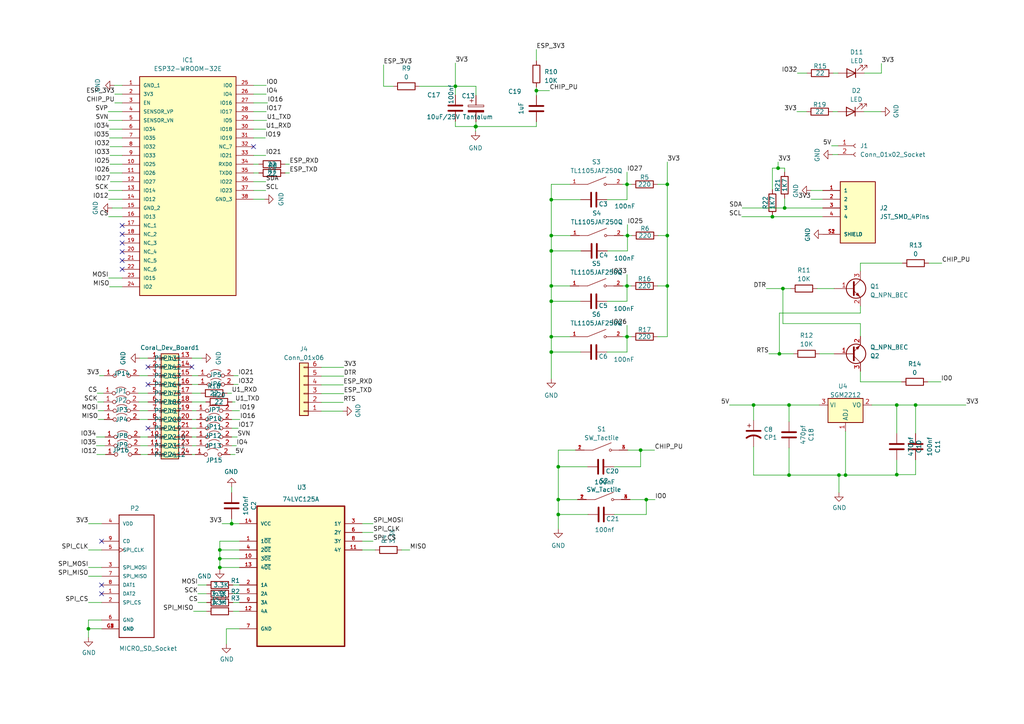
<source format=kicad_sch>
(kicad_sch (version 20230121) (generator eeschema)

  (uuid 93dfb1e0-9ddf-412f-a269-45e60035337c)

  (paper "A4")

  (lib_symbols
    (symbol "Connector:Conn_01x02_Socket" (pin_names (offset 1.016) hide) (in_bom yes) (on_board yes)
      (property "Reference" "J" (at 0 2.54 0)
        (effects (font (size 1.27 1.27)))
      )
      (property "Value" "Conn_01x02_Socket" (at 0 -5.08 0)
        (effects (font (size 1.27 1.27)))
      )
      (property "Footprint" "" (at 0 0 0)
        (effects (font (size 1.27 1.27)) hide)
      )
      (property "Datasheet" "~" (at 0 0 0)
        (effects (font (size 1.27 1.27)) hide)
      )
      (property "ki_locked" "" (at 0 0 0)
        (effects (font (size 1.27 1.27)))
      )
      (property "ki_keywords" "connector" (at 0 0 0)
        (effects (font (size 1.27 1.27)) hide)
      )
      (property "ki_description" "Generic connector, single row, 01x02, script generated" (at 0 0 0)
        (effects (font (size 1.27 1.27)) hide)
      )
      (property "ki_fp_filters" "Connector*:*_1x??_*" (at 0 0 0)
        (effects (font (size 1.27 1.27)) hide)
      )
      (symbol "Conn_01x02_Socket_1_1"
        (arc (start 0 -2.032) (mid -0.5058 -2.54) (end 0 -3.048)
          (stroke (width 0.1524) (type default))
          (fill (type none))
        )
        (polyline
          (pts
            (xy -1.27 -2.54)
            (xy -0.508 -2.54)
          )
          (stroke (width 0.1524) (type default))
          (fill (type none))
        )
        (polyline
          (pts
            (xy -1.27 0)
            (xy -0.508 0)
          )
          (stroke (width 0.1524) (type default))
          (fill (type none))
        )
        (arc (start 0 0.508) (mid -0.5058 0) (end 0 -0.508)
          (stroke (width 0.1524) (type default))
          (fill (type none))
        )
        (pin passive line (at -5.08 0 0) (length 3.81)
          (name "Pin_1" (effects (font (size 1.27 1.27))))
          (number "1" (effects (font (size 1.27 1.27))))
        )
        (pin passive line (at -5.08 -2.54 0) (length 3.81)
          (name "Pin_2" (effects (font (size 1.27 1.27))))
          (number "2" (effects (font (size 1.27 1.27))))
        )
      )
    )
    (symbol "Connector_Generic:Conn_01x06" (pin_names (offset 1.016) hide) (in_bom yes) (on_board yes)
      (property "Reference" "J" (at 0 7.62 0)
        (effects (font (size 1.27 1.27)))
      )
      (property "Value" "Conn_01x06" (at 0 -10.16 0)
        (effects (font (size 1.27 1.27)))
      )
      (property "Footprint" "" (at 0 0 0)
        (effects (font (size 1.27 1.27)) hide)
      )
      (property "Datasheet" "~" (at 0 0 0)
        (effects (font (size 1.27 1.27)) hide)
      )
      (property "ki_keywords" "connector" (at 0 0 0)
        (effects (font (size 1.27 1.27)) hide)
      )
      (property "ki_description" "Generic connector, single row, 01x06, script generated (kicad-library-utils/schlib/autogen/connector/)" (at 0 0 0)
        (effects (font (size 1.27 1.27)) hide)
      )
      (property "ki_fp_filters" "Connector*:*_1x??_*" (at 0 0 0)
        (effects (font (size 1.27 1.27)) hide)
      )
      (symbol "Conn_01x06_1_1"
        (rectangle (start -1.27 -7.493) (end 0 -7.747)
          (stroke (width 0.1524) (type default))
          (fill (type none))
        )
        (rectangle (start -1.27 -4.953) (end 0 -5.207)
          (stroke (width 0.1524) (type default))
          (fill (type none))
        )
        (rectangle (start -1.27 -2.413) (end 0 -2.667)
          (stroke (width 0.1524) (type default))
          (fill (type none))
        )
        (rectangle (start -1.27 0.127) (end 0 -0.127)
          (stroke (width 0.1524) (type default))
          (fill (type none))
        )
        (rectangle (start -1.27 2.667) (end 0 2.413)
          (stroke (width 0.1524) (type default))
          (fill (type none))
        )
        (rectangle (start -1.27 5.207) (end 0 4.953)
          (stroke (width 0.1524) (type default))
          (fill (type none))
        )
        (rectangle (start -1.27 6.35) (end 1.27 -8.89)
          (stroke (width 0.254) (type default))
          (fill (type background))
        )
        (pin passive line (at -5.08 5.08 0) (length 3.81)
          (name "Pin_1" (effects (font (size 1.27 1.27))))
          (number "1" (effects (font (size 1.27 1.27))))
        )
        (pin passive line (at -5.08 2.54 0) (length 3.81)
          (name "Pin_2" (effects (font (size 1.27 1.27))))
          (number "2" (effects (font (size 1.27 1.27))))
        )
        (pin passive line (at -5.08 0 0) (length 3.81)
          (name "Pin_3" (effects (font (size 1.27 1.27))))
          (number "3" (effects (font (size 1.27 1.27))))
        )
        (pin passive line (at -5.08 -2.54 0) (length 3.81)
          (name "Pin_4" (effects (font (size 1.27 1.27))))
          (number "4" (effects (font (size 1.27 1.27))))
        )
        (pin passive line (at -5.08 -5.08 0) (length 3.81)
          (name "Pin_5" (effects (font (size 1.27 1.27))))
          (number "5" (effects (font (size 1.27 1.27))))
        )
        (pin passive line (at -5.08 -7.62 0) (length 3.81)
          (name "Pin_6" (effects (font (size 1.27 1.27))))
          (number "6" (effects (font (size 1.27 1.27))))
        )
      )
    )
    (symbol "Custom_Symbol:Coral_Dev_Board" (in_bom yes) (on_board yes)
      (property "Reference" "Coral_Dev_Board" (at 0 15.24 0)
        (effects (font (size 1.27 1.27)))
      )
      (property "Value" "" (at 0 0 0)
        (effects (font (size 1.27 1.27)))
      )
      (property "Footprint" "Custom_Footprints:Coral_dev_micro_board" (at 0 0 0)
        (effects (font (size 1.27 1.27)) hide)
      )
      (property "Datasheet" "" (at 0 0 0)
        (effects (font (size 1.27 1.27)) hide)
      )
      (symbol "Coral_Dev_Board_1_1"
        (rectangle (start -2.54 -15.113) (end -1.27 -15.367)
          (stroke (width 0.1524) (type default))
          (fill (type none))
        )
        (rectangle (start -2.54 -12.573) (end -1.27 -12.827)
          (stroke (width 0.1524) (type default))
          (fill (type none))
        )
        (rectangle (start -2.54 -10.033) (end -1.27 -10.287)
          (stroke (width 0.1524) (type default))
          (fill (type none))
        )
        (rectangle (start -2.54 -7.493) (end -1.27 -7.747)
          (stroke (width 0.1524) (type default))
          (fill (type none))
        )
        (rectangle (start -2.54 -4.953) (end -1.27 -5.207)
          (stroke (width 0.1524) (type default))
          (fill (type none))
        )
        (rectangle (start -2.54 -2.413) (end -1.27 -2.667)
          (stroke (width 0.1524) (type default))
          (fill (type none))
        )
        (rectangle (start -2.54 0.127) (end -1.27 -0.127)
          (stroke (width 0.1524) (type default))
          (fill (type none))
        )
        (rectangle (start -2.54 2.667) (end -1.27 2.413)
          (stroke (width 0.1524) (type default))
          (fill (type none))
        )
        (rectangle (start -2.54 5.207) (end -1.27 4.953)
          (stroke (width 0.1524) (type default))
          (fill (type none))
        )
        (rectangle (start -2.54 7.747) (end -1.27 7.493)
          (stroke (width 0.1524) (type default))
          (fill (type none))
        )
        (rectangle (start -2.54 10.287) (end -1.27 10.033)
          (stroke (width 0.1524) (type default))
          (fill (type none))
        )
        (rectangle (start -2.54 12.827) (end -1.27 12.573)
          (stroke (width 0.1524) (type default))
          (fill (type none))
        )
        (rectangle (start -2.54 13.97) (end 2.54 -16.51)
          (stroke (width 0.254) (type default))
          (fill (type background))
        )
        (rectangle (start 2.54 -15.113) (end 1.27 -15.367)
          (stroke (width 0.1524) (type default))
          (fill (type none))
        )
        (rectangle (start 2.54 -12.573) (end 1.27 -12.827)
          (stroke (width 0.1524) (type default))
          (fill (type none))
        )
        (rectangle (start 2.54 -10.033) (end 1.27 -10.287)
          (stroke (width 0.1524) (type default))
          (fill (type none))
        )
        (rectangle (start 2.54 -7.493) (end 1.27 -7.747)
          (stroke (width 0.1524) (type default))
          (fill (type none))
        )
        (rectangle (start 2.54 -4.953) (end 1.27 -5.207)
          (stroke (width 0.1524) (type default))
          (fill (type none))
        )
        (rectangle (start 2.54 -2.413) (end 1.27 -2.667)
          (stroke (width 0.1524) (type default))
          (fill (type none))
        )
        (rectangle (start 2.54 0.127) (end 1.27 -0.127)
          (stroke (width 0.1524) (type default))
          (fill (type none))
        )
        (rectangle (start 2.54 2.667) (end 1.27 2.413)
          (stroke (width 0.1524) (type default))
          (fill (type none))
        )
        (rectangle (start 2.54 5.207) (end 1.27 4.953)
          (stroke (width 0.1524) (type default))
          (fill (type none))
        )
        (rectangle (start 2.54 7.747) (end 1.27 7.493)
          (stroke (width 0.1524) (type default))
          (fill (type none))
        )
        (rectangle (start 2.54 10.287) (end 1.27 10.033)
          (stroke (width 0.1524) (type default))
          (fill (type none))
        )
        (rectangle (start 2.54 12.827) (end 1.27 12.573)
          (stroke (width 0.1524) (type default))
          (fill (type none))
        )
        (pin passive line (at -6.35 12.7 0) (length 3.81)
          (name "Pin_1" (effects (font (size 1.27 1.27))))
          (number "1" (effects (font (size 1.27 1.27))))
        )
        (pin passive line (at -6.35 -10.16 0) (length 3.81)
          (name "Pin_10" (effects (font (size 1.27 1.27))))
          (number "10" (effects (font (size 1.27 1.27))))
        )
        (pin passive line (at -6.35 -12.7 0) (length 3.81)
          (name "Pin_11" (effects (font (size 1.27 1.27))))
          (number "11" (effects (font (size 1.27 1.27))))
        )
        (pin passive line (at -6.35 -15.24 0) (length 3.81)
          (name "Pin_12" (effects (font (size 1.27 1.27))))
          (number "12" (effects (font (size 1.27 1.27))))
        )
        (pin passive line (at 6.35 12.7 180) (length 3.81)
          (name "Pin_13" (effects (font (size 1.27 1.27))))
          (number "13" (effects (font (size 1.27 1.27))))
        )
        (pin passive line (at 6.35 10.16 180) (length 3.81)
          (name "Pin_14" (effects (font (size 1.27 1.27))))
          (number "14" (effects (font (size 1.27 1.27))))
        )
        (pin passive line (at 6.35 7.62 180) (length 3.81)
          (name "Pin_15" (effects (font (size 1.27 1.27))))
          (number "15" (effects (font (size 1.27 1.27))))
        )
        (pin passive line (at 6.35 5.08 180) (length 3.81)
          (name "Pin_16" (effects (font (size 1.27 1.27))))
          (number "16" (effects (font (size 1.27 1.27))))
        )
        (pin passive line (at 6.35 2.54 180) (length 3.81)
          (name "Pin_17" (effects (font (size 1.27 1.27))))
          (number "17" (effects (font (size 1.27 1.27))))
        )
        (pin passive line (at 6.35 0 180) (length 3.81)
          (name "Pin_18" (effects (font (size 1.27 1.27))))
          (number "18" (effects (font (size 1.27 1.27))))
        )
        (pin passive line (at 6.35 -2.54 180) (length 3.81)
          (name "Pin_19" (effects (font (size 1.27 1.27))))
          (number "19" (effects (font (size 1.27 1.27))))
        )
        (pin passive line (at -6.35 10.16 0) (length 3.81)
          (name "Pin_2" (effects (font (size 1.27 1.27))))
          (number "2" (effects (font (size 1.27 1.27))))
        )
        (pin passive line (at 6.35 -5.08 180) (length 3.81)
          (name "Pin_20" (effects (font (size 1.27 1.27))))
          (number "20" (effects (font (size 1.27 1.27))))
        )
        (pin passive line (at 6.35 -7.62 180) (length 3.81)
          (name "Pin_21" (effects (font (size 1.27 1.27))))
          (number "21" (effects (font (size 1.27 1.27))))
        )
        (pin passive line (at 6.35 -10.16 180) (length 3.81)
          (name "Pin_22" (effects (font (size 1.27 1.27))))
          (number "22" (effects (font (size 1.27 1.27))))
        )
        (pin passive line (at 6.35 -12.7 180) (length 3.81)
          (name "Pin_23" (effects (font (size 1.27 1.27))))
          (number "23" (effects (font (size 1.27 1.27))))
        )
        (pin passive line (at 6.35 -15.24 180) (length 3.81)
          (name "Pin_24" (effects (font (size 1.27 1.27))))
          (number "24" (effects (font (size 1.27 1.27))))
        )
        (pin passive line (at -6.35 7.62 0) (length 3.81)
          (name "Pin_3" (effects (font (size 1.27 1.27))))
          (number "3" (effects (font (size 1.27 1.27))))
        )
        (pin passive line (at -6.35 5.08 0) (length 3.81)
          (name "Pin_4" (effects (font (size 1.27 1.27))))
          (number "4" (effects (font (size 1.27 1.27))))
        )
        (pin passive line (at -6.35 2.54 0) (length 3.81)
          (name "Pin_5" (effects (font (size 1.27 1.27))))
          (number "5" (effects (font (size 1.27 1.27))))
        )
        (pin passive line (at -6.35 0 0) (length 3.81)
          (name "Pin_6" (effects (font (size 1.27 1.27))))
          (number "6" (effects (font (size 1.27 1.27))))
        )
        (pin passive line (at -6.35 -2.54 0) (length 3.81)
          (name "Pin_7" (effects (font (size 1.27 1.27))))
          (number "7" (effects (font (size 1.27 1.27))))
        )
        (pin passive line (at -6.35 -5.08 0) (length 3.81)
          (name "Pin_8" (effects (font (size 1.27 1.27))))
          (number "8" (effects (font (size 1.27 1.27))))
        )
        (pin passive line (at -6.35 -7.62 0) (length 3.81)
          (name "Pin_9" (effects (font (size 1.27 1.27))))
          (number "9" (effects (font (size 1.27 1.27))))
        )
      )
    )
    (symbol "Custom_Symbol:ESP32-WROOM-32E" (pin_names (offset 1.016)) (in_bom yes) (on_board yes)
      (property "Reference" "IC" (at 34.29 7.62 0)
        (effects (font (size 1.27 1.27)) (justify left))
      )
      (property "Value" "ESP32-WROOM-32E" (at 34.29 5.08 0)
        (effects (font (size 1.27 1.27)) (justify left))
      )
      (property "Footprint" "Custom_Footprints:ESP32_WROOM32E" (at 0 0 0)
        (effects (font (size 1.27 1.27)) (justify bottom) hide)
      )
      (property "Datasheet" "" (at 0 0 0)
        (effects (font (size 1.27 1.27)) hide)
      )
      (property "Description" "\nBluetooth, WiFi 802.11b/g/n, Bluetooth v4.2 +EDR, Class 1, 2 and 3 Transceiver Module 2.4GHz ~ 2.5GHz PCB Trace Surface Mount\n" (at 0 0 0)
        (effects (font (size 1.27 1.27)) (justify bottom) hide)
      )
      (symbol "ESP32-WROOM-32E_0_0"
        (rectangle (start 5.08 -60.96) (end 33.02 2.54)
          (stroke (width 0.254) (type default))
          (fill (type background))
        )
        (pin bidirectional line (at 0 0 0) (length 5.08)
          (name "GND_1" (effects (font (size 1.016 1.016))))
          (number "1" (effects (font (size 1.016 1.016))))
        )
        (pin bidirectional line (at 0 -22.86 0) (length 5.08)
          (name "IO25" (effects (font (size 1.016 1.016))))
          (number "10" (effects (font (size 1.016 1.016))))
        )
        (pin bidirectional line (at 0 -25.4 0) (length 5.08)
          (name "IO26" (effects (font (size 1.016 1.016))))
          (number "11" (effects (font (size 1.016 1.016))))
        )
        (pin bidirectional line (at 0 -27.94 0) (length 5.08)
          (name "IO27" (effects (font (size 1.016 1.016))))
          (number "12" (effects (font (size 1.016 1.016))))
        )
        (pin bidirectional line (at 0 -30.48 0) (length 5.08)
          (name "IO14" (effects (font (size 1.016 1.016))))
          (number "13" (effects (font (size 1.016 1.016))))
        )
        (pin bidirectional line (at 0 -33.02 0) (length 5.08)
          (name "IO12" (effects (font (size 1.016 1.016))))
          (number "14" (effects (font (size 1.016 1.016))))
        )
        (pin bidirectional line (at 0 -35.56 0) (length 5.08)
          (name "GND_2" (effects (font (size 1.016 1.016))))
          (number "15" (effects (font (size 1.016 1.016))))
        )
        (pin bidirectional line (at 0 -38.1 0) (length 5.08)
          (name "IO13" (effects (font (size 1.016 1.016))))
          (number "16" (effects (font (size 1.016 1.016))))
        )
        (pin bidirectional line (at 0 -40.64 0) (length 5.08)
          (name "NC_1" (effects (font (size 1.016 1.016))))
          (number "17" (effects (font (size 1.016 1.016))))
        )
        (pin bidirectional line (at 0 -43.18 0) (length 5.08)
          (name "NC_2" (effects (font (size 1.016 1.016))))
          (number "18" (effects (font (size 1.016 1.016))))
        )
        (pin bidirectional line (at 0 -45.72 0) (length 5.08)
          (name "NC_3" (effects (font (size 1.016 1.016))))
          (number "19" (effects (font (size 1.016 1.016))))
        )
        (pin bidirectional line (at 0 -2.54 0) (length 5.08)
          (name "3V3" (effects (font (size 1.016 1.016))))
          (number "2" (effects (font (size 1.016 1.016))))
        )
        (pin bidirectional line (at 0 -48.26 0) (length 5.08)
          (name "NC_4" (effects (font (size 1.016 1.016))))
          (number "20" (effects (font (size 1.016 1.016))))
        )
        (pin bidirectional line (at 0 -50.8 0) (length 5.08)
          (name "NC_5" (effects (font (size 1.016 1.016))))
          (number "21" (effects (font (size 1.016 1.016))))
        )
        (pin bidirectional line (at 0 -53.34 0) (length 5.08)
          (name "NC_6" (effects (font (size 1.016 1.016))))
          (number "22" (effects (font (size 1.016 1.016))))
        )
        (pin bidirectional line (at 0 -55.88 0) (length 5.08)
          (name "IO15" (effects (font (size 1.016 1.016))))
          (number "23" (effects (font (size 1.016 1.016))))
        )
        (pin bidirectional line (at 0 -58.42 0) (length 5.08)
          (name "IO2" (effects (font (size 1.016 1.016))))
          (number "24" (effects (font (size 1.016 1.016))))
        )
        (pin bidirectional line (at 38.1 0 180) (length 5.08)
          (name "IO0" (effects (font (size 1.016 1.016))))
          (number "25" (effects (font (size 1.016 1.016))))
        )
        (pin bidirectional line (at 38.1 -2.54 180) (length 5.08)
          (name "IO4" (effects (font (size 1.016 1.016))))
          (number "26" (effects (font (size 1.016 1.016))))
        )
        (pin bidirectional line (at 38.1 -5.08 180) (length 5.08)
          (name "IO16" (effects (font (size 1.016 1.016))))
          (number "27" (effects (font (size 1.016 1.016))))
        )
        (pin bidirectional line (at 38.1 -7.62 180) (length 5.08)
          (name "IO17" (effects (font (size 1.016 1.016))))
          (number "28" (effects (font (size 1.016 1.016))))
        )
        (pin bidirectional line (at 38.1 -10.16 180) (length 5.08)
          (name "IO5" (effects (font (size 1.016 1.016))))
          (number "29" (effects (font (size 1.016 1.016))))
        )
        (pin bidirectional line (at 0 -5.08 0) (length 5.08)
          (name "EN" (effects (font (size 1.016 1.016))))
          (number "3" (effects (font (size 1.016 1.016))))
        )
        (pin bidirectional line (at 38.1 -12.7 180) (length 5.08)
          (name "IO18" (effects (font (size 1.016 1.016))))
          (number "30" (effects (font (size 1.016 1.016))))
        )
        (pin bidirectional line (at 38.1 -15.24 180) (length 5.08)
          (name "IO19" (effects (font (size 1.016 1.016))))
          (number "31" (effects (font (size 1.016 1.016))))
        )
        (pin bidirectional line (at 38.1 -17.78 180) (length 5.08)
          (name "NC_7" (effects (font (size 1.016 1.016))))
          (number "32" (effects (font (size 1.016 1.016))))
        )
        (pin bidirectional line (at 38.1 -20.32 180) (length 5.08)
          (name "IO21" (effects (font (size 1.016 1.016))))
          (number "33" (effects (font (size 1.016 1.016))))
        )
        (pin bidirectional line (at 38.1 -22.86 180) (length 5.08)
          (name "RXD0" (effects (font (size 1.016 1.016))))
          (number "34" (effects (font (size 1.016 1.016))))
        )
        (pin bidirectional line (at 38.1 -25.4 180) (length 5.08)
          (name "TXD0" (effects (font (size 1.016 1.016))))
          (number "35" (effects (font (size 1.016 1.016))))
        )
        (pin bidirectional line (at 38.1 -27.94 180) (length 5.08)
          (name "IO22" (effects (font (size 1.016 1.016))))
          (number "36" (effects (font (size 1.016 1.016))))
        )
        (pin bidirectional line (at 38.1 -30.48 180) (length 5.08)
          (name "IO23" (effects (font (size 1.016 1.016))))
          (number "37" (effects (font (size 1.016 1.016))))
        )
        (pin bidirectional line (at 38.1 -33.02 180) (length 5.08)
          (name "GND_3" (effects (font (size 1.016 1.016))))
          (number "38" (effects (font (size 1.016 1.016))))
        )
        (pin bidirectional line (at 0 -7.62 0) (length 5.08)
          (name "SENSOR_VP" (effects (font (size 1.016 1.016))))
          (number "4" (effects (font (size 1.016 1.016))))
        )
        (pin bidirectional line (at 0 -10.16 0) (length 5.08)
          (name "SENSOR_VN" (effects (font (size 1.016 1.016))))
          (number "5" (effects (font (size 1.016 1.016))))
        )
        (pin bidirectional line (at 0 -12.7 0) (length 5.08)
          (name "IO34" (effects (font (size 1.016 1.016))))
          (number "6" (effects (font (size 1.016 1.016))))
        )
        (pin bidirectional line (at 0 -15.24 0) (length 5.08)
          (name "IO35" (effects (font (size 1.016 1.016))))
          (number "7" (effects (font (size 1.016 1.016))))
        )
        (pin bidirectional line (at 0 -17.78 0) (length 5.08)
          (name "IO32" (effects (font (size 1.016 1.016))))
          (number "8" (effects (font (size 1.016 1.016))))
        )
        (pin bidirectional line (at 0 -20.32 0) (length 5.08)
          (name "IO33" (effects (font (size 1.016 1.016))))
          (number "9" (effects (font (size 1.016 1.016))))
        )
      )
    )
    (symbol "Custom_Symbol:JST_SMD_4Pins" (pin_names (offset 1.016)) (in_bom yes) (on_board yes)
      (property "Reference" "J" (at -5.08 8.89 0)
        (effects (font (size 1.27 1.27)) (justify left bottom))
      )
      (property "Value" "JST_SMD_4Pins" (at -5.08 -11.43 0)
        (effects (font (size 1.27 1.27)) (justify left bottom))
      )
      (property "Footprint" "Custom_Footprints:JST_SMD_4Pins" (at 0 0 0)
        (effects (font (size 1.27 1.27)) (justify left bottom) hide)
      )
      (property "Datasheet" "" (at 0 0 0)
        (effects (font (size 1.27 1.27)) (justify left bottom) hide)
      )
      (property "PARTREV" "N/A" (at 0 0 0)
        (effects (font (size 1.27 1.27)) (justify left bottom) hide)
      )
      (property "MAXIMUM_PACKAGE_HEIGHT" "5.8 mm" (at 0 0 0)
        (effects (font (size 1.27 1.27)) (justify left bottom) hide)
      )
      (property "STANDARD" "Manufacturer Recommendations" (at 0 0 0)
        (effects (font (size 1.27 1.27)) (justify left bottom) hide)
      )
      (property "MANUFACTURER" "JST" (at 0 0 0)
        (effects (font (size 1.27 1.27)) (justify left bottom) hide)
      )
      (symbol "JST_SMD_4Pins_0_0"
        (rectangle (start -5.08 -10.16) (end 5.08 7.62)
          (stroke (width 0.254) (type solid))
          (fill (type background))
        )
        (pin passive line (at -10.16 5.08 0) (length 5.08)
          (name "1" (effects (font (size 1.016 1.016))))
          (number "1" (effects (font (size 1.016 1.016))))
        )
        (pin passive line (at -10.16 2.54 0) (length 5.08)
          (name "2" (effects (font (size 1.016 1.016))))
          (number "2" (effects (font (size 1.016 1.016))))
        )
        (pin passive line (at -10.16 0 0) (length 5.08)
          (name "3" (effects (font (size 1.016 1.016))))
          (number "3" (effects (font (size 1.016 1.016))))
        )
        (pin passive line (at -10.16 -2.54 0) (length 5.08)
          (name "4" (effects (font (size 1.016 1.016))))
          (number "4" (effects (font (size 1.016 1.016))))
        )
        (pin passive line (at -10.16 -7.62 0) (length 5.08)
          (name "SHIELD" (effects (font (size 1.016 1.016))))
          (number "S1" (effects (font (size 1.016 1.016))))
        )
        (pin passive line (at -10.16 -7.62 0) (length 5.08)
          (name "SHIELD" (effects (font (size 1.016 1.016))))
          (number "S2" (effects (font (size 1.016 1.016))))
        )
      )
    )
    (symbol "Custom_Symbol:SGM2212" (in_bom yes) (on_board yes)
      (property "Reference" "U" (at -3.81 3.175 0)
        (effects (font (size 1.27 1.27)))
      )
      (property "Value" "SGM2212" (at 0 3.175 0)
        (effects (font (size 1.27 1.27)) (justify left))
      )
      (property "Footprint" "Package_TO_SOT_SMD:SOT-223-3_TabPin2" (at 0 0 0)
        (effects (font (size 1.27 1.27)) hide)
      )
      (property "Datasheet" "http://www.ti.com/lit/ds/symlink/lm1117.pdf" (at 0 0 0)
        (effects (font (size 1.27 1.27)) hide)
      )
      (property "ki_keywords" "linear regulator ldo adjustable positive" (at 0 0 0)
        (effects (font (size 1.27 1.27)) hide)
      )
      (property "ki_description" "800mA Low-Dropout Linear Regulator, adjustable output, SOT-223" (at 0 0 0)
        (effects (font (size 1.27 1.27)) hide)
      )
      (property "ki_fp_filters" "SOT?223*" (at 0 0 0)
        (effects (font (size 1.27 1.27)) hide)
      )
      (symbol "SGM2212_0_1"
        (rectangle (start -5.08 -5.08) (end 5.08 1.905)
          (stroke (width 0.254) (type default))
          (fill (type background))
        )
      )
      (symbol "SGM2212_1_1"
        (pin input line (at 0 -7.62 90) (length 2.54)
          (name "ADJ" (effects (font (size 1.27 1.27))))
          (number "1" (effects (font (size 1.27 1.27))))
        )
        (pin power_out line (at 7.62 0 180) (length 2.54)
          (name "VO" (effects (font (size 1.27 1.27))))
          (number "2" (effects (font (size 1.27 1.27))))
        )
        (pin power_in line (at -7.62 0 0) (length 2.54)
          (name "VI" (effects (font (size 1.27 1.27))))
          (number "3" (effects (font (size 1.27 1.27))))
        )
      )
    )
    (symbol "Custom_Symbol:SW_Tactile" (pin_names (offset 1.016) hide) (in_bom yes) (on_board yes)
      (property "Reference" "S" (at -2.54 2.54 0)
        (effects (font (size 1.27 1.27)) (justify left bottom))
      )
      (property "Value" "SW_Tactile" (at -2.54 -2.54 0)
        (effects (font (size 1.27 1.27)) (justify left bottom))
      )
      (property "Footprint" "Custom_Footprints:SW_Tactile" (at 0 0 0)
        (effects (font (size 1.27 1.27)) (justify left bottom) hide)
      )
      (property "Datasheet" "" (at 0 0 0)
        (effects (font (size 1.27 1.27)) (justify left bottom) hide)
      )
      (property "Comment" "SW_Tactile" (at 0 0 0)
        (effects (font (size 1.27 1.27)) (justify left bottom) hide)
      )
      (symbol "SW_Tactile_0_0"
        (polyline
          (pts
            (xy -2.54 0)
            (xy -5.08 0)
          )
          (stroke (width 0.1524) (type solid))
          (fill (type none))
        )
        (polyline
          (pts
            (xy -2.54 0)
            (xy 2.794 2.1336)
          )
          (stroke (width 0.1524) (type solid))
          (fill (type none))
        )
        (polyline
          (pts
            (xy 5.08 0)
            (xy 2.921 0)
          )
          (stroke (width 0.1524) (type solid))
          (fill (type none))
        )
        (circle (center 2.54 0) (radius 0.3302)
          (stroke (width 0.1524) (type solid))
          (fill (type none))
        )
        (pin passive line (at -7.62 0 0) (length 2.54)
          (name "~" (effects (font (size 1.016 1.016))))
          (number "1" (effects (font (size 1.016 1.016))))
        )
        (pin passive line (at -7.62 0 0) (length 2.54)
          (name "~" (effects (font (size 1.016 1.016))))
          (number "2" (effects (font (size 1.016 1.016))))
        )
        (pin passive line (at 7.62 0 180) (length 2.54)
          (name "~" (effects (font (size 1.016 1.016))))
          (number "3" (effects (font (size 1.016 1.016))))
        )
        (pin passive line (at 7.62 0 180) (length 2.54)
          (name "~" (effects (font (size 1.016 1.016))))
          (number "4" (effects (font (size 1.016 1.016))))
        )
      )
    )
    (symbol "Custom_Symbol:SW_Tactile_side" (pin_names (offset 1.016)) (in_bom yes) (on_board yes)
      (property "Reference" "S" (at -2.54 2.54 0)
        (effects (font (size 1.27 1.27)) (justify left bottom))
      )
      (property "Value" "TL1105JAF250Q" (at -2.54 -2.54 0)
        (effects (font (size 1.27 1.27)) (justify left top))
      )
      (property "Footprint" "Custom_Footprints:SW_Tactile_side" (at 0 0 0)
        (effects (font (size 1.27 1.27)) (justify bottom) hide)
      )
      (property "Datasheet" "" (at 0 0 0)
        (effects (font (size 1.27 1.27)) hide)
      )
      (property "MF" "E-Switch" (at 0 0 0)
        (effects (font (size 1.27 1.27)) (justify bottom) hide)
      )
      (property "MAXIMUM_PACKAGE_HEIGHT" "7.3 mm" (at 0 0 0)
        (effects (font (size 1.27 1.27)) (justify bottom) hide)
      )
      (property "Package" "None" (at 0 0 0)
        (effects (font (size 1.27 1.27)) (justify bottom) hide)
      )
      (property "Price" "None" (at 0 0 0)
        (effects (font (size 1.27 1.27)) (justify bottom) hide)
      )
      (property "Check_prices" "https://www.snapeda.com/parts/TL1105JAF250Q/E-Switch/view-part/?ref=eda" (at 0 0 0)
        (effects (font (size 1.27 1.27)) (justify bottom) hide)
      )
      (property "STANDARD" "Manufacturer Recommendations" (at 0 0 0)
        (effects (font (size 1.27 1.27)) (justify bottom) hide)
      )
      (property "PARTREV" "F" (at 0 0 0)
        (effects (font (size 1.27 1.27)) (justify bottom) hide)
      )
      (property "SnapEDA_Link" "https://www.snapeda.com/parts/TL1105JAF250Q/E-Switch/view-part/?ref=snap" (at 0 0 0)
        (effects (font (size 1.27 1.27)) (justify bottom) hide)
      )
      (property "MP" "TL1105JAF250Q" (at 0 0 0)
        (effects (font (size 1.27 1.27)) (justify bottom) hide)
      )
      (property "Purchase-URL" "https://www.snapeda.com/api/url_track_click_mouser/?unipart_id=349363&manufacturer=E-Switch&part_name=TL1105JAF250Q&search_term=switch tactile" (at 0 0 0)
        (effects (font (size 1.27 1.27)) (justify bottom) hide)
      )
      (property "Description" "\nSWITCH TACTILE SPST-NO 0.05A 12V\n" (at 0 0 0)
        (effects (font (size 1.27 1.27)) (justify bottom) hide)
      )
      (property "MANUFACTURER" "E-Switch" (at 0 0 0)
        (effects (font (size 1.27 1.27)) (justify bottom) hide)
      )
      (property "Availability" "In Stock" (at 0 0 0)
        (effects (font (size 1.27 1.27)) (justify bottom) hide)
      )
      (property "SNAPEDA_PN" "TL1105JAF250Q" (at 0 0 0)
        (effects (font (size 1.27 1.27)) (justify bottom) hide)
      )
      (symbol "SW_Tactile_side_0_0"
        (polyline
          (pts
            (xy -2.54 0)
            (xy -5.08 0)
          )
          (stroke (width 0.1524) (type default))
          (fill (type none))
        )
        (polyline
          (pts
            (xy -2.54 0)
            (xy 2.794 2.1336)
          )
          (stroke (width 0.1524) (type default))
          (fill (type none))
        )
        (polyline
          (pts
            (xy 5.08 0)
            (xy 2.921 0)
          )
          (stroke (width 0.1524) (type default))
          (fill (type none))
        )
        (circle (center 2.54 0) (radius 0.3302)
          (stroke (width 0.1524) (type default))
          (fill (type none))
        )
        (pin passive line (at -7.62 0 0) (length 2.54)
          (name "~" (effects (font (size 1.016 1.016))))
          (number "1" (effects (font (size 1.016 1.016))))
        )
        (pin passive line (at 7.62 0 180) (length 2.54)
          (name "~" (effects (font (size 1.016 1.016))))
          (number "2" (effects (font (size 1.016 1.016))))
        )
      )
    )
    (symbol "Device:C" (pin_numbers hide) (pin_names (offset 0.254)) (in_bom yes) (on_board yes)
      (property "Reference" "C" (at 0.635 2.54 0)
        (effects (font (size 1.27 1.27)) (justify left))
      )
      (property "Value" "C" (at 0.635 -2.54 0)
        (effects (font (size 1.27 1.27)) (justify left))
      )
      (property "Footprint" "" (at 0.9652 -3.81 0)
        (effects (font (size 1.27 1.27)) hide)
      )
      (property "Datasheet" "~" (at 0 0 0)
        (effects (font (size 1.27 1.27)) hide)
      )
      (property "ki_keywords" "cap capacitor" (at 0 0 0)
        (effects (font (size 1.27 1.27)) hide)
      )
      (property "ki_description" "Unpolarized capacitor" (at 0 0 0)
        (effects (font (size 1.27 1.27)) hide)
      )
      (property "ki_fp_filters" "C_*" (at 0 0 0)
        (effects (font (size 1.27 1.27)) hide)
      )
      (symbol "C_0_1"
        (polyline
          (pts
            (xy -2.032 -0.762)
            (xy 2.032 -0.762)
          )
          (stroke (width 0.508) (type default))
          (fill (type none))
        )
        (polyline
          (pts
            (xy -2.032 0.762)
            (xy 2.032 0.762)
          )
          (stroke (width 0.508) (type default))
          (fill (type none))
        )
      )
      (symbol "C_1_1"
        (pin passive line (at 0 3.81 270) (length 2.794)
          (name "~" (effects (font (size 1.27 1.27))))
          (number "1" (effects (font (size 1.27 1.27))))
        )
        (pin passive line (at 0 -3.81 90) (length 2.794)
          (name "~" (effects (font (size 1.27 1.27))))
          (number "2" (effects (font (size 1.27 1.27))))
        )
      )
    )
    (symbol "Device:CP1" (pin_numbers hide) (pin_names (offset 0.254) hide) (in_bom yes) (on_board yes)
      (property "Reference" "C" (at 0.635 2.54 0)
        (effects (font (size 1.27 1.27)) (justify left))
      )
      (property "Value" "Device_CP1" (at 0.635 -2.54 0)
        (effects (font (size 1.27 1.27)) (justify left))
      )
      (property "Footprint" "" (at 0 0 0)
        (effects (font (size 1.27 1.27)) hide)
      )
      (property "Datasheet" "" (at 0 0 0)
        (effects (font (size 1.27 1.27)) hide)
      )
      (property "ki_fp_filters" "CP_*" (at 0 0 0)
        (effects (font (size 1.27 1.27)) hide)
      )
      (symbol "CP1_0_1"
        (polyline
          (pts
            (xy -2.032 0.762)
            (xy 2.032 0.762)
          )
          (stroke (width 0.508) (type default))
          (fill (type none))
        )
        (polyline
          (pts
            (xy -1.778 2.286)
            (xy -0.762 2.286)
          )
          (stroke (width 0) (type default))
          (fill (type none))
        )
        (polyline
          (pts
            (xy -1.27 1.778)
            (xy -1.27 2.794)
          )
          (stroke (width 0) (type default))
          (fill (type none))
        )
        (arc (start 2.032 -1.27) (mid 0 -0.5572) (end -2.032 -1.27)
          (stroke (width 0.508) (type default))
          (fill (type none))
        )
      )
      (symbol "CP1_1_1"
        (pin passive line (at 0 3.81 270) (length 2.794)
          (name "~" (effects (font (size 1.27 1.27))))
          (number "1" (effects (font (size 1.27 1.27))))
        )
        (pin passive line (at 0 -3.81 90) (length 3.302)
          (name "~" (effects (font (size 1.27 1.27))))
          (number "2" (effects (font (size 1.27 1.27))))
        )
      )
    )
    (symbol "Device:C_Polarized" (pin_numbers hide) (pin_names (offset 0.254)) (in_bom yes) (on_board yes)
      (property "Reference" "C" (at 0.635 2.54 0)
        (effects (font (size 1.27 1.27)) (justify left))
      )
      (property "Value" "C_Polarized" (at 0.635 -2.54 0)
        (effects (font (size 1.27 1.27)) (justify left))
      )
      (property "Footprint" "" (at 0.9652 -3.81 0)
        (effects (font (size 1.27 1.27)) hide)
      )
      (property "Datasheet" "~" (at 0 0 0)
        (effects (font (size 1.27 1.27)) hide)
      )
      (property "ki_keywords" "cap capacitor" (at 0 0 0)
        (effects (font (size 1.27 1.27)) hide)
      )
      (property "ki_description" "Polarized capacitor" (at 0 0 0)
        (effects (font (size 1.27 1.27)) hide)
      )
      (property "ki_fp_filters" "CP_*" (at 0 0 0)
        (effects (font (size 1.27 1.27)) hide)
      )
      (symbol "C_Polarized_0_1"
        (rectangle (start -2.286 0.508) (end 2.286 1.016)
          (stroke (width 0) (type default))
          (fill (type none))
        )
        (polyline
          (pts
            (xy -1.778 2.286)
            (xy -0.762 2.286)
          )
          (stroke (width 0) (type default))
          (fill (type none))
        )
        (polyline
          (pts
            (xy -1.27 2.794)
            (xy -1.27 1.778)
          )
          (stroke (width 0) (type default))
          (fill (type none))
        )
        (rectangle (start 2.286 -0.508) (end -2.286 -1.016)
          (stroke (width 0) (type default))
          (fill (type outline))
        )
      )
      (symbol "C_Polarized_1_1"
        (pin passive line (at 0 3.81 270) (length 2.794)
          (name "~" (effects (font (size 1.27 1.27))))
          (number "1" (effects (font (size 1.27 1.27))))
        )
        (pin passive line (at 0 -3.81 90) (length 2.794)
          (name "~" (effects (font (size 1.27 1.27))))
          (number "2" (effects (font (size 1.27 1.27))))
        )
      )
    )
    (symbol "Device:LED" (pin_numbers hide) (pin_names (offset 1.016) hide) (in_bom yes) (on_board yes)
      (property "Reference" "D" (at 0 2.54 0)
        (effects (font (size 1.27 1.27)))
      )
      (property "Value" "LED" (at 0 -2.54 0)
        (effects (font (size 1.27 1.27)))
      )
      (property "Footprint" "" (at 0 0 0)
        (effects (font (size 1.27 1.27)) hide)
      )
      (property "Datasheet" "~" (at 0 0 0)
        (effects (font (size 1.27 1.27)) hide)
      )
      (property "ki_keywords" "LED diode" (at 0 0 0)
        (effects (font (size 1.27 1.27)) hide)
      )
      (property "ki_description" "Light emitting diode" (at 0 0 0)
        (effects (font (size 1.27 1.27)) hide)
      )
      (property "ki_fp_filters" "LED* LED_SMD:* LED_THT:*" (at 0 0 0)
        (effects (font (size 1.27 1.27)) hide)
      )
      (symbol "LED_0_1"
        (polyline
          (pts
            (xy -1.27 -1.27)
            (xy -1.27 1.27)
          )
          (stroke (width 0.254) (type default))
          (fill (type none))
        )
        (polyline
          (pts
            (xy -1.27 0)
            (xy 1.27 0)
          )
          (stroke (width 0) (type default))
          (fill (type none))
        )
        (polyline
          (pts
            (xy 1.27 -1.27)
            (xy 1.27 1.27)
            (xy -1.27 0)
            (xy 1.27 -1.27)
          )
          (stroke (width 0.254) (type default))
          (fill (type none))
        )
        (polyline
          (pts
            (xy -3.048 -0.762)
            (xy -4.572 -2.286)
            (xy -3.81 -2.286)
            (xy -4.572 -2.286)
            (xy -4.572 -1.524)
          )
          (stroke (width 0) (type default))
          (fill (type none))
        )
        (polyline
          (pts
            (xy -1.778 -0.762)
            (xy -3.302 -2.286)
            (xy -2.54 -2.286)
            (xy -3.302 -2.286)
            (xy -3.302 -1.524)
          )
          (stroke (width 0) (type default))
          (fill (type none))
        )
      )
      (symbol "LED_1_1"
        (pin passive line (at -3.81 0 0) (length 2.54)
          (name "K" (effects (font (size 1.27 1.27))))
          (number "1" (effects (font (size 1.27 1.27))))
        )
        (pin passive line (at 3.81 0 180) (length 2.54)
          (name "A" (effects (font (size 1.27 1.27))))
          (number "2" (effects (font (size 1.27 1.27))))
        )
      )
    )
    (symbol "Device:Q_NPN_BEC" (pin_names (offset 0) hide) (in_bom yes) (on_board yes)
      (property "Reference" "Q" (at 5.08 1.27 0)
        (effects (font (size 1.27 1.27)) (justify left))
      )
      (property "Value" "Q_NPN_BEC" (at 5.08 -1.27 0)
        (effects (font (size 1.27 1.27)) (justify left))
      )
      (property "Footprint" "" (at 5.08 2.54 0)
        (effects (font (size 1.27 1.27)) hide)
      )
      (property "Datasheet" "~" (at 0 0 0)
        (effects (font (size 1.27 1.27)) hide)
      )
      (property "ki_keywords" "transistor NPN" (at 0 0 0)
        (effects (font (size 1.27 1.27)) hide)
      )
      (property "ki_description" "NPN transistor, base/emitter/collector" (at 0 0 0)
        (effects (font (size 1.27 1.27)) hide)
      )
      (symbol "Q_NPN_BEC_0_1"
        (polyline
          (pts
            (xy 0.635 0.635)
            (xy 2.54 2.54)
          )
          (stroke (width 0) (type default))
          (fill (type none))
        )
        (polyline
          (pts
            (xy 0.635 -0.635)
            (xy 2.54 -2.54)
            (xy 2.54 -2.54)
          )
          (stroke (width 0) (type default))
          (fill (type none))
        )
        (polyline
          (pts
            (xy 0.635 1.905)
            (xy 0.635 -1.905)
            (xy 0.635 -1.905)
          )
          (stroke (width 0.508) (type default))
          (fill (type none))
        )
        (polyline
          (pts
            (xy 1.27 -1.778)
            (xy 1.778 -1.27)
            (xy 2.286 -2.286)
            (xy 1.27 -1.778)
            (xy 1.27 -1.778)
          )
          (stroke (width 0) (type default))
          (fill (type outline))
        )
        (circle (center 1.27 0) (radius 2.8194)
          (stroke (width 0.254) (type default))
          (fill (type none))
        )
      )
      (symbol "Q_NPN_BEC_1_1"
        (pin input line (at -5.08 0 0) (length 5.715)
          (name "B" (effects (font (size 1.27 1.27))))
          (number "1" (effects (font (size 1.27 1.27))))
        )
        (pin passive line (at 2.54 -5.08 90) (length 2.54)
          (name "E" (effects (font (size 1.27 1.27))))
          (number "2" (effects (font (size 1.27 1.27))))
        )
        (pin passive line (at 2.54 5.08 270) (length 2.54)
          (name "C" (effects (font (size 1.27 1.27))))
          (number "3" (effects (font (size 1.27 1.27))))
        )
      )
    )
    (symbol "Device:R" (pin_numbers hide) (pin_names (offset 0)) (in_bom yes) (on_board yes)
      (property "Reference" "R" (at 2.032 0 90)
        (effects (font (size 1.27 1.27)))
      )
      (property "Value" "R" (at 0 0 90)
        (effects (font (size 1.27 1.27)))
      )
      (property "Footprint" "" (at -1.778 0 90)
        (effects (font (size 1.27 1.27)) hide)
      )
      (property "Datasheet" "~" (at 0 0 0)
        (effects (font (size 1.27 1.27)) hide)
      )
      (property "ki_keywords" "R res resistor" (at 0 0 0)
        (effects (font (size 1.27 1.27)) hide)
      )
      (property "ki_description" "Resistor" (at 0 0 0)
        (effects (font (size 1.27 1.27)) hide)
      )
      (property "ki_fp_filters" "R_*" (at 0 0 0)
        (effects (font (size 1.27 1.27)) hide)
      )
      (symbol "R_0_1"
        (rectangle (start -1.016 -2.54) (end 1.016 2.54)
          (stroke (width 0.254) (type default))
          (fill (type none))
        )
      )
      (symbol "R_1_1"
        (pin passive line (at 0 3.81 270) (length 1.27)
          (name "~" (effects (font (size 1.27 1.27))))
          (number "1" (effects (font (size 1.27 1.27))))
        )
        (pin passive line (at 0 -3.81 90) (length 1.27)
          (name "~" (effects (font (size 1.27 1.27))))
          (number "2" (effects (font (size 1.27 1.27))))
        )
      )
    )
    (symbol "GND_1" (power) (pin_names (offset 0)) (in_bom yes) (on_board yes)
      (property "Reference" "#PWR" (at 0 -6.35 0)
        (effects (font (size 1.27 1.27)) hide)
      )
      (property "Value" "GND_1" (at 0 -3.81 0)
        (effects (font (size 1.27 1.27)))
      )
      (property "Footprint" "" (at 0 0 0)
        (effects (font (size 1.27 1.27)) hide)
      )
      (property "Datasheet" "" (at 0 0 0)
        (effects (font (size 1.27 1.27)) hide)
      )
      (property "ki_keywords" "global power" (at 0 0 0)
        (effects (font (size 1.27 1.27)) hide)
      )
      (property "ki_description" "Power symbol creates a global label with name \"GND\" , ground" (at 0 0 0)
        (effects (font (size 1.27 1.27)) hide)
      )
      (symbol "GND_1_0_1"
        (polyline
          (pts
            (xy 0 0)
            (xy 0 -1.27)
            (xy 1.27 -1.27)
            (xy 0 -2.54)
            (xy -1.27 -1.27)
            (xy 0 -1.27)
          )
          (stroke (width 0) (type default))
          (fill (type none))
        )
      )
      (symbol "GND_1_1_1"
        (pin power_in line (at 0 0 270) (length 0) hide
          (name "GND" (effects (font (size 1.27 1.27))))
          (number "1" (effects (font (size 1.27 1.27))))
        )
      )
    )
    (symbol "Jumper:Jumper_2_Open" (pin_names (offset 0) hide) (in_bom yes) (on_board yes)
      (property "Reference" "JP" (at 0 2.794 0)
        (effects (font (size 1.27 1.27)))
      )
      (property "Value" "Jumper_2_Open" (at 0 -2.286 0)
        (effects (font (size 1.27 1.27)))
      )
      (property "Footprint" "" (at 0 0 0)
        (effects (font (size 1.27 1.27)) hide)
      )
      (property "Datasheet" "~" (at 0 0 0)
        (effects (font (size 1.27 1.27)) hide)
      )
      (property "ki_keywords" "Jumper SPST" (at 0 0 0)
        (effects (font (size 1.27 1.27)) hide)
      )
      (property "ki_description" "Jumper, 2-pole, open" (at 0 0 0)
        (effects (font (size 1.27 1.27)) hide)
      )
      (property "ki_fp_filters" "Jumper* TestPoint*2Pads* TestPoint*Bridge*" (at 0 0 0)
        (effects (font (size 1.27 1.27)) hide)
      )
      (symbol "Jumper_2_Open_0_0"
        (circle (center -2.032 0) (radius 0.508)
          (stroke (width 0) (type default))
          (fill (type none))
        )
        (circle (center 2.032 0) (radius 0.508)
          (stroke (width 0) (type default))
          (fill (type none))
        )
      )
      (symbol "Jumper_2_Open_0_1"
        (arc (start 1.524 1.27) (mid 0 1.778) (end -1.524 1.27)
          (stroke (width 0) (type default))
          (fill (type none))
        )
      )
      (symbol "Jumper_2_Open_1_1"
        (pin passive line (at -5.08 0 0) (length 2.54)
          (name "A" (effects (font (size 1.27 1.27))))
          (number "1" (effects (font (size 1.27 1.27))))
        )
        (pin passive line (at 5.08 0 180) (length 2.54)
          (name "B" (effects (font (size 1.27 1.27))))
          (number "2" (effects (font (size 1.27 1.27))))
        )
      )
    )
    (symbol "M2M_Symbol:74LVC125A" (pin_names (offset 1.016)) (in_bom yes) (on_board yes)
      (property "Reference" "U" (at -5.3594 20.3962 0)
        (effects (font (size 1.27 1.27)) (justify left bottom))
      )
      (property "Value" "M2M_Symbol_74LVC125A" (at -4.064 -27.9146 0)
        (effects (font (size 1.27 1.27)) (justify left bottom))
      )
      (property "Footprint" "M2M_Footprints:74LVC125A" (at 0 0 0)
        (effects (font (size 1.27 1.27)) (justify left bottom) hide)
      )
      (property "Datasheet" "" (at 0 0 0)
        (effects (font (size 1.27 1.27)) (justify left bottom) hide)
      )
      (property "OC_FARNELL" "1826647" (at 0 0 0)
        (effects (font (size 1.27 1.27)) (justify left bottom) hide)
      )
      (property "MPN" "74LVC125APW,112" (at 0 0 0)
        (effects (font (size 1.27 1.27)) (justify left bottom) hide)
      )
      (property "PACKAGE" "TSSOP-14" (at 0 0 0)
        (effects (font (size 1.27 1.27)) (justify left bottom) hide)
      )
      (property "OC_NEWARK" "78R7407" (at 0 0 0)
        (effects (font (size 1.27 1.27)) (justify left bottom) hide)
      )
      (property "SUPPLIER" "NXP" (at 0 0 0)
        (effects (font (size 1.27 1.27)) (justify left bottom) hide)
      )
      (symbol "74LVC125A_0_0"
        (rectangle (start -12.7 -22.86) (end 12.7 17.78)
          (stroke (width 0.4064) (type default))
          (fill (type background))
        )
        (pin input line (at -17.78 7.62 0) (length 5.08)
          (name "1~{OE}" (effects (font (size 1.016 1.016))))
          (number "1" (effects (font (size 1.016 1.016))))
        )
        (pin input line (at -17.78 2.54 0) (length 5.08)
          (name "3~{OE}" (effects (font (size 1.016 1.016))))
          (number "10" (effects (font (size 1.016 1.016))))
        )
        (pin output line (at 17.78 5.08 180) (length 5.08)
          (name "4Y" (effects (font (size 1.016 1.016))))
          (number "11" (effects (font (size 1.016 1.016))))
        )
        (pin input line (at -17.78 -12.7 0) (length 5.08)
          (name "4A" (effects (font (size 1.016 1.016))))
          (number "12" (effects (font (size 1.016 1.016))))
        )
        (pin input line (at -17.78 0 0) (length 5.08)
          (name "4~{OE}" (effects (font (size 1.016 1.016))))
          (number "13" (effects (font (size 1.016 1.016))))
        )
        (pin power_in line (at -17.78 12.7 0) (length 5.08)
          (name "VCC" (effects (font (size 1.016 1.016))))
          (number "14" (effects (font (size 1.016 1.016))))
        )
        (pin input line (at -17.78 -5.08 0) (length 5.08)
          (name "1A" (effects (font (size 1.016 1.016))))
          (number "2" (effects (font (size 1.016 1.016))))
        )
        (pin output line (at 17.78 12.7 180) (length 5.08)
          (name "1Y" (effects (font (size 1.016 1.016))))
          (number "3" (effects (font (size 1.016 1.016))))
        )
        (pin input line (at -17.78 5.08 0) (length 5.08)
          (name "2~{OE}" (effects (font (size 1.016 1.016))))
          (number "4" (effects (font (size 1.016 1.016))))
        )
        (pin input line (at -17.78 -7.62 0) (length 5.08)
          (name "2A" (effects (font (size 1.016 1.016))))
          (number "5" (effects (font (size 1.016 1.016))))
        )
        (pin output line (at 17.78 10.16 180) (length 5.08)
          (name "2Y" (effects (font (size 1.016 1.016))))
          (number "6" (effects (font (size 1.016 1.016))))
        )
        (pin input line (at -17.78 -17.78 0) (length 5.08)
          (name "GND" (effects (font (size 1.016 1.016))))
          (number "7" (effects (font (size 1.016 1.016))))
        )
        (pin output line (at 17.78 7.62 180) (length 5.08)
          (name "3Y" (effects (font (size 1.016 1.016))))
          (number "8" (effects (font (size 1.016 1.016))))
        )
        (pin input line (at -17.78 -10.16 0) (length 5.08)
          (name "3A" (effects (font (size 1.016 1.016))))
          (number "9" (effects (font (size 1.016 1.016))))
        )
      )
    )
    (symbol "main_board-rescue:MICRO_SD_Socket-M2M_Symbol" (pin_names (offset 1.016)) (in_bom yes) (on_board yes)
      (property "Reference" "P" (at 0 17.8054 0)
        (effects (font (size 1.27 1.27)) (justify left bottom))
      )
      (property "Value" "MICRO_SD_Socket-M2M_Symbol" (at 0 -20.3454 0)
        (effects (font (size 1.27 1.27)) (justify left bottom))
      )
      (property "Footprint" "M2M_Footprints:MicroSD_Footprints" (at 0 0 0)
        (effects (font (size 1.27 1.27)) (justify left bottom) hide)
      )
      (property "Datasheet" "" (at 0 0 0)
        (effects (font (size 1.27 1.27)) (justify left bottom) hide)
      )
      (property "MANUFACTURER" "Suntech" (at 0 0 0)
        (effects (font (size 1.27 1.27)) (justify left bottom) hide)
      )
      (symbol "MICRO_SD_Socket-M2M_Symbol_0_0"
        (polyline
          (pts
            (xy 0 -17.78)
            (xy 0 17.78)
          )
          (stroke (width 0.254) (type default))
          (fill (type none))
        )
        (polyline
          (pts
            (xy 0 17.78)
            (xy 10.16 17.78)
          )
          (stroke (width 0.254) (type default))
          (fill (type none))
        )
        (polyline
          (pts
            (xy 10.16 -17.78)
            (xy 0 -17.78)
          )
          (stroke (width 0.254) (type default))
          (fill (type none))
        )
        (polyline
          (pts
            (xy 10.16 17.78)
            (xy 10.16 -17.78)
          )
          (stroke (width 0.254) (type default))
          (fill (type none))
        )
        (pin bidirectional line (at -5.08 -5.08 0) (length 5.08)
          (name "DAT2" (effects (font (size 1.016 1.016))))
          (number "1" (effects (font (size 1.016 1.016))))
        )
        (pin bidirectional line (at -5.08 -7.62 0) (length 5.08)
          (name "SPI_CS" (effects (font (size 1.016 1.016))))
          (number "2" (effects (font (size 1.016 1.016))))
        )
        (pin bidirectional line (at -5.08 2.54 0) (length 5.08)
          (name "SPI_MOSI" (effects (font (size 1.016 1.016))))
          (number "3" (effects (font (size 1.016 1.016))))
        )
        (pin power_in line (at -5.08 15.24 0) (length 5.08)
          (name "VDD" (effects (font (size 1.016 1.016))))
          (number "4" (effects (font (size 1.016 1.016))))
        )
        (pin input clock (at -5.08 7.62 0) (length 5.08)
          (name "SPI_CLK" (effects (font (size 1.016 1.016))))
          (number "5" (effects (font (size 1.016 1.016))))
        )
        (pin passive line (at -5.08 -12.7 0) (length 5.08)
          (name "GND" (effects (font (size 1.016 1.016))))
          (number "6" (effects (font (size 1.016 1.016))))
        )
        (pin bidirectional line (at -5.08 0 0) (length 5.08)
          (name "SPI_MISO" (effects (font (size 1.016 1.016))))
          (number "7" (effects (font (size 1.016 1.016))))
        )
        (pin bidirectional line (at -5.08 -2.54 0) (length 5.08)
          (name "DAT1" (effects (font (size 1.016 1.016))))
          (number "8" (effects (font (size 1.016 1.016))))
        )
        (pin input line (at -5.08 10.16 0) (length 5.08)
          (name "CD" (effects (font (size 1.016 1.016))))
          (number "9" (effects (font (size 1.016 1.016))))
        )
        (pin passive line (at -5.08 -15.24 0) (length 5.08)
          (name "GND" (effects (font (size 1.016 1.016))))
          (number "G1" (effects (font (size 1.016 1.016))))
        )
        (pin passive line (at -5.08 -15.24 0) (length 5.08)
          (name "GND" (effects (font (size 1.016 1.016))))
          (number "G2" (effects (font (size 1.016 1.016))))
        )
        (pin passive line (at -5.08 -15.24 0) (length 5.08)
          (name "GND" (effects (font (size 1.016 1.016))))
          (number "G3" (effects (font (size 1.016 1.016))))
        )
        (pin passive line (at -5.08 -15.24 0) (length 5.08)
          (name "GND" (effects (font (size 1.016 1.016))))
          (number "G4" (effects (font (size 1.016 1.016))))
        )
      )
    )
    (symbol "power:GND" (power) (pin_names (offset 0)) (in_bom yes) (on_board yes)
      (property "Reference" "#PWR" (at 0 -6.35 0)
        (effects (font (size 1.27 1.27)) hide)
      )
      (property "Value" "GND" (at 0 -3.81 0)
        (effects (font (size 1.27 1.27)))
      )
      (property "Footprint" "" (at 0 0 0)
        (effects (font (size 1.27 1.27)) hide)
      )
      (property "Datasheet" "" (at 0 0 0)
        (effects (font (size 1.27 1.27)) hide)
      )
      (property "ki_keywords" "power-flag" (at 0 0 0)
        (effects (font (size 1.27 1.27)) hide)
      )
      (property "ki_description" "Power symbol creates a global label with name \"GND\" , ground" (at 0 0 0)
        (effects (font (size 1.27 1.27)) hide)
      )
      (symbol "GND_0_1"
        (polyline
          (pts
            (xy 0 0)
            (xy 0 -1.27)
            (xy 1.27 -1.27)
            (xy 0 -2.54)
            (xy -1.27 -1.27)
            (xy 0 -1.27)
          )
          (stroke (width 0) (type default))
          (fill (type none))
        )
      )
      (symbol "GND_1_1"
        (pin power_in line (at 0 0 270) (length 0) hide
          (name "GND" (effects (font (size 1.27 1.27))))
          (number "1" (effects (font (size 1.27 1.27))))
        )
      )
    )
  )

  (junction (at 226.06 102.616) (diameter 0) (color 0 0 0 0)
    (uuid 01590121-167d-44e9-8308-cb0eb0b0a950)
  )
  (junction (at 228.854 137.795) (diameter 0) (color 0 0 0 0)
    (uuid 01ea06d4-8bbe-472a-8b9f-6ee1ac13e0dc)
  )
  (junction (at 227.584 60.325) (diameter 0) (color 0 0 0 0)
    (uuid 025495b0-812b-4410-bb0b-783adf4b55d5)
  )
  (junction (at 181.991 68.326) (diameter 0) (color 0 0 0 0)
    (uuid 05758020-32a8-4fa3-919e-858c1fcffd98)
  )
  (junction (at 63.754 162.052) (diameter 0) (color 0 0 0 0)
    (uuid 0ea7fdc2-cf49-48c1-b9bb-b5c1bd387d8c)
  )
  (junction (at 243.332 137.795) (diameter 0) (color 0 0 0 0)
    (uuid 1353af69-2c1a-447f-a0ab-e585545b1088)
  )
  (junction (at 260.096 137.668) (diameter 0) (color 0 0 0 0)
    (uuid 1d6ecbc5-27f2-4c9a-8736-ed4e53d203d2)
  )
  (junction (at 245.237 137.795) (diameter 0) (color 0 0 0 0)
    (uuid 3a66d4f6-469f-4a1b-ad28-ed8c895d4b1c)
  )
  (junction (at 159.893 82.931) (diameter 0) (color 0 0 0 0)
    (uuid 4303e855-ffbe-40d3-81a5-32ff2d6ba80e)
  )
  (junction (at 63.754 164.592) (diameter 0) (color 0 0 0 0)
    (uuid 4609a4eb-e450-401b-8a0b-20294ab1cfd2)
  )
  (junction (at 227.076 83.693) (diameter 0) (color 0 0 0 0)
    (uuid 47405d67-0861-499f-a6b1-8563a37aada1)
  )
  (junction (at 161.925 149.225) (diameter 0) (color 0 0 0 0)
    (uuid 4af7ee67-5ce4-4985-8e4d-217cde34a264)
  )
  (junction (at 159.893 97.663) (diameter 0) (color 0 0 0 0)
    (uuid 5182e0f5-54d3-4ce6-8cb0-eabb0163e5b6)
  )
  (junction (at 193.548 68.326) (diameter 0) (color 0 0 0 0)
    (uuid 56876c8b-9bce-4a3d-9126-8543af3f7768)
  )
  (junction (at 193.548 53.467) (diameter 0) (color 0 0 0 0)
    (uuid 58a3eadb-748b-49de-899f-fa5e23a93ee6)
  )
  (junction (at 67.183 151.892) (diameter 0) (color 0 0 0 0)
    (uuid 5ce6b34c-3d7a-4be7-8ad7-19e03475c81c)
  )
  (junction (at 161.925 135.382) (diameter 0) (color 0 0 0 0)
    (uuid 5eca5052-8b60-45e8-afa7-5e058728db55)
  )
  (junction (at 225.679 48.768) (diameter 0) (color 0 0 0 0)
    (uuid 6013b58d-3d4d-4c2d-aebf-28d6a1bdc16a)
  )
  (junction (at 25.654 182.372) (diameter 0) (color 0 0 0 0)
    (uuid 74cff6ec-7a8c-42e7-a598-7435a5beec38)
  )
  (junction (at 193.548 82.931) (diameter 0) (color 0 0 0 0)
    (uuid 7d1680cd-0b64-448f-8305-17fde2ad1ad6)
  )
  (junction (at 181.864 97.663) (diameter 0) (color 0 0 0 0)
    (uuid 862fa5d0-3c5a-45fb-af64-d6785d243320)
  )
  (junction (at 181.864 82.931) (diameter 0) (color 0 0 0 0)
    (uuid a3af0299-3913-4acd-b83f-7715cd0d1c82)
  )
  (junction (at 159.893 68.326) (diameter 0) (color 0 0 0 0)
    (uuid a81981be-8b50-416a-8ad5-4bb4a4d6a735)
  )
  (junction (at 159.893 72.771) (diameter 0) (color 0 0 0 0)
    (uuid a8d9b0eb-4c6f-4afe-9f22-eab55e044c3b)
  )
  (junction (at 181.864 53.467) (diameter 0) (color 0 0 0 0)
    (uuid b6fed80d-4ef8-4a4f-a314-ab45ec27e410)
  )
  (junction (at 161.925 144.907) (diameter 0) (color 0 0 0 0)
    (uuid b8a0fae7-9dd9-4654-97dd-35ad0049e625)
  )
  (junction (at 260.096 117.475) (diameter 0) (color 0 0 0 0)
    (uuid b8ec302f-1880-4afb-8f83-19e36dc4c3df)
  )
  (junction (at 159.893 87.376) (diameter 0) (color 0 0 0 0)
    (uuid c2491d76-baf6-435e-80d4-380aa7f24b90)
  )
  (junction (at 159.893 57.912) (diameter 0) (color 0 0 0 0)
    (uuid ca3d997f-9548-41d5-a3e6-067ad5bc4b9c)
  )
  (junction (at 218.567 117.475) (diameter 0) (color 0 0 0 0)
    (uuid cd85c07d-379a-434f-b2bb-ac1acce2c7fe)
  )
  (junction (at 224.028 62.865) (diameter 0) (color 0 0 0 0)
    (uuid cfc187ac-0a02-463c-b930-204c5b9a2670)
  )
  (junction (at 187.452 144.907) (diameter 0) (color 0 0 0 0)
    (uuid d300ad63-eea2-465b-a1a2-df0142b587b8)
  )
  (junction (at 137.922 36.703) (diameter 0) (color 0 0 0 0)
    (uuid d740c941-ab2b-431a-a590-7fbee3cf7915)
  )
  (junction (at 132.08 25.019) (diameter 0) (color 0 0 0 0)
    (uuid ded931b0-25c0-4ec2-8586-2362a80c0e6c)
  )
  (junction (at 265.557 117.475) (diameter 0) (color 0 0 0 0)
    (uuid e6fd1682-ec5f-469c-95c2-2be350a79738)
  )
  (junction (at 138.049 36.703) (diameter 0) (color 0 0 0 0)
    (uuid ebc2bfbb-c378-452a-86a0-b1d67ac1351e)
  )
  (junction (at 159.893 102.108) (diameter 0) (color 0 0 0 0)
    (uuid ec5b6f32-f324-4cbf-90ab-2a5b9d4b69f6)
  )
  (junction (at 155.575 26.289) (diameter 0) (color 0 0 0 0)
    (uuid ef867433-96f0-490c-b3fe-619db8340ac1)
  )
  (junction (at 185.801 130.556) (diameter 0) (color 0 0 0 0)
    (uuid f11fadae-326e-41b0-a1be-c013c2b97f29)
  )
  (junction (at 63.754 159.512) (diameter 0) (color 0 0 0 0)
    (uuid f23b7ec4-dd77-4ae8-8542-5656165c928d)
  )
  (junction (at 228.854 117.475) (diameter 0) (color 0 0 0 0)
    (uuid fd7b1518-406e-4267-83d0-a7bbf0c8540b)
  )

  (no_connect (at 35.433 75.565) (uuid 0f411524-e6a8-45a5-8fe4-f20aff8acb43))
  (no_connect (at 35.433 67.945) (uuid 32919b68-b0bb-46bc-80d9-7abcdf3032e9))
  (no_connect (at 42.926 124.206) (uuid 391fa4f9-6bb3-4fe1-9e61-572d268dfc11))
  (no_connect (at 73.533 42.545) (uuid 53796e83-4666-4601-8ac9-8300c1f1ad53))
  (no_connect (at 35.433 65.405) (uuid 5adb0f0c-08c6-4d2a-8352-308fb21bb4b0))
  (no_connect (at 35.433 73.025) (uuid 5cd77dab-a253-4e9a-a6dc-b63aae36f5fb))
  (no_connect (at 55.626 106.426) (uuid 838caa50-bd27-4ef4-b36c-b6fd808f9329))
  (no_connect (at 35.433 78.105) (uuid 9e237cf0-15ad-40c0-96af-fb9a447fb0dd))
  (no_connect (at 29.464 156.972) (uuid a65037c4-cd7d-4496-bddf-bb937c18d752))
  (no_connect (at 29.464 172.212) (uuid a6c84dad-34f9-492c-bf06-2ca19ca8bc8f))
  (no_connect (at 42.926 111.506) (uuid b0eafc04-2b2c-47ff-b79d-4f6c3147fd25))
  (no_connect (at 35.433 70.485) (uuid c48fdd1c-4bbf-4024-b2fa-f75e8cabf16b))
  (no_connect (at 42.926 106.426) (uuid d31f44b5-dbf9-4f1f-bd75-9ad0e203f673))
  (no_connect (at 29.464 169.672) (uuid e99794c8-36fd-429d-8622-a85f0114edca))

  (wire (pts (xy 132.08 25.019) (xy 132.08 27.559))
    (stroke (width 0) (type default))
    (uuid 0169da5f-0f76-4cda-8405-5601656fee79)
  )
  (wire (pts (xy 25.654 179.832) (xy 25.654 182.372))
    (stroke (width 0) (type default))
    (uuid 02993e1d-dc3e-4d30-9381-39703ddbeb31)
  )
  (wire (pts (xy 116.459 159.512) (xy 118.872 159.512))
    (stroke (width 0) (type default))
    (uuid 0337b0fe-97a3-48c2-adef-286a79a2ec8d)
  )
  (wire (pts (xy 190.754 53.467) (xy 193.548 53.467))
    (stroke (width 0) (type default))
    (uuid 034dd023-f717-41c0-a904-c9dacf3dfc9b)
  )
  (wire (pts (xy 250.698 21.209) (xy 255.651 21.209))
    (stroke (width 0) (type default))
    (uuid 0494dd4a-8e23-46bb-8590-7c1390906941)
  )
  (wire (pts (xy 93.218 114.173) (xy 99.695 114.173))
    (stroke (width 0) (type default))
    (uuid 05680de6-8a03-44c3-806a-f787e2c6fcfc)
  )
  (wire (pts (xy 29.464 174.752) (xy 25.654 174.752))
    (stroke (width 0) (type default))
    (uuid 060c3b23-036f-42e4-9f25-785a38ebfde7)
  )
  (wire (pts (xy 55.626 129.286) (xy 57.023 129.286))
    (stroke (width 0) (type default))
    (uuid 06e8255f-13cb-421b-a5bd-81eac05bc383)
  )
  (wire (pts (xy 245.237 125.095) (xy 245.237 137.795))
    (stroke (width 0) (type default))
    (uuid 07aeebd2-da31-421f-92ef-0f8dfa5de844)
  )
  (wire (pts (xy 29.464 164.592) (xy 25.654 164.592))
    (stroke (width 0) (type default))
    (uuid 0a04d8c9-a5ad-491b-9e3b-9955239fd01b)
  )
  (wire (pts (xy 73.533 55.245) (xy 77.089 55.245))
    (stroke (width 0) (type default))
    (uuid 0be815f7-19fc-4f54-bc55-304f1de6e14c)
  )
  (wire (pts (xy 35.433 45.085) (xy 31.877 45.085))
    (stroke (width 0) (type default))
    (uuid 0cd69844-c60c-418f-aa0f-43c50a469eaa)
  )
  (wire (pts (xy 73.533 34.925) (xy 77.343 34.925))
    (stroke (width 0) (type default))
    (uuid 0d564869-cb9c-4b77-836a-1f756e87c8cf)
  )
  (wire (pts (xy 159.893 57.912) (xy 159.893 68.326))
    (stroke (width 0) (type default))
    (uuid 0e0517e8-46de-4f56-9baf-ba8dc3f22f33)
  )
  (wire (pts (xy 73.533 45.085) (xy 77.089 45.085))
    (stroke (width 0) (type default))
    (uuid 0e989049-8a7c-41ef-8f35-e7d4946d7d71)
  )
  (wire (pts (xy 67.183 129.286) (xy 68.58 129.286))
    (stroke (width 0) (type default))
    (uuid 113c62a3-e41e-471d-9c39-74c4b546bb23)
  )
  (wire (pts (xy 159.893 72.771) (xy 168.529 72.771))
    (stroke (width 0) (type default))
    (uuid 11b6f1f4-8bc2-42a1-b285-cc3633a2c598)
  )
  (wire (pts (xy 155.575 25.273) (xy 155.575 26.289))
    (stroke (width 0) (type default))
    (uuid 11c2d520-e04c-4bdc-9467-cb452bd48c90)
  )
  (wire (pts (xy 69.469 182.372) (xy 65.659 182.372))
    (stroke (width 0) (type default))
    (uuid 12cdb06d-2aa4-4116-8213-5f515462655d)
  )
  (wire (pts (xy 227.584 48.768) (xy 227.584 49.911))
    (stroke (width 0) (type default))
    (uuid 146c6592-b620-4d06-9287-c3f738caa59a)
  )
  (wire (pts (xy 260.096 117.475) (xy 265.557 117.475))
    (stroke (width 0) (type default))
    (uuid 14ab44a2-f781-46be-a8a7-a434cb32bf10)
  )
  (wire (pts (xy 59.944 169.672) (xy 57.404 169.672))
    (stroke (width 0) (type default))
    (uuid 15c912bc-ee46-4336-9061-9f2fbd63f244)
  )
  (wire (pts (xy 185.801 130.556) (xy 189.865 130.556))
    (stroke (width 0) (type default))
    (uuid 16dcc71a-8cfc-43a1-aeb9-201170b068c0)
  )
  (wire (pts (xy 181.864 102.108) (xy 181.864 97.663))
    (stroke (width 0) (type default))
    (uuid 16f77f54-b9e4-4f1e-b53d-0f01264825bb)
  )
  (wire (pts (xy 28.067 131.826) (xy 30.607 131.826))
    (stroke (width 0) (type default))
    (uuid 1738a604-15b4-4811-aea9-a35f8eaeb882)
  )
  (wire (pts (xy 55.626 103.886) (xy 58.547 103.886))
    (stroke (width 0) (type default))
    (uuid 18011c36-57cd-431e-8d4d-dd174db3f6e8)
  )
  (wire (pts (xy 249.555 93.853) (xy 227.076 93.853))
    (stroke (width 0) (type default))
    (uuid 189f0d57-7c6a-4d83-a736-7fe52d2d5b58)
  )
  (wire (pts (xy 159.893 57.912) (xy 168.402 57.912))
    (stroke (width 0) (type default))
    (uuid 1aab8888-819f-4e76-8213-3a208d97b009)
  )
  (wire (pts (xy 73.533 37.465) (xy 77.089 37.465))
    (stroke (width 0) (type default))
    (uuid 1af8575c-84b0-4365-8754-be1d05dc719d)
  )
  (wire (pts (xy 159.893 97.663) (xy 165.354 97.663))
    (stroke (width 0) (type default))
    (uuid 1c5b47d3-d9e7-4e3e-864e-f087f17d723a)
  )
  (wire (pts (xy 190.754 97.663) (xy 193.548 97.663))
    (stroke (width 0) (type default))
    (uuid 1ea3a2df-b1d7-452c-8ed2-1f762ee0f6f5)
  )
  (wire (pts (xy 35.433 52.705) (xy 32.004 52.705))
    (stroke (width 0) (type default))
    (uuid 206012a8-dd6d-49c1-9300-bb310bc77f20)
  )
  (wire (pts (xy 255.651 18.415) (xy 255.651 21.209))
    (stroke (width 0) (type default))
    (uuid 2248476c-bfb5-4cde-ae83-7c9778e4c4ff)
  )
  (wire (pts (xy 155.575 26.289) (xy 159.385 26.289))
    (stroke (width 0) (type default))
    (uuid 2285e486-739a-4322-b5cc-d4bfe7e95d59)
  )
  (wire (pts (xy 180.594 82.931) (xy 181.864 82.931))
    (stroke (width 0) (type default))
    (uuid 22db88fc-bb0b-48ad-b35f-d117b86b9f58)
  )
  (wire (pts (xy 67.183 141.224) (xy 67.183 142.875))
    (stroke (width 0) (type default))
    (uuid 232606cb-a9ca-4a76-85bd-12683009f91b)
  )
  (wire (pts (xy 105.029 151.892) (xy 108.204 151.892))
    (stroke (width 0) (type default))
    (uuid 232f5fba-f218-4384-9d17-2e6c3bf890af)
  )
  (wire (pts (xy 225.679 46.99) (xy 225.679 48.768))
    (stroke (width 0) (type default))
    (uuid 23645978-3126-4f83-bec9-24b9c4a6aacf)
  )
  (wire (pts (xy 159.893 102.108) (xy 159.893 109.855))
    (stroke (width 0) (type default))
    (uuid 24afa697-5c9f-4a50-8d2d-3eeda5fff226)
  )
  (wire (pts (xy 249.555 107.696) (xy 249.555 110.744))
    (stroke (width 0) (type default))
    (uuid 25509d00-8ed2-4e8b-8c68-4a78417a65dc)
  )
  (wire (pts (xy 159.893 72.771) (xy 159.893 82.931))
    (stroke (width 0) (type default))
    (uuid 25db329c-8495-40f9-be04-183479dda61d)
  )
  (wire (pts (xy 159.893 68.326) (xy 159.893 72.771))
    (stroke (width 0) (type default))
    (uuid 26060f33-a719-4a5d-bd47-5ab55b2a6913)
  )
  (wire (pts (xy 55.626 126.746) (xy 57.023 126.746))
    (stroke (width 0) (type default))
    (uuid 265f4443-f52b-48f9-bc6f-9052fc68d280)
  )
  (wire (pts (xy 260.096 137.668) (xy 260.096 137.795))
    (stroke (width 0) (type default))
    (uuid 277918e3-fabc-4554-92f6-dc8fc1af2c33)
  )
  (wire (pts (xy 73.533 29.845) (xy 77.597 29.845))
    (stroke (width 0) (type default))
    (uuid 296d8706-9400-463e-89ef-6868e86c15fc)
  )
  (wire (pts (xy 176.022 57.912) (xy 181.864 57.912))
    (stroke (width 0) (type default))
    (uuid 2a26b016-1e2d-4518-af78-17e3a47ceaf7)
  )
  (wire (pts (xy 35.433 47.625) (xy 31.877 47.625))
    (stroke (width 0) (type default))
    (uuid 2affdd5c-d5cc-4085-bdae-d4ffbe304b59)
  )
  (wire (pts (xy 93.218 111.633) (xy 99.568 111.633))
    (stroke (width 0) (type default))
    (uuid 2c9fc9a3-fa3a-4ab8-82e5-5e84dfb1e4bd)
  )
  (wire (pts (xy 161.925 135.382) (xy 170.434 135.382))
    (stroke (width 0) (type default))
    (uuid 2e490b45-4eb6-467d-b9ad-79b156111178)
  )
  (wire (pts (xy 137.922 36.703) (xy 137.922 38.1))
    (stroke (width 0) (type default))
    (uuid 2f00ef66-e66a-4ec8-8965-6bf63aa5f425)
  )
  (wire (pts (xy 181.991 68.326) (xy 183.261 68.326))
    (stroke (width 0) (type default))
    (uuid 2fd0851d-93e4-46f0-a1be-cb6e2b477494)
  )
  (wire (pts (xy 181.864 79.629) (xy 181.864 82.931))
    (stroke (width 0) (type default))
    (uuid 306ea952-9019-4a65-8700-c9d7a6543629)
  )
  (wire (pts (xy 227.076 83.693) (xy 229.362 83.693))
    (stroke (width 0) (type default))
    (uuid 3615c0c1-2281-4912-8617-6eef708a3252)
  )
  (wire (pts (xy 249.555 76.327) (xy 261.747 76.327))
    (stroke (width 0) (type default))
    (uuid 3924dda2-2968-420a-b2b4-e106bb9682f5)
  )
  (wire (pts (xy 155.575 36.703) (xy 138.049 36.703))
    (stroke (width 0) (type default))
    (uuid 399d6c46-26b8-408a-b6b7-5687c834a042)
  )
  (wire (pts (xy 159.893 82.931) (xy 159.893 87.376))
    (stroke (width 0) (type default))
    (uuid 3a5524b8-4e3a-40f7-954d-329c41759f88)
  )
  (wire (pts (xy 159.893 87.376) (xy 168.402 87.376))
    (stroke (width 0) (type default))
    (uuid 3a862850-ae0b-40c9-a329-97eb221a9360)
  )
  (wire (pts (xy 155.575 26.289) (xy 155.575 27.686))
    (stroke (width 0) (type default))
    (uuid 3b4e4d76-d186-4e17-8c26-6332033a77e4)
  )
  (wire (pts (xy 65.659 182.372) (xy 65.659 186.817))
    (stroke (width 0) (type default))
    (uuid 3c8e6324-efb3-4683-abd6-ddcb443a7bf8)
  )
  (wire (pts (xy 25.654 182.372) (xy 25.654 184.912))
    (stroke (width 0) (type default))
    (uuid 3cd1c742-b05d-4eae-955e-ca793e18cb36)
  )
  (wire (pts (xy 31.75 40.005) (xy 35.433 40.005))
    (stroke (width 0) (type default))
    (uuid 3d28ca7e-b339-4902-b531-30a2c97e52b7)
  )
  (wire (pts (xy 224.028 62.865) (xy 238.633 62.865))
    (stroke (width 0) (type default))
    (uuid 3dd89129-f31e-474a-af42-bc752806f3cb)
  )
  (wire (pts (xy 241.554 32.385) (xy 242.951 32.385))
    (stroke (width 0) (type default))
    (uuid 3e2cab24-4ba2-4a2d-a597-24e4d3478ce9)
  )
  (wire (pts (xy 159.893 53.467) (xy 159.893 57.912))
    (stroke (width 0) (type default))
    (uuid 3ece905d-8146-4a31-bc60-c65ea2f68998)
  )
  (wire (pts (xy 231.14 32.385) (xy 233.934 32.385))
    (stroke (width 0) (type default))
    (uuid 3ee52ee2-7f81-4195-b58e-5f64ec8fe6e3)
  )
  (wire (pts (xy 35.433 62.865) (xy 31.496 62.865))
    (stroke (width 0) (type default))
    (uuid 4122fc51-db7e-4d94-be35-52d438fb610e)
  )
  (wire (pts (xy 59.944 172.212) (xy 57.404 172.212))
    (stroke (width 0) (type default))
    (uuid 441c9583-b881-4850-844f-bf519ba40eb7)
  )
  (wire (pts (xy 33.147 24.765) (xy 35.433 24.765))
    (stroke (width 0) (type default))
    (uuid 44c75081-850b-4a26-8104-357c0f1f6b0b)
  )
  (wire (pts (xy 249.555 90.805) (xy 226.06 90.805))
    (stroke (width 0) (type default))
    (uuid 45e13edd-a521-48e4-8291-2b2cb281c53b)
  )
  (wire (pts (xy 245.237 137.795) (xy 243.332 137.795))
    (stroke (width 0) (type default))
    (uuid 48d634fd-ebad-4328-b845-84501720dfec)
  )
  (wire (pts (xy 67.691 108.966) (xy 69.088 108.966))
    (stroke (width 0) (type default))
    (uuid 48f765df-cc21-4fd4-83c1-82ea32af4535)
  )
  (wire (pts (xy 231.267 21.209) (xy 234.061 21.209))
    (stroke (width 0) (type default))
    (uuid 4bf19222-34fc-422f-8ab4-a2a5dc854a49)
  )
  (wire (pts (xy 29.464 179.832) (xy 25.654 179.832))
    (stroke (width 0) (type default))
    (uuid 4c3be0b6-4c46-4638-8219-60ef84dc8c12)
  )
  (wire (pts (xy 159.893 68.326) (xy 165.481 68.326))
    (stroke (width 0) (type default))
    (uuid 4db96b5a-454e-44bd-8942-6976d85709ef)
  )
  (wire (pts (xy 159.893 102.108) (xy 168.402 102.108))
    (stroke (width 0) (type default))
    (uuid 4e3f7fc6-69c7-4c4a-b63b-62b08faa41e1)
  )
  (wire (pts (xy 236.982 83.693) (xy 241.935 83.693))
    (stroke (width 0) (type default))
    (uuid 4edb200d-1fb1-403d-ba5a-4d863b92e885)
  )
  (wire (pts (xy 176.022 87.376) (xy 181.864 87.376))
    (stroke (width 0) (type default))
    (uuid 4fa23143-d7eb-473b-aec8-a383d0d73ba8)
  )
  (wire (pts (xy 161.925 135.382) (xy 161.925 144.907))
    (stroke (width 0) (type default))
    (uuid 50c5f708-1853-4ea8-866d-74933540ae54)
  )
  (wire (pts (xy 121.666 25.019) (xy 132.08 25.019))
    (stroke (width 0) (type default))
    (uuid 528d6433-c31e-4183-9add-10d6ff095fc9)
  )
  (wire (pts (xy 111.252 25.019) (xy 114.046 25.019))
    (stroke (width 0) (type default))
    (uuid 5648af16-caae-41c3-8bcb-e688674fd246)
  )
  (wire (pts (xy 181.864 49.911) (xy 181.864 53.467))
    (stroke (width 0) (type default))
    (uuid 5c242749-f393-442c-bc9b-54d531e46a4c)
  )
  (wire (pts (xy 32.512 60.325) (xy 35.433 60.325))
    (stroke (width 0) (type default))
    (uuid 5d58f31d-c3a5-43fa-8f94-d052a32743bc)
  )
  (wire (pts (xy 29.464 151.892) (xy 25.654 151.892))
    (stroke (width 0) (type default))
    (uuid 6056df29-fb98-44ab-8041-9d2f896f8408)
  )
  (wire (pts (xy 155.575 35.306) (xy 155.575 36.703))
    (stroke (width 0) (type default))
    (uuid 60b0477d-24d4-4e2a-9e62-b6547b8f1828)
  )
  (wire (pts (xy 218.567 117.475) (xy 228.854 117.475))
    (stroke (width 0) (type default))
    (uuid 60bec4b5-64c1-4c4c-a03b-a972b4686c23)
  )
  (wire (pts (xy 218.567 137.795) (xy 228.854 137.795))
    (stroke (width 0) (type default))
    (uuid 633fa7fb-da43-4bf9-8fe2-300da66aa47d)
  )
  (wire (pts (xy 161.925 144.907) (xy 167.513 144.907))
    (stroke (width 0) (type default))
    (uuid 64948219-1ca9-419a-a972-588fa3136fbc)
  )
  (wire (pts (xy 180.594 53.467) (xy 181.864 53.467))
    (stroke (width 0) (type default))
    (uuid 65107f21-e889-4899-8764-2a870f48cfee)
  )
  (wire (pts (xy 40.386 108.966) (xy 42.926 108.966))
    (stroke (width 0) (type default))
    (uuid 65ab3ef1-1ea7-4f18-a7bd-1d7becb05852)
  )
  (wire (pts (xy 180.721 68.326) (xy 181.991 68.326))
    (stroke (width 0) (type default))
    (uuid 65f33aad-1302-4a4c-b111-84eb82749dad)
  )
  (wire (pts (xy 252.857 117.475) (xy 260.096 117.475))
    (stroke (width 0) (type default))
    (uuid 67ccbeb1-3e65-4d1c-91b9-ce78c4100c59)
  )
  (wire (pts (xy 241.681 21.209) (xy 243.078 21.209))
    (stroke (width 0) (type default))
    (uuid 6b58f588-32af-4fc8-be98-93b280abb465)
  )
  (wire (pts (xy 237.744 102.616) (xy 241.935 102.616))
    (stroke (width 0) (type default))
    (uuid 6b5c5a8f-46b3-4868-a79c-407c58207ffd)
  )
  (wire (pts (xy 161.925 130.556) (xy 161.925 135.382))
    (stroke (width 0) (type default))
    (uuid 6b705e3d-2c42-45bb-b2fd-643d8bd42191)
  )
  (wire (pts (xy 218.567 129.54) (xy 218.567 137.795))
    (stroke (width 0) (type default))
    (uuid 6d645d09-ba68-41fa-ab82-e6c2ab8561c0)
  )
  (wire (pts (xy 249.555 97.536) (xy 249.555 93.853))
    (stroke (width 0) (type default))
    (uuid 6e611883-4ac2-4f1e-9567-1d9f46431d42)
  )
  (wire (pts (xy 132.08 35.179) (xy 132.08 36.703))
    (stroke (width 0) (type default))
    (uuid 6f69aaaf-4bed-4f9c-9650-53bb33624069)
  )
  (wire (pts (xy 223.012 102.616) (xy 226.06 102.616))
    (stroke (width 0) (type default))
    (uuid 7026845c-5163-4201-b1df-360309c05e5d)
  )
  (wire (pts (xy 243.332 137.795) (xy 243.332 142.875))
    (stroke (width 0) (type default))
    (uuid 70845d83-4239-4794-a524-9497f1f5c4d6)
  )
  (wire (pts (xy 260.096 117.475) (xy 260.096 125.73))
    (stroke (width 0) (type default))
    (uuid 71c2b3e8-7593-4d93-b5ac-1c7da4435399)
  )
  (wire (pts (xy 187.452 144.907) (xy 182.753 144.907))
    (stroke (width 0) (type default))
    (uuid 72f7a05c-22b2-43dc-a1a2-c0f09cc46ea0)
  )
  (wire (pts (xy 67.183 121.666) (xy 69.596 121.666))
    (stroke (width 0) (type default))
    (uuid 743bd23f-962f-4cc1-9f34-0c1787ca4f12)
  )
  (wire (pts (xy 176.022 102.108) (xy 181.864 102.108))
    (stroke (width 0) (type default))
    (uuid 75c99de9-ff26-4abc-a320-6c6f149f2d68)
  )
  (wire (pts (xy 228.854 137.795) (xy 243.332 137.795))
    (stroke (width 0) (type default))
    (uuid 78000533-0a90-4f1c-96b1-d93334d93ed6)
  )
  (wire (pts (xy 111.252 18.796) (xy 111.252 25.019))
    (stroke (width 0) (type default))
    (uuid 79c47a03-3684-4795-9bce-036a9f30d612)
  )
  (wire (pts (xy 77.216 24.765) (xy 73.533 24.765))
    (stroke (width 0) (type default))
    (uuid 7a18948b-b6bb-4032-a694-c83f3310dc1c)
  )
  (wire (pts (xy 55.626 119.126) (xy 57.023 119.126))
    (stroke (width 0) (type default))
    (uuid 7a586b7b-5eb2-4851-a714-fc6374e298d3)
  )
  (wire (pts (xy 132.08 18.288) (xy 132.08 25.019))
    (stroke (width 0) (type default))
    (uuid 7aa612ca-3af7-4aaf-b131-92dc4b3fb68e)
  )
  (wire (pts (xy 40.64 129.286) (xy 42.926 129.286))
    (stroke (width 0) (type default))
    (uuid 7ccd9c07-adb1-4d0e-8958-0da0ce8af962)
  )
  (wire (pts (xy 159.893 87.376) (xy 159.893 97.663))
    (stroke (width 0) (type default))
    (uuid 7d39195c-d8a8-4750-b98d-f07593693c1f)
  )
  (wire (pts (xy 218.567 121.92) (xy 218.567 117.475))
    (stroke (width 0) (type default))
    (uuid 7e5af25a-536b-4da1-b49d-1a720e8fdd4d)
  )
  (wire (pts (xy 73.533 32.385) (xy 77.216 32.385))
    (stroke (width 0) (type default))
    (uuid 7eb166ad-1b6a-40c1-9ff8-8a13e1a50814)
  )
  (wire (pts (xy 182.118 130.556) (xy 185.801 130.556))
    (stroke (width 0) (type default))
    (uuid 816b59ea-9219-499e-9b77-d3ce941463e9)
  )
  (wire (pts (xy 159.893 97.663) (xy 159.893 102.108))
    (stroke (width 0) (type default))
    (uuid 81f5b02c-4126-4c1f-bff9-e3828c2b3b1e)
  )
  (wire (pts (xy 31.75 37.465) (xy 35.433 37.465))
    (stroke (width 0) (type default))
    (uuid 822ea06c-d80b-4a97-b0ee-972f2e498189)
  )
  (wire (pts (xy 166.878 130.556) (xy 161.925 130.556))
    (stroke (width 0) (type default))
    (uuid 838823da-4f13-47c0-b184-9dc23b5610af)
  )
  (wire (pts (xy 178.181 149.225) (xy 187.452 149.225))
    (stroke (width 0) (type default))
    (uuid 83e89222-5319-45aa-9747-b358ab2b5e26)
  )
  (wire (pts (xy 55.626 121.666) (xy 57.023 121.666))
    (stroke (width 0) (type default))
    (uuid 84e9ed5a-e513-419d-b533-958331516349)
  )
  (wire (pts (xy 224.028 54.991) (xy 224.028 48.768))
    (stroke (width 0) (type default))
    (uuid 853fce5f-ad71-4515-836a-f766c30a0e39)
  )
  (wire (pts (xy 29.464 182.372) (xy 25.654 182.372))
    (stroke (width 0) (type default))
    (uuid 86f50e2e-c93b-4b7e-93e6-00e20c62f22f)
  )
  (wire (pts (xy 40.259 116.586) (xy 42.926 116.586))
    (stroke (width 0) (type default))
    (uuid 872157b9-fc04-48a7-a797-bddcbaadb529)
  )
  (wire (pts (xy 190.881 68.326) (xy 193.548 68.326))
    (stroke (width 0) (type default))
    (uuid 8750e04a-c820-4c76-89d5-a61e5f1e61ee)
  )
  (wire (pts (xy 161.925 144.907) (xy 161.925 149.225))
    (stroke (width 0) (type default))
    (uuid 88205898-817a-465a-b232-bc19dab37a99)
  )
  (wire (pts (xy 69.469 174.752) (xy 67.564 174.752))
    (stroke (width 0) (type default))
    (uuid 8838548f-66b1-43db-9e70-cf4354238132)
  )
  (wire (pts (xy 40.386 119.126) (xy 42.926 119.126))
    (stroke (width 0) (type default))
    (uuid 885643d5-9c89-4b40-bd38-e0c8752fc503)
  )
  (wire (pts (xy 265.557 133.35) (xy 265.557 137.668))
    (stroke (width 0) (type default))
    (uuid 885c3554-a836-444d-ba0e-785177012ea4)
  )
  (wire (pts (xy 55.626 108.966) (xy 57.531 108.966))
    (stroke (width 0) (type default))
    (uuid 88b0f065-a123-4219-9236-1252375be683)
  )
  (wire (pts (xy 190.754 82.931) (xy 193.548 82.931))
    (stroke (width 0) (type default))
    (uuid 88b83a39-d69d-4431-8943-d45a769463d4)
  )
  (wire (pts (xy 29.464 159.512) (xy 25.654 159.512))
    (stroke (width 0) (type default))
    (uuid 89e8faba-5ca3-4c74-8566-93d2df067302)
  )
  (wire (pts (xy 187.452 144.907) (xy 189.992 144.907))
    (stroke (width 0) (type default))
    (uuid 8a229519-6b99-44fb-827a-7a6caf410ef0)
  )
  (wire (pts (xy 225.679 48.768) (xy 227.584 48.768))
    (stroke (width 0) (type default))
    (uuid 8a6a291c-bdb9-476a-abff-5567334969cb)
  )
  (wire (pts (xy 83.947 47.625) (xy 82.677 47.625))
    (stroke (width 0) (type default))
    (uuid 8af61d00-2b05-4d87-801f-12ed4c8a78a9)
  )
  (wire (pts (xy 40.767 131.826) (xy 42.926 131.826))
    (stroke (width 0) (type default))
    (uuid 8bd9fe37-d7c4-490a-9e6f-f324a41059ab)
  )
  (wire (pts (xy 28.448 119.126) (xy 30.226 119.126))
    (stroke (width 0) (type default))
    (uuid 8cf1c265-4faa-4564-a152-c84e9240fade)
  )
  (wire (pts (xy 55.626 131.826) (xy 56.642 131.826))
    (stroke (width 0) (type default))
    (uuid 8e1f26b2-fcdc-47a1-80f2-310afcf8e582)
  )
  (wire (pts (xy 155.575 14.351) (xy 155.575 17.653))
    (stroke (width 0) (type default))
    (uuid 8f48126e-2c58-41fc-b47b-609e9854eaf8)
  )
  (wire (pts (xy 269.367 76.327) (xy 273.177 76.327))
    (stroke (width 0) (type default))
    (uuid 90798147-938f-47e2-94cb-d8d3b48fe5b1)
  )
  (wire (pts (xy 33.274 29.845) (xy 35.433 29.845))
    (stroke (width 0) (type default))
    (uuid 91ed9b42-94e0-499a-8177-b3a4eb666eb3)
  )
  (wire (pts (xy 63.754 164.592) (xy 63.754 162.052))
    (stroke (width 0) (type default))
    (uuid 934c3149-4df5-4680-ab0b-fe1da0420c41)
  )
  (wire (pts (xy 193.548 82.931) (xy 193.548 68.326))
    (stroke (width 0) (type default))
    (uuid 9366d5e9-5d12-4797-981a-e95f81524739)
  )
  (wire (pts (xy 265.557 117.475) (xy 280.162 117.475))
    (stroke (width 0) (type default))
    (uuid 95d46dc5-b1cd-4add-bdb5-40164da7155d)
  )
  (wire (pts (xy 93.218 116.713) (xy 99.568 116.713))
    (stroke (width 0) (type default))
    (uuid 980b38d2-d244-413b-a43e-eb44a6f2902e)
  )
  (wire (pts (xy 63.754 159.512) (xy 63.754 156.972))
    (stroke (width 0) (type default))
    (uuid 982e1293-e0d3-4dd6-90dc-5507b2e966c2)
  )
  (wire (pts (xy 63.754 165.227) (xy 63.754 164.592))
    (stroke (width 0) (type default))
    (uuid 98b64767-a694-4b91-a227-23e00fb4c5a2)
  )
  (wire (pts (xy 56.134 177.292) (xy 59.944 177.292))
    (stroke (width 0) (type default))
    (uuid 98b6e25a-1fd6-41b2-b892-2ef8f45d29ce)
  )
  (wire (pts (xy 165.354 53.467) (xy 159.893 53.467))
    (stroke (width 0) (type default))
    (uuid 9a1df9ee-2672-4f69-b61e-1998ea1f64bc)
  )
  (wire (pts (xy 33.274 27.305) (xy 35.433 27.305))
    (stroke (width 0) (type default))
    (uuid 9ab6fdf4-fdc5-4aad-a7ec-ff1b79cd59c0)
  )
  (wire (pts (xy 265.557 125.73) (xy 265.557 117.475))
    (stroke (width 0) (type default))
    (uuid 9ac7033f-5e94-42ed-9960-d77170bea73a)
  )
  (wire (pts (xy 35.433 57.785) (xy 31.496 57.785))
    (stroke (width 0) (type default))
    (uuid 9c06cb78-4099-4502-b89b-5a249fb99b4d)
  )
  (wire (pts (xy 241.427 44.831) (xy 243.078 44.831))
    (stroke (width 0) (type default))
    (uuid 9d1969e8-c5f2-4368-9da7-573309ab1a94)
  )
  (wire (pts (xy 40.386 121.666) (xy 42.926 121.666))
    (stroke (width 0) (type default))
    (uuid 9eacea56-c223-41bb-a85e-a5a6ba91cfa9)
  )
  (wire (pts (xy 35.433 50.165) (xy 31.877 50.165))
    (stroke (width 0) (type default))
    (uuid 9f08914d-8a3a-4570-a4cc-f8b3c4cd2410)
  )
  (wire (pts (xy 181.864 94.361) (xy 181.864 97.663))
    (stroke (width 0) (type default))
    (uuid a150bffa-cf4f-42de-9b1f-c46fa289057e)
  )
  (wire (pts (xy 67.183 126.746) (xy 68.834 126.746))
    (stroke (width 0) (type default))
    (uuid a1a7dd6b-4456-4adc-9198-27d7b6226806)
  )
  (wire (pts (xy 181.864 87.376) (xy 181.864 82.931))
    (stroke (width 0) (type default))
    (uuid a215635e-3447-4985-9079-0014e3ac8871)
  )
  (wire (pts (xy 73.533 52.705) (xy 77.089 52.705))
    (stroke (width 0) (type default))
    (uuid a22bb0a1-a026-4718-ba89-3415c33f0fc4)
  )
  (wire (pts (xy 40.64 126.746) (xy 42.926 126.746))
    (stroke (width 0) (type default))
    (uuid a2413032-ffb7-4441-8e5a-7eddb37739d9)
  )
  (wire (pts (xy 66.802 131.826) (xy 68.199 131.826))
    (stroke (width 0) (type default))
    (uuid a3a29239-e75d-40a9-ad13-d0513dc563bd)
  )
  (wire (pts (xy 227.584 60.325) (xy 227.584 57.531))
    (stroke (width 0) (type default))
    (uuid a5294229-adc6-4f60-bab3-e5001185ae0e)
  )
  (wire (pts (xy 55.626 114.046) (xy 58.293 114.046))
    (stroke (width 0) (type default))
    (uuid a620bb45-02d1-4722-bac6-19fe70af8e9a)
  )
  (wire (pts (xy 29.464 167.132) (xy 25.654 167.132))
    (stroke (width 0) (type default))
    (uuid a68e17bd-5f0b-46c6-8031-7784c01df913)
  )
  (wire (pts (xy 67.564 177.292) (xy 69.469 177.292))
    (stroke (width 0) (type default))
    (uuid aa87f48d-54a6-41ca-a230-cf1e7be19962)
  )
  (wire (pts (xy 93.218 109.093) (xy 99.695 109.093))
    (stroke (width 0) (type default))
    (uuid ab9b9620-fd33-415e-aff8-4ee11768c4d1)
  )
  (wire (pts (xy 132.08 25.019) (xy 138.049 25.019))
    (stroke (width 0) (type default))
    (uuid abf57a93-3a83-4b78-8d3d-591a5c42aa3f)
  )
  (wire (pts (xy 181.864 82.931) (xy 183.134 82.931))
    (stroke (width 0) (type default))
    (uuid ad51c21d-0d5c-4a12-8472-26468179d2f1)
  )
  (wire (pts (xy 228.854 117.475) (xy 237.617 117.475))
    (stroke (width 0) (type default))
    (uuid aef8c3c6-bd13-44ab-a8b1-10df58589c3b)
  )
  (wire (pts (xy 35.433 42.545) (xy 31.877 42.545))
    (stroke (width 0) (type default))
    (uuid b1859a48-4a33-4a1a-b8d7-abcf2c5ab426)
  )
  (wire (pts (xy 40.513 103.886) (xy 42.926 103.886))
    (stroke (width 0) (type default))
    (uuid b1a675dc-12c7-4b37-9e0d-1892c0f7825c)
  )
  (wire (pts (xy 215.265 60.325) (xy 227.584 60.325))
    (stroke (width 0) (type default))
    (uuid b2926d5f-80be-42cc-b216-7a532c24a714)
  )
  (wire (pts (xy 69.469 172.212) (xy 67.564 172.212))
    (stroke (width 0) (type default))
    (uuid b3262bac-46d8-48d9-b903-c70c390c7e36)
  )
  (wire (pts (xy 67.183 150.495) (xy 67.183 151.892))
    (stroke (width 0) (type default))
    (uuid b4a4a55c-b392-44f5-956e-826688c7a9fe)
  )
  (wire (pts (xy 226.06 90.805) (xy 226.06 102.616))
    (stroke (width 0) (type default))
    (uuid b4b1edea-0964-462b-8428-d55636ed64b1)
  )
  (wire (pts (xy 228.854 129.921) (xy 228.854 137.795))
    (stroke (width 0) (type default))
    (uuid b575ded5-573d-41a5-bda2-b12d8e03c68f)
  )
  (wire (pts (xy 105.029 159.512) (xy 108.839 159.512))
    (stroke (width 0) (type default))
    (uuid b6181d43-88fd-4805-be83-0217a7f98836)
  )
  (wire (pts (xy 67.183 151.892) (xy 64.389 151.892))
    (stroke (width 0) (type default))
    (uuid ba2c8926-e57c-42a6-a601-db06745b42df)
  )
  (wire (pts (xy 224.028 62.865) (xy 224.028 62.611))
    (stroke (width 0) (type default))
    (uuid ba6283fb-c088-425a-b7fe-53ac57c9d85b)
  )
  (wire (pts (xy 28.194 114.046) (xy 29.972 114.046))
    (stroke (width 0) (type default))
    (uuid baf4ae5e-3aeb-4399-a11b-b12aca395ddc)
  )
  (wire (pts (xy 185.801 130.556) (xy 185.801 135.382))
    (stroke (width 0) (type default))
    (uuid bd029d07-f474-4c77-bef1-1ee5363efc19)
  )
  (wire (pts (xy 170.561 149.225) (xy 161.925 149.225))
    (stroke (width 0) (type default))
    (uuid bd4fe1bb-8872-404a-a983-2c9c68353717)
  )
  (wire (pts (xy 138.049 25.019) (xy 138.049 27.686))
    (stroke (width 0) (type default))
    (uuid be4bfba7-770c-44f2-abb8-2b3caf4df402)
  )
  (wire (pts (xy 67.691 111.506) (xy 69.088 111.506))
    (stroke (width 0) (type default))
    (uuid bf821859-3b95-4c24-b5de-7c0e02fe9029)
  )
  (wire (pts (xy 69.469 162.052) (xy 63.754 162.052))
    (stroke (width 0) (type default))
    (uuid c054d052-64cb-4321-886a-3400f620586d)
  )
  (wire (pts (xy 27.94 126.746) (xy 30.48 126.746))
    (stroke (width 0) (type default))
    (uuid c088b4b5-06df-4bf7-8637-60cedc5f379c)
  )
  (wire (pts (xy 137.922 36.703) (xy 138.049 36.703))
    (stroke (width 0) (type default))
    (uuid c16d8935-7190-40f0-94a2-2cdffd70bbfb)
  )
  (wire (pts (xy 55.626 111.506) (xy 57.531 111.506))
    (stroke (width 0) (type default))
    (uuid c203ae16-1c9c-4655-9d83-baef20168d58)
  )
  (wire (pts (xy 31.496 34.925) (xy 35.433 34.925))
    (stroke (width 0) (type default))
    (uuid c23a80c1-4b9b-4b63-baeb-0ac1ec16f61b)
  )
  (wire (pts (xy 75.057 47.625) (xy 73.533 47.625))
    (stroke (width 0) (type default))
    (uuid c2fc0d9d-eab4-4824-8250-2a84df5eb34d)
  )
  (wire (pts (xy 176.149 72.771) (xy 181.991 72.771))
    (stroke (width 0) (type default))
    (uuid c310768c-783a-46aa-ae62-a010c5de1f5b)
  )
  (wire (pts (xy 260.096 137.795) (xy 245.237 137.795))
    (stroke (width 0) (type default))
    (uuid c33a4350-4454-4b93-b772-e7bd9c5e45d7)
  )
  (wire (pts (xy 40.132 114.046) (xy 42.926 114.046))
    (stroke (width 0) (type default))
    (uuid c365516c-2638-4a73-a551-276e22ca503b)
  )
  (wire (pts (xy 249.555 88.773) (xy 249.555 90.805))
    (stroke (width 0) (type default))
    (uuid c3b58e87-e86b-4703-9d2e-9d8964cd8b3b)
  )
  (wire (pts (xy 75.057 50.165) (xy 73.533 50.165))
    (stroke (width 0) (type default))
    (uuid c3b5a22a-5829-4552-a294-400e2925a63b)
  )
  (wire (pts (xy 67.183 119.126) (xy 69.469 119.126))
    (stroke (width 0) (type default))
    (uuid c3b7ce26-deb2-4a9f-8530-217d462533a0)
  )
  (wire (pts (xy 250.571 32.385) (xy 255.524 32.385))
    (stroke (width 0) (type default))
    (uuid c4125f34-0f73-4b30-9246-10f9df1a2d99)
  )
  (wire (pts (xy 31.369 32.385) (xy 35.433 32.385))
    (stroke (width 0) (type default))
    (uuid c495da36-76bc-49e6-81fc-c99b0743fe5e)
  )
  (wire (pts (xy 63.754 156.972) (xy 69.469 156.972))
    (stroke (width 0) (type default))
    (uuid c547702b-a645-4a22-b8f3-b4d864c32a8b)
  )
  (wire (pts (xy 105.029 154.432) (xy 108.204 154.432))
    (stroke (width 0) (type default))
    (uuid c5bb1bc5-b976-4aab-8aab-df89e19dcd0b)
  )
  (wire (pts (xy 260.096 133.35) (xy 260.096 137.668))
    (stroke (width 0) (type default))
    (uuid c73f57ce-2c2e-429a-92ab-2a9667337d64)
  )
  (wire (pts (xy 224.028 48.768) (xy 225.679 48.768))
    (stroke (width 0) (type default))
    (uuid c7922b2a-be8f-41f6-9d7c-482bce3483e3)
  )
  (wire (pts (xy 161.925 149.225) (xy 161.925 153.416))
    (stroke (width 0) (type default))
    (uuid c91b55ba-23de-4d2c-9fa2-b862eab2f673)
  )
  (wire (pts (xy 59.944 174.752) (xy 57.404 174.752))
    (stroke (width 0) (type default))
    (uuid c9e32ae6-6eae-4eeb-be4f-5003550096a0)
  )
  (wire (pts (xy 227.076 93.853) (xy 227.076 83.693))
    (stroke (width 0) (type default))
    (uuid caa99a1e-dd46-4f05-86e1-5383d4034cf4)
  )
  (wire (pts (xy 28.448 121.666) (xy 30.226 121.666))
    (stroke (width 0) (type default))
    (uuid cb005af6-da02-4f77-9e7e-35647688ec21)
  )
  (wire (pts (xy 73.533 57.785) (xy 76.708 57.785))
    (stroke (width 0) (type default))
    (uuid cb4e39f1-90f6-4f7f-9eb4-9a8450f5def7)
  )
  (wire (pts (xy 67.31 116.586) (xy 68.199 116.586))
    (stroke (width 0) (type default))
    (uuid cf213dd9-cc99-477b-96e1-d5301b87e0dd)
  )
  (wire (pts (xy 35.433 80.645) (xy 31.496 80.645))
    (stroke (width 0) (type default))
    (uuid d081ce72-6f53-498e-a08a-ea89d60073ef)
  )
  (wire (pts (xy 105.029 156.972) (xy 108.204 156.972))
    (stroke (width 0) (type default))
    (uuid d0be102d-50d5-4158-8709-1b177157e66a)
  )
  (wire (pts (xy 187.452 149.225) (xy 187.452 144.907))
    (stroke (width 0) (type default))
    (uuid d1669e6a-3462-4c6c-977c-6c6f54a1bcf0)
  )
  (wire (pts (xy 235.204 55.245) (xy 238.633 55.245))
    (stroke (width 0) (type default))
    (uuid d18cc385-14b5-49da-a6e2-19b80fe6999f)
  )
  (wire (pts (xy 28.321 116.586) (xy 30.099 116.586))
    (stroke (width 0) (type default))
    (uuid d477b028-16b9-47da-91d4-9b46066fb2d2)
  )
  (wire (pts (xy 249.555 110.744) (xy 261.493 110.744))
    (stroke (width 0) (type default))
    (uuid d4a53fed-5112-4342-a1f3-fee2295dc91b)
  )
  (wire (pts (xy 211.582 117.475) (xy 218.567 117.475))
    (stroke (width 0) (type default))
    (uuid d5074cc3-01a5-4320-80d5-59243a9e3780)
  )
  (wire (pts (xy 69.469 159.512) (xy 63.754 159.512))
    (stroke (width 0) (type default))
    (uuid d70d3f9a-18a2-43b8-87fc-da0cc8d3314c)
  )
  (wire (pts (xy 181.864 97.663) (xy 183.134 97.663))
    (stroke (width 0) (type default))
    (uuid d8a9d3a5-ce03-4fe5-b5bb-2069792a08c3)
  )
  (wire (pts (xy 181.864 57.912) (xy 181.864 53.467))
    (stroke (width 0) (type default))
    (uuid d986abc2-75fb-4b43-a509-ceb84b4ac2f6)
  )
  (wire (pts (xy 185.801 135.382) (xy 178.054 135.382))
    (stroke (width 0) (type default))
    (uuid d9d4f980-1a04-416c-be20-b5033705b461)
  )
  (wire (pts (xy 73.533 27.305) (xy 77.216 27.305))
    (stroke (width 0) (type default))
    (uuid dbbd1c32-239f-4200-927d-2fd33c1c7414)
  )
  (wire (pts (xy 181.991 72.771) (xy 181.991 68.326))
    (stroke (width 0) (type default))
    (uuid dc220cbf-9c1e-4d14-a2d6-afd69b9212c8)
  )
  (wire (pts (xy 181.864 53.467) (xy 183.134 53.467))
    (stroke (width 0) (type default))
    (uuid dcd1ae8c-4536-4e2d-8f29-c6a43aeec3f8)
  )
  (wire (pts (xy 193.548 46.99) (xy 193.548 53.467))
    (stroke (width 0) (type default))
    (uuid dfa0572b-2763-4111-903e-8c2b3594c728)
  )
  (wire (pts (xy 241.173 42.291) (xy 243.078 42.291))
    (stroke (width 0) (type default))
    (uuid e029021e-b69d-411a-a8d5-67fe28e7946c)
  )
  (wire (pts (xy 69.469 151.892) (xy 67.183 151.892))
    (stroke (width 0) (type default))
    (uuid e0d67b32-f45a-49d4-b67d-2bd4719cd29b)
  )
  (wire (pts (xy 28.829 108.966) (xy 30.226 108.966))
    (stroke (width 0) (type default))
    (uuid e13d2ab6-4cf0-4dd9-8b69-234e955dd74f)
  )
  (wire (pts (xy 269.113 110.744) (xy 272.923 110.744))
    (stroke (width 0) (type default))
    (uuid e1e1bae5-f0f5-423c-aa47-058d0ccc891d)
  )
  (wire (pts (xy 132.08 36.703) (xy 137.922 36.703))
    (stroke (width 0) (type default))
    (uuid e37b2e1d-8cca-48dd-a7bf-d966dc9f0cf1)
  )
  (wire (pts (xy 159.893 82.931) (xy 165.354 82.931))
    (stroke (width 0) (type default))
    (uuid e3c92df1-cef4-4945-9c51-6b069fa0f4ff)
  )
  (wire (pts (xy 93.218 119.253) (xy 99.441 119.253))
    (stroke (width 0) (type default))
    (uuid e3d3411b-8307-4044-8fec-533bfba8678d)
  )
  (wire (pts (xy 67.183 124.206) (xy 69.088 124.206))
    (stroke (width 0) (type default))
    (uuid e5490ea0-5702-4bc6-b9a9-b82d0f05eb2f)
  )
  (wire (pts (xy 222.25 83.693) (xy 227.076 83.693))
    (stroke (width 0) (type default))
    (uuid e89ab17a-8e19-4b31-aea2-370eb0eb4c49)
  )
  (wire (pts (xy 226.06 102.616) (xy 230.124 102.616))
    (stroke (width 0) (type default))
    (uuid eb91dbfa-bbc6-420a-bb32-f731b2d73b21)
  )
  (wire (pts (xy 93.218 106.553) (xy 99.695 106.553))
    (stroke (width 0) (type default))
    (uuid ebb35dab-48d2-4ea4-aea6-b74e18d28aae)
  )
  (wire (pts (xy 227.584 60.325) (xy 238.633 60.325))
    (stroke (width 0) (type default))
    (uuid ecf96b1d-e0ae-45d9-88f6-e8a382fc7b1c)
  )
  (wire (pts (xy 73.533 40.005) (xy 76.962 40.005))
    (stroke (width 0) (type default))
    (uuid ee67c6c4-aadf-45ac-ba75-7818e74defe0)
  )
  (wire (pts (xy 69.469 169.672) (xy 67.564 169.672))
    (stroke (width 0) (type default))
    (uuid ee8b4079-b1bc-4cee-a05d-7fe35141ce3e)
  )
  (wire (pts (xy 55.626 116.586) (xy 59.69 116.586))
    (stroke (width 0) (type default))
    (uuid effc92d2-f4bf-4e37-91ff-b9dadc97c3c5)
  )
  (wire (pts (xy 215.138 62.865) (xy 224.028 62.865))
    (stroke (width 0) (type default))
    (uuid f0ad9928-80c3-4d46-b2a1-9549a122d056)
  )
  (wire (pts (xy 63.754 164.592) (xy 69.469 164.592))
    (stroke (width 0) (type default))
    (uuid f20ae324-4d3f-4575-b202-a9ccd23a00f1)
  )
  (wire (pts (xy 181.991 65.151) (xy 181.991 68.326))
    (stroke (width 0) (type default))
    (uuid f2fdfd98-a0f6-471c-8aea-bf7b9fe54a6c)
  )
  (wire (pts (xy 138.049 36.703) (xy 138.049 35.306))
    (stroke (width 0) (type default))
    (uuid f3fad638-0bee-48f1-abce-2395d90f7153)
  )
  (wire (pts (xy 235.204 57.785) (xy 238.633 57.785))
    (stroke (width 0) (type default))
    (uuid f3ff66ac-55f6-47c1-be87-f299b4d434ec)
  )
  (wire (pts (xy 55.626 124.206) (xy 57.023 124.206))
    (stroke (width 0) (type default))
    (uuid f456a9db-b45d-4be2-b453-2a969ef1e344)
  )
  (wire (pts (xy 35.433 83.185) (xy 31.75 83.185))
    (stroke (width 0) (type default))
    (uuid f562ea2c-49fb-48cd-859b-bdadf0e0afa8)
  )
  (wire (pts (xy 83.947 50.165) (xy 82.677 50.165))
    (stroke (width 0) (type default))
    (uuid f6a4f504-6154-436a-b8af-882c8cae8de3)
  )
  (wire (pts (xy 27.94 129.286) (xy 30.48 129.286))
    (stroke (width 0) (type default))
    (uuid f6c9276d-8116-41f5-b4b3-6f27af892104)
  )
  (wire (pts (xy 193.548 97.663) (xy 193.548 82.931))
    (stroke (width 0) (type default))
    (uuid f6f93f2a-a369-4913-84ad-5b7ffe063c82)
  )
  (wire (pts (xy 228.854 117.475) (xy 228.854 122.301))
    (stroke (width 0) (type default))
    (uuid f8ab2587-e3c7-4c83-93ea-b074e908fd69)
  )
  (wire (pts (xy 65.913 114.046) (xy 67.183 114.046))
    (stroke (width 0) (type default))
    (uuid fae7a7c6-fb5e-4391-84e5-9a683c4b82e3)
  )
  (wire (pts (xy 63.754 162.052) (xy 63.754 159.512))
    (stroke (width 0) (type default))
    (uuid fba77443-bfa4-4e3e-81a2-1ff6498d4ffa)
  )
  (wire (pts (xy 265.557 137.668) (xy 260.096 137.668))
    (stroke (width 0) (type default))
    (uuid fbb54e4d-7a3b-4386-b0be-b5a326da91ff)
  )
  (wire (pts (xy 35.433 55.245) (xy 31.496 55.245))
    (stroke (width 0) (type default))
    (uuid fc5ef8b7-2bed-4e75-b995-3c676776a718)
  )
  (wire (pts (xy 193.548 68.326) (xy 193.548 53.467))
    (stroke (width 0) (type default))
    (uuid fe6076da-95bb-42d1-830a-575437bbf3f3)
  )
  (wire (pts (xy 249.555 78.613) (xy 249.555 76.327))
    (stroke (width 0) (type default))
    (uuid fed606c8-58bc-43db-b4df-7fdeb9486bbb)
  )
  (wire (pts (xy 180.594 97.663) (xy 181.864 97.663))
    (stroke (width 0) (type default))
    (uuid fefd8001-3aa9-4f16-ad02-ac49d5d06c1b)
  )

  (label "3V3" (at 132.08 18.288 0) (fields_autoplaced)
    (effects (font (size 1.27 1.27)) (justify left bottom))
    (uuid 085359b3-2562-4823-be28-dec640ac0058)
  )
  (label "SCK" (at 31.496 55.245 180) (fields_autoplaced)
    (effects (font (size 1.27 1.27)) (justify right bottom))
    (uuid 0868ddc1-94f5-41a8-9410-f589f103dfa2)
  )
  (label "ESP_3V3" (at 33.274 27.305 180) (fields_autoplaced)
    (effects (font (size 1.27 1.27)) (justify right bottom))
    (uuid 0990e2ee-bd67-4bea-813a-91ee10ce6d2c)
  )
  (label "IO27" (at 32.004 52.705 180) (fields_autoplaced)
    (effects (font (size 1.27 1.27)) (justify right bottom))
    (uuid 0d84907c-c424-4cbe-8e86-1d6fb401fcc8)
  )
  (label "SPI_MOSI" (at 108.204 151.892 0) (fields_autoplaced)
    (effects (font (size 1.27 1.27)) (justify left bottom))
    (uuid 12ed8b25-9931-4ab1-ac98-547c51b8663d)
  )
  (label "IO32" (at 31.877 42.545 180) (fields_autoplaced)
    (effects (font (size 1.27 1.27)) (justify right bottom))
    (uuid 1411f805-a9fc-4b15-b27a-3d47f567d8b9)
  )
  (label "IO19" (at 69.469 119.126 0) (fields_autoplaced)
    (effects (font (size 1.27 1.27)) (justify left bottom))
    (uuid 19dfa9f1-ac25-4741-a165-675e5f6032dc)
  )
  (label "CHIP_PU" (at 159.385 26.289 0) (fields_autoplaced)
    (effects (font (size 1.27 1.27)) (justify left bottom))
    (uuid 1beef3a4-e544-4bf2-8942-b25a2e16afa6)
  )
  (label "IO33" (at 31.877 45.085 180) (fields_autoplaced)
    (effects (font (size 1.27 1.27)) (justify right bottom))
    (uuid 1e42516a-333c-41b8-af19-baf9b6cd9627)
  )
  (label "3V3" (at 280.162 117.475 0) (fields_autoplaced)
    (effects (font (size 1.27 1.27)) (justify left bottom))
    (uuid 1e4e1dab-2805-40e0-9274-05279857a61a)
  )
  (label "SPI_CS" (at 25.654 174.752 180) (fields_autoplaced)
    (effects (font (size 1.27 1.27)) (justify right bottom))
    (uuid 1fb8323b-f59e-4c5b-b613-39f64bfa89e5)
  )
  (label "IO21" (at 69.088 108.966 0) (fields_autoplaced)
    (effects (font (size 1.27 1.27)) (justify left bottom))
    (uuid 23810301-d9b9-48a7-8f29-de2b48da70cb)
  )
  (label "ESP_RXD" (at 83.947 47.625 0) (fields_autoplaced)
    (effects (font (size 1.27 1.27)) (justify left bottom))
    (uuid 269bc37e-d5c7-41b4-8694-eaa4103d3dcc)
  )
  (label "IO17" (at 69.088 124.206 0) (fields_autoplaced)
    (effects (font (size 1.27 1.27)) (justify left bottom))
    (uuid 2828e6d6-a757-4191-b1a3-22f0bc16f0c4)
  )
  (label "SCK" (at 28.321 116.586 180) (fields_autoplaced)
    (effects (font (size 1.27 1.27)) (justify right bottom))
    (uuid 28909300-22c2-438e-a5b3-63837a114314)
  )
  (label "SDA" (at 215.265 60.325 180) (fields_autoplaced)
    (effects (font (size 1.27 1.27)) (justify right bottom))
    (uuid 2e0b2372-5edd-40f7-bad8-8785f23eae36)
  )
  (label "IO21" (at 77.089 45.085 0) (fields_autoplaced)
    (effects (font (size 1.27 1.27)) (justify left bottom))
    (uuid 2e3388cc-4fba-4125-896a-95fdcc20c521)
  )
  (label "CS" (at 31.496 62.865 180) (fields_autoplaced)
    (effects (font (size 1.27 1.27)) (justify right bottom))
    (uuid 301b94ba-cb39-45d4-856d-521d8fb7c803)
  )
  (label "IO25" (at 31.877 47.625 180) (fields_autoplaced)
    (effects (font (size 1.27 1.27)) (justify right bottom))
    (uuid 313c8e90-31e4-4b58-b7b0-67cb63a57dc5)
  )
  (label "IO17" (at 77.216 32.385 0) (fields_autoplaced)
    (effects (font (size 1.27 1.27)) (justify left bottom))
    (uuid 362341e7-9850-4ede-a72f-d865d669c773)
  )
  (label "IO32" (at 231.267 21.209 180) (fields_autoplaced)
    (effects (font (size 1.27 1.27)) (justify right bottom))
    (uuid 375e9e10-06d7-4ae5-b021-beb21dc119a7)
  )
  (label "SPI_CS" (at 108.204 156.972 0) (fields_autoplaced)
    (effects (font (size 1.27 1.27)) (justify left bottom))
    (uuid 38073dae-6012-460f-92d0-28a451807215)
  )
  (label "SVN" (at 68.834 126.746 0) (fields_autoplaced)
    (effects (font (size 1.27 1.27)) (justify left bottom))
    (uuid 3d4c5f00-283a-4d35-af45-66c96d97697a)
  )
  (label "ESP_3V3" (at 111.252 18.796 0) (fields_autoplaced)
    (effects (font (size 1.27 1.27)) (justify left bottom))
    (uuid 3e52a88e-7118-43e7-b39f-c1bbdd7980b7)
  )
  (label "U1_RXD" (at 77.089 37.465 0) (fields_autoplaced)
    (effects (font (size 1.27 1.27)) (justify left bottom))
    (uuid 3e61b75d-9465-4d16-9987-0925775e8048)
  )
  (label "3V3" (at 193.548 46.99 0) (fields_autoplaced)
    (effects (font (size 1.27 1.27)) (justify left bottom))
    (uuid 4344919b-22eb-4dc0-a18e-14ac9a3350d4)
  )
  (label "SCK" (at 57.404 172.212 180) (fields_autoplaced)
    (effects (font (size 1.27 1.27)) (justify right bottom))
    (uuid 4f2069e4-7564-4edf-8838-baa6dd97633d)
  )
  (label "IO27" (at 181.864 49.911 0) (fields_autoplaced)
    (effects (font (size 1.27 1.27)) (justify left bottom))
    (uuid 5876d9c9-1ebe-4674-ab5e-d9ed95e9c43d)
  )
  (label "SVN" (at 31.496 34.925 180) (fields_autoplaced)
    (effects (font (size 1.27 1.27)) (justify right bottom))
    (uuid 5b2c64ea-1f57-4e6a-b0fe-1282909eaa92)
  )
  (label "SPI_MOSI" (at 25.654 164.592 180) (fields_autoplaced)
    (effects (font (size 1.27 1.27)) (justify right bottom))
    (uuid 5fe65d0c-9f42-42c0-adf4-8aeb61bf7a6f)
  )
  (label "DTR" (at 222.25 83.693 180) (fields_autoplaced)
    (effects (font (size 1.27 1.27)) (justify right bottom))
    (uuid 67b0293c-0419-464a-97a6-6432fd498881)
  )
  (label "3V3" (at 235.204 57.785 180) (fields_autoplaced)
    (effects (font (size 1.27 1.27)) (justify right bottom))
    (uuid 6a9a79c3-2e43-4a4e-b46e-1397b8a2c96d)
  )
  (label "CHIP_PU" (at 273.177 76.327 0) (fields_autoplaced)
    (effects (font (size 1.27 1.27)) (justify left bottom))
    (uuid 6afc38e8-ed57-4045-a383-67231fc29a1b)
  )
  (label "IO26" (at 31.877 50.165 180) (fields_autoplaced)
    (effects (font (size 1.27 1.27)) (justify right bottom))
    (uuid 6e07046a-6b6f-47cd-974e-685cec9f2a33)
  )
  (label "IO0" (at 189.992 144.907 0) (fields_autoplaced)
    (effects (font (size 1.27 1.27)) (justify left bottom))
    (uuid 73af4a18-06f8-481d-8d42-8ccf2841607c)
  )
  (label "DTR" (at 99.695 109.093 0) (fields_autoplaced)
    (effects (font (size 1.27 1.27)) (justify left bottom))
    (uuid 7ad48072-2710-4ff4-b33d-f6be31442e21)
  )
  (label "3V3" (at 225.679 46.99 0) (fields_autoplaced)
    (effects (font (size 1.27 1.27)) (justify left bottom))
    (uuid 811138e1-8f3e-4a77-82d9-c1bb44df5bb6)
  )
  (label "ESP_TXD" (at 99.695 114.173 0) (fields_autoplaced)
    (effects (font (size 1.27 1.27)) (justify left bottom))
    (uuid 84b3a7e3-0860-40f2-86c4-affecc995fbc)
  )
  (label "5V" (at 241.173 42.291 180) (fields_autoplaced)
    (effects (font (size 1.27 1.27)) (justify right bottom))
    (uuid 86b38c33-7b2d-49e5-b97d-12b0f310dd43)
  )
  (label "MOSI" (at 57.404 169.672 180) (fields_autoplaced)
    (effects (font (size 1.27 1.27)) (justify right bottom))
    (uuid 86b52a5b-271e-4c68-afff-d92e4226470f)
  )
  (label "SCL" (at 77.089 55.245 0) (fields_autoplaced)
    (effects (font (size 1.27 1.27)) (justify left bottom))
    (uuid 881711b6-ec62-4a15-a787-066516cefcb4)
  )
  (label "IO25" (at 181.991 65.151 0) (fields_autoplaced)
    (effects (font (size 1.27 1.27)) (justify left bottom))
    (uuid 8970a046-61e9-4c3d-bbb9-8f09481471c9)
  )
  (label "IO4" (at 77.216 27.305 0) (fields_autoplaced)
    (effects (font (size 1.27 1.27)) (justify left bottom))
    (uuid 8b36940e-fba8-4520-b9d5-982aea9ef4ff)
  )
  (label "IO34" (at 27.94 126.746 180) (fields_autoplaced)
    (effects (font (size 1.27 1.27)) (justify right bottom))
    (uuid 8cb3ea21-280c-4c78-9b65-e69696764a94)
  )
  (label "3V3" (at 231.14 32.385 180) (fields_autoplaced)
    (effects (font (size 1.27 1.27)) (justify right bottom))
    (uuid 95817b78-8fc1-4625-9dfe-cc19c00fafce)
  )
  (label "IO35" (at 27.94 129.286 180) (fields_autoplaced)
    (effects (font (size 1.27 1.27)) (justify right bottom))
    (uuid 996818e0-1411-465b-9c87-bc4d80696cfd)
  )
  (label "IO33" (at 181.864 79.629 180) (fields_autoplaced)
    (effects (font (size 1.27 1.27)) (justify right bottom))
    (uuid 9ae3307d-53ec-4362-8494-57bc1656d524)
  )
  (label "SPI_MISO" (at 56.134 177.292 180) (fields_autoplaced)
    (effects (font (size 1.27 1.27)) (justify right bottom))
    (uuid 9b37d17e-19db-47a8-a697-6e67c96e56d9)
  )
  (label "ESP_TXD" (at 83.947 50.165 0) (fields_autoplaced)
    (effects (font (size 1.27 1.27)) (justify left bottom))
    (uuid 9e3f6946-a9d8-43fa-820d-1e943ff2a44d)
  )
  (label "IO16" (at 69.596 121.666 0) (fields_autoplaced)
    (effects (font (size 1.27 1.27)) (justify left bottom))
    (uuid a09a32d9-a0e3-4fa7-85ba-2648ce209b5f)
  )
  (label "RTS" (at 223.012 102.616 180) (fields_autoplaced)
    (effects (font (size 1.27 1.27)) (justify right bottom))
    (uuid a54fade1-d872-4f76-9074-f50a83407663)
  )
  (label "MOSI" (at 28.448 119.126 180) (fields_autoplaced)
    (effects (font (size 1.27 1.27)) (justify right bottom))
    (uuid a78190dc-a61a-4a14-b3f1-0d3030f1cfaf)
  )
  (label "CHIP_PU" (at 33.274 29.845 180) (fields_autoplaced)
    (effects (font (size 1.27 1.27)) (justify right bottom))
    (uuid ac771502-603f-46dc-9a57-aeee9cdab7ef)
  )
  (label "5V" (at 211.582 117.475 180) (fields_autoplaced)
    (effects (font (size 1.27 1.27)) (justify right bottom))
    (uuid b48789e8-8ada-497d-9a36-216a78f6ccae)
  )
  (label "ESP_RXD" (at 99.568 111.633 0) (fields_autoplaced)
    (effects (font (size 1.27 1.27)) (justify left bottom))
    (uuid b6f68970-a601-4fe6-bd7f-2fc0347f8fe7)
  )
  (label "IO12" (at 31.496 57.785 180) (fields_autoplaced)
    (effects (font (size 1.27 1.27)) (justify right bottom))
    (uuid b7ce9672-4847-4ae6-851f-b20561e136e6)
  )
  (label "ESP_3V3" (at 155.575 14.351 0) (fields_autoplaced)
    (effects (font (size 1.27 1.27)) (justify left bottom))
    (uuid b8ede391-0a10-4741-9672-8dbaba13d0dd)
  )
  (label "IO0" (at 77.216 24.765 0) (fields_autoplaced)
    (effects (font (size 1.27 1.27)) (justify left bottom))
    (uuid badf9103-6d4d-4a20-a366-b455a4cace9b)
  )
  (label "CHIP_PU" (at 189.865 130.556 0) (fields_autoplaced)
    (effects (font (size 1.27 1.27)) (justify left bottom))
    (uuid bf1c1d89-56b4-44ec-8e8a-24e2a9523bd0)
  )
  (label "IO26" (at 181.864 94.361 180) (fields_autoplaced)
    (effects (font (size 1.27 1.27)) (justify right bottom))
    (uuid bf202fb2-7cfe-4b89-aedd-0b704d25f86c)
  )
  (label "MISO" (at 118.872 159.512 0) (fields_autoplaced)
    (effects (font (size 1.27 1.27)) (justify left bottom))
    (uuid c0654413-77f7-42eb-a354-a9252666b003)
  )
  (label "CS" (at 57.404 174.752 180) (fields_autoplaced)
    (effects (font (size 1.27 1.27)) (justify right bottom))
    (uuid c15c0896-965c-4af4-aec6-db573895e56b)
  )
  (label "SPI_CLK" (at 25.654 159.512 180) (fields_autoplaced)
    (effects (font (size 1.27 1.27)) (justify right bottom))
    (uuid c2c63c03-f890-4f24-a6b5-6b56b8e50773)
  )
  (label "3V3" (at 64.389 151.892 180) (fields_autoplaced)
    (effects (font (size 1.27 1.27)) (justify right bottom))
    (uuid c3a31592-aa7b-4a36-a621-37718a210bd8)
  )
  (label "5V" (at 68.199 131.826 0) (fields_autoplaced)
    (effects (font (size 1.27 1.27)) (justify left bottom))
    (uuid c489e842-e9de-492f-bef1-a4e255579a67)
  )
  (label "IO35" (at 31.75 40.005 180) (fields_autoplaced)
    (effects (font (size 1.27 1.27)) (justify right bottom))
    (uuid c7d48985-c97a-4344-9122-8776d2c15c2e)
  )
  (label "MOSI" (at 31.496 80.645 180) (fields_autoplaced)
    (effects (font (size 1.27 1.27)) (justify right bottom))
    (uuid c87a3600-b7c1-456a-9af0-faee6fd31c4b)
  )
  (label "U1_TXD" (at 77.343 34.925 0) (fields_autoplaced)
    (effects (font (size 1.27 1.27)) (justify left bottom))
    (uuid c89c646c-2fbb-4050-a785-60386db6745e)
  )
  (label "CS" (at 28.194 114.046 180) (fields_autoplaced)
    (effects (font (size 1.27 1.27)) (justify right bottom))
    (uuid ca4c6557-efe0-40ab-aae1-35e5dd84642c)
  )
  (label "SVP" (at 31.369 32.385 180) (fields_autoplaced)
    (effects (font (size 1.27 1.27)) (justify right bottom))
    (uuid cb9b732c-08b1-4c66-a499-c2574794bbda)
  )
  (label "IO4" (at 68.58 129.286 0) (fields_autoplaced)
    (effects (font (size 1.27 1.27)) (justify left bottom))
    (uuid d805937c-8bf0-4b14-988b-c047763e304a)
  )
  (label "U1_RXD" (at 67.183 114.046 0) (fields_autoplaced)
    (effects (font (size 1.27 1.27)) (justify left bottom))
    (uuid d8f744b4-cf1c-475a-9c02-9f7c725d18f9)
  )
  (label "3V3" (at 25.654 151.892 180) (fields_autoplaced)
    (effects (font (size 1.27 1.27)) (justify right bottom))
    (uuid db9e6dce-787b-4444-907a-1a3802cbda29)
  )
  (label "IO19" (at 76.962 40.005 0) (fields_autoplaced)
    (effects (font (size 1.27 1.27)) (justify left bottom))
    (uuid de279dd0-941f-4e4d-9dce-012f7461d8d7)
  )
  (label "SDA" (at 77.089 52.705 0) (fields_autoplaced)
    (effects (font (size 1.27 1.27)) (justify left bottom))
    (uuid e25c5b5a-5935-47e1-b12f-aa5d38208fa4)
  )
  (label "3V3" (at 99.695 106.553 0) (fields_autoplaced)
    (effects (font (size 1.27 1.27)) (justify left bottom))
    (uuid e6118363-790d-455b-bbfb-8846c4b8852e)
  )
  (label "RTS" (at 99.568 116.713 0) (fields_autoplaced)
    (effects (font (size 1.27 1.27)) (justify left bottom))
    (uuid e62e8eb9-049f-4218-a46e-89fedb107c05)
  )
  (label "SCL" (at 215.138 62.865 180) (fields_autoplaced)
    (effects (font (size 1.27 1.27)) (justify right bottom))
    (uuid e9f27f9b-17f6-4111-a920-815f416d8460)
  )
  (label "3V3" (at 255.651 18.415 0) (fields_autoplaced)
    (effects (font (size 1.27 1.27)) (justify left bottom))
    (uuid eb76f7c2-f554-4b8d-ad6a-c5f164379fe7)
  )
  (label "IO32" (at 69.088 111.506 0) (fields_autoplaced)
    (effects (font (size 1.27 1.27)) (justify left bottom))
    (uuid f191fe48-cdac-41c0-824c-735640533566)
  )
  (label "MISO" (at 28.448 121.666 180) (fields_autoplaced)
    (effects (font (size 1.27 1.27)) (justify right bottom))
    (uuid f26b3198-c5ec-48d7-96f3-41148428cdb4)
  )
  (label "MISO" (at 31.75 83.185 180) (fields_autoplaced)
    (effects (font (size 1.27 1.27)) (justify right bottom))
    (uuid f2ee2321-989a-4ad9-a281-885ae80fdc69)
  )
  (label "IO16" (at 77.597 29.845 0) (fields_autoplaced)
    (effects (font (size 1.27 1.27)) (justify left bottom))
    (uuid f5ae5392-b534-4127-8d84-0c1fa192d80c)
  )
  (label "U1_TXD" (at 68.199 116.586 0) (fields_autoplaced)
    (effects (font (size 1.27 1.27)) (justify left bottom))
    (uuid f89d9052-530d-4f5f-8cca-da9069dbb36d)
  )
  (label "3V3" (at 28.829 108.966 180) (fields_autoplaced)
    (effects (font (size 1.27 1.27)) (justify right bottom))
    (uuid fa007a6b-c5b8-4dc9-8795-acddf767a11c)
  )
  (label "IO12" (at 28.067 131.826 180) (fields_autoplaced)
    (effects (font (size 1.27 1.27)) (justify right bottom))
    (uuid fa481bb6-bbbe-4bd1-ac84-b71ef85a0f04)
  )
  (label "IO0" (at 272.923 110.744 0) (fields_autoplaced)
    (effects (font (size 1.27 1.27)) (justify left bottom))
    (uuid fb51277a-89e7-4232-b36c-3d63541e60fe)
  )
  (label "IO34" (at 31.75 37.465 180) (fields_autoplaced)
    (effects (font (size 1.27 1.27)) (justify right bottom))
    (uuid fd666531-f508-406d-8679-035c027a59b9)
  )
  (label "SPI_MISO" (at 25.654 167.132 180) (fields_autoplaced)
    (effects (font (size 1.27 1.27)) (justify right bottom))
    (uuid ffa3069f-baf8-4835-8963-f23b6266a0e6)
  )
  (label "SPI_CLK" (at 108.204 154.432 0) (fields_autoplaced)
    (effects (font (size 1.27 1.27)) (justify left bottom))
    (uuid fff713d5-4281-4baa-afc7-0d544929e897)
  )

  (symbol (lib_id "Device:R") (at 63.754 174.752 270) (unit 1)
    (in_bom yes) (on_board yes) (dnp no)
    (uuid 008b54ed-21a4-4763-b6b9-d9bd0694c244)
    (property "Reference" "R3" (at 66.929 173.482 90)
      (effects (font (size 1.27 1.27)) (justify left))
    )
    (property "Value" "3.3K" (at 61.214 174.752 90)
      (effects (font (size 1.27 1.27)) (justify left))
    )
    (property "Footprint" "Resistor_SMD:R_0603_1608Metric_Pad0.98x0.95mm_HandSolder" (at 63.754 172.974 90)
      (effects (font (size 1.27 1.27)) hide)
    )
    (property "Datasheet" "~" (at 63.754 174.752 0)
      (effects (font (size 1.27 1.27)) hide)
    )
    (pin "1" (uuid 5668922d-afba-4eac-8327-696d86b32d0a))
    (pin "2" (uuid 5f64dd4b-6a8f-4cb5-9867-66f1738a85a0))
    (instances
      (project "PCB_ESP32WROOM32E_RPI_Zero_Form_Hackster"
        (path "/98601396-516b-4f99-b971-aae10874eaa3/575b79b4-f54d-425d-b660-51df37291805"
          (reference "R3") (unit 1)
        )
      )
    )
  )

  (symbol (lib_id "power:GND") (at 243.332 142.875 0) (unit 1)
    (in_bom yes) (on_board yes) (dnp no)
    (uuid 0450ac38-bb13-4327-ab7f-711d51785540)
    (property "Reference" "#PWR07" (at 243.332 149.225 0)
      (effects (font (size 1.27 1.27)) hide)
    )
    (property "Value" "GND" (at 243.459 147.2692 0)
      (effects (font (size 1.27 1.27)))
    )
    (property "Footprint" "" (at 243.332 142.875 0)
      (effects (font (size 1.27 1.27)) hide)
    )
    (property "Datasheet" "" (at 243.332 142.875 0)
      (effects (font (size 1.27 1.27)) hide)
    )
    (pin "1" (uuid f2bac067-f87d-4e2b-8384-238596cbffb0))
    (instances
      (project "PCB_ESP32WROOM32E_RPI_Zero_Form_Hackster"
        (path "/98601396-516b-4f99-b971-aae10874eaa3/575b79b4-f54d-425d-b660-51df37291805"
          (reference "#PWR07") (unit 1)
        )
      )
    )
  )

  (symbol (lib_id "Device:Q_NPN_BEC") (at 247.015 102.616 0) (mirror x) (unit 1)
    (in_bom yes) (on_board yes) (dnp no)
    (uuid 04c3982c-bdc3-4a52-8194-a731916bc9b9)
    (property "Reference" "Q2" (at 252.349 103.251 0)
      (effects (font (size 1.27 1.27)) (justify left))
    )
    (property "Value" "Q_NPN_BEC" (at 252.349 100.711 0)
      (effects (font (size 1.27 1.27)) (justify left))
    )
    (property "Footprint" "Package_TO_SOT_SMD:SOT-23" (at 252.095 105.156 0)
      (effects (font (size 1.27 1.27)) hide)
    )
    (property "Datasheet" "~" (at 247.015 102.616 0)
      (effects (font (size 1.27 1.27)) hide)
    )
    (pin "1" (uuid 5b95ac26-2bb9-4558-a0c7-5f989fa5a661))
    (pin "2" (uuid b2f02e0d-520b-4407-85ae-9d1c32bef77f))
    (pin "3" (uuid b621e09f-c1a8-4537-8a88-268b7f4c0199))
    (instances
      (project "PCB_ESP32WROOM32E_RPI_Zero_Form_Hackster"
        (path "/98601396-516b-4f99-b971-aae10874eaa3/575b79b4-f54d-425d-b660-51df37291805"
          (reference "Q2") (unit 1)
        )
      )
    )
  )

  (symbol (lib_id "Custom_Symbol:SW_Tactile_side") (at 173.101 68.326 0) (unit 1)
    (in_bom yes) (on_board yes) (dnp no) (fields_autoplaced)
    (uuid 0613b9ac-5074-41d7-a4f0-95ad6fe9a783)
    (property "Reference" "S4" (at 173.101 61.849 0)
      (effects (font (size 1.27 1.27)))
    )
    (property "Value" "TL1105JAF250Q" (at 173.101 64.389 0)
      (effects (font (size 1.27 1.27)))
    )
    (property "Footprint" "Custom_Footprints:SW_Tactile_side" (at 173.101 68.326 0)
      (effects (font (size 1.27 1.27)) (justify bottom) hide)
    )
    (property "Datasheet" "" (at 173.101 68.326 0)
      (effects (font (size 1.27 1.27)) hide)
    )
    (property "MF" "E-Switch" (at 173.101 68.326 0)
      (effects (font (size 1.27 1.27)) (justify bottom) hide)
    )
    (property "MAXIMUM_PACKAGE_HEIGHT" "7.3 mm" (at 173.101 68.326 0)
      (effects (font (size 1.27 1.27)) (justify bottom) hide)
    )
    (property "Package" "None" (at 173.101 68.326 0)
      (effects (font (size 1.27 1.27)) (justify bottom) hide)
    )
    (property "Price" "None" (at 173.101 68.326 0)
      (effects (font (size 1.27 1.27)) (justify bottom) hide)
    )
    (property "Check_prices" "https://www.snapeda.com/parts/TL1105JAF250Q/E-Switch/view-part/?ref=eda" (at 173.101 68.326 0)
      (effects (font (size 1.27 1.27)) (justify bottom) hide)
    )
    (property "STANDARD" "Manufacturer Recommendations" (at 173.101 68.326 0)
      (effects (font (size 1.27 1.27)) (justify bottom) hide)
    )
    (property "PARTREV" "F" (at 173.101 68.326 0)
      (effects (font (size 1.27 1.27)) (justify bottom) hide)
    )
    (property "SnapEDA_Link" "https://www.snapeda.com/parts/TL1105JAF250Q/E-Switch/view-part/?ref=snap" (at 173.101 68.326 0)
      (effects (font (size 1.27 1.27)) (justify bottom) hide)
    )
    (property "MP" "TL1105JAF250Q" (at 173.101 68.326 0)
      (effects (font (size 1.27 1.27)) (justify bottom) hide)
    )
    (property "Purchase-URL" "https://www.snapeda.com/api/url_track_click_mouser/?unipart_id=349363&manufacturer=E-Switch&part_name=TL1105JAF250Q&search_term=switch tactile" (at 173.101 68.326 0)
      (effects (font (size 1.27 1.27)) (justify bottom) hide)
    )
    (property "Description" "\nSWITCH TACTILE SPST-NO 0.05A 12V\n" (at 173.101 68.326 0)
      (effects (font (size 1.27 1.27)) (justify bottom) hide)
    )
    (property "MANUFACTURER" "E-Switch" (at 173.101 68.326 0)
      (effects (font (size 1.27 1.27)) (justify bottom) hide)
    )
    (property "Availability" "In Stock" (at 173.101 68.326 0)
      (effects (font (size 1.27 1.27)) (justify bottom) hide)
    )
    (property "SNAPEDA_PN" "TL1105JAF250Q" (at 173.101 68.326 0)
      (effects (font (size 1.27 1.27)) (justify bottom) hide)
    )
    (pin "1" (uuid e5401000-7ca8-4626-ac5e-5e49361e1cfd))
    (pin "2" (uuid 6c704310-da72-4842-927b-7bedb4d6659b))
    (instances
      (project "PCB_ESP32WROOM32E_RPI_Zero_Form_Hackster"
        (path "/98601396-516b-4f99-b971-aae10874eaa3/575b79b4-f54d-425d-b660-51df37291805"
          (reference "S4") (unit 1)
        )
      )
    )
  )

  (symbol (lib_id "Device:R") (at 237.744 32.385 90) (unit 1)
    (in_bom yes) (on_board yes) (dnp no)
    (uuid 0b65d072-132c-4884-a93e-7c6f2b91f8d1)
    (property "Reference" "R19" (at 237.744 30.353 90)
      (effects (font (size 1.27 1.27)))
    )
    (property "Value" "22" (at 237.744 32.385 90)
      (effects (font (size 1.27 1.27)))
    )
    (property "Footprint" "Resistor_SMD:R_0603_1608Metric_Pad0.98x0.95mm_HandSolder" (at 237.744 34.163 90)
      (effects (font (size 1.27 1.27)) hide)
    )
    (property "Datasheet" "~" (at 237.744 32.385 0)
      (effects (font (size 1.27 1.27)) hide)
    )
    (pin "1" (uuid 9b6af9bc-da34-4a16-be8b-14ad1fb26fde))
    (pin "2" (uuid d0f7a8da-b3f8-477d-830c-734355026d9e))
    (instances
      (project "PCB_ESP32WROOM32E_RPI_Zero_Form_Hackster"
        (path "/98601396-516b-4f99-b971-aae10874eaa3/575b79b4-f54d-425d-b660-51df37291805"
          (reference "R19") (unit 1)
        )
      )
    )
  )

  (symbol (lib_id "Device:R") (at 186.944 82.931 90) (unit 1)
    (in_bom yes) (on_board yes) (dnp no)
    (uuid 0f8884c3-c8e7-4763-a0e2-09090cf1c8df)
    (property "Reference" "R16" (at 186.944 80.899 90)
      (effects (font (size 1.27 1.27)))
    )
    (property "Value" "220" (at 186.944 82.931 90)
      (effects (font (size 1.27 1.27)))
    )
    (property "Footprint" "Resistor_SMD:R_0603_1608Metric_Pad0.98x0.95mm_HandSolder" (at 186.944 84.709 90)
      (effects (font (size 1.27 1.27)) hide)
    )
    (property "Datasheet" "~" (at 186.944 82.931 0)
      (effects (font (size 1.27 1.27)) hide)
    )
    (pin "1" (uuid 4c7cf368-8652-4a8d-af60-ce8384834fe3))
    (pin "2" (uuid 3a731733-e4ef-4529-936d-48a4ed9d8053))
    (instances
      (project "PCB_ESP32WROOM32E_RPI_Zero_Form_Hackster"
        (path "/98601396-516b-4f99-b971-aae10874eaa3/575b79b4-f54d-425d-b660-51df37291805"
          (reference "R16") (unit 1)
        )
      )
    )
  )

  (symbol (lib_id "Device:R") (at 186.944 53.467 90) (unit 1)
    (in_bom yes) (on_board yes) (dnp no)
    (uuid 15682794-f845-40bc-a595-491fa2e097e3)
    (property "Reference" "R5" (at 186.944 51.435 90)
      (effects (font (size 1.27 1.27)))
    )
    (property "Value" "220" (at 186.944 53.467 90)
      (effects (font (size 1.27 1.27)))
    )
    (property "Footprint" "Resistor_SMD:R_0603_1608Metric_Pad0.98x0.95mm_HandSolder" (at 186.944 55.245 90)
      (effects (font (size 1.27 1.27)) hide)
    )
    (property "Datasheet" "~" (at 186.944 53.467 0)
      (effects (font (size 1.27 1.27)) hide)
    )
    (pin "1" (uuid 4c074489-b6de-4300-88c2-89e9c11c4168))
    (pin "2" (uuid 37d6237e-a76e-4056-b485-381a763ddb4a))
    (instances
      (project "PCB_ESP32WROOM32E_RPI_Zero_Form_Hackster"
        (path "/98601396-516b-4f99-b971-aae10874eaa3/575b79b4-f54d-425d-b660-51df37291805"
          (reference "R5") (unit 1)
        )
      )
    )
  )

  (symbol (lib_id "Custom_Symbol:SW_Tactile") (at 175.133 144.907 0) (unit 1)
    (in_bom yes) (on_board yes) (dnp no) (fields_autoplaced)
    (uuid 15ea2165-fd00-4e50-aa08-2cee689054d4)
    (property "Reference" "S2" (at 175.133 139.446 0)
      (effects (font (size 1.27 1.27)))
    )
    (property "Value" "SW_Tactile" (at 175.133 141.986 0)
      (effects (font (size 1.27 1.27)))
    )
    (property "Footprint" "Custom_Footprints:SW_Tactile" (at 175.133 144.907 0)
      (effects (font (size 1.27 1.27)) (justify left bottom) hide)
    )
    (property "Datasheet" "" (at 175.133 144.907 0)
      (effects (font (size 1.27 1.27)) (justify left bottom) hide)
    )
    (property "Comment" "SW_Tactile" (at 175.133 144.907 0)
      (effects (font (size 1.27 1.27)) (justify left bottom) hide)
    )
    (pin "1" (uuid 38febbd4-85a3-49c6-808d-570f02765021))
    (pin "2" (uuid 97bdb5c5-27ec-4535-9fac-475796c168ff))
    (pin "3" (uuid 6f5272c8-0a87-4380-bf6d-0e72efc3c189))
    (pin "4" (uuid cb9e7339-c2fa-4b82-a158-1e2a0db232cd))
    (instances
      (project "PCB_ESP32WROOM32E_RPI_Zero_Form_Hackster"
        (path "/98601396-516b-4f99-b971-aae10874eaa3/575b79b4-f54d-425d-b660-51df37291805"
          (reference "S2") (unit 1)
        )
      )
    )
  )

  (symbol (lib_id "power:GND") (at 99.441 119.253 90) (unit 1)
    (in_bom yes) (on_board yes) (dnp no)
    (uuid 162ffd86-6aad-4d3f-8e4a-99a6bd2b4687)
    (property "Reference" "#PWR012" (at 105.791 119.253 0)
      (effects (font (size 1.27 1.27)) hide)
    )
    (property "Value" "GND" (at 103.8352 119.126 0)
      (effects (font (size 1.27 1.27)))
    )
    (property "Footprint" "" (at 99.441 119.253 0)
      (effects (font (size 1.27 1.27)) hide)
    )
    (property "Datasheet" "" (at 99.441 119.253 0)
      (effects (font (size 1.27 1.27)) hide)
    )
    (pin "1" (uuid 99abaaa6-e36e-4af4-8a98-339b2b415c93))
    (instances
      (project "PCB_ESP32WROOM32E_RPI_Zero_Form_Hackster"
        (path "/98601396-516b-4f99-b971-aae10874eaa3/575b79b4-f54d-425d-b660-51df37291805"
          (reference "#PWR012") (unit 1)
        )
      )
    )
  )

  (symbol (lib_id "power:GND") (at 67.183 141.224 180) (unit 1)
    (in_bom yes) (on_board yes) (dnp no)
    (uuid 1aa2fa7f-6173-4696-91ca-f8675b543aa0)
    (property "Reference" "#PWR09" (at 67.183 134.874 0)
      (effects (font (size 1.27 1.27)) hide)
    )
    (property "Value" "GND" (at 67.056 136.8298 0)
      (effects (font (size 1.27 1.27)))
    )
    (property "Footprint" "" (at 67.183 141.224 0)
      (effects (font (size 1.27 1.27)) hide)
    )
    (property "Datasheet" "" (at 67.183 141.224 0)
      (effects (font (size 1.27 1.27)) hide)
    )
    (pin "1" (uuid 92ee7417-1ace-4857-98b4-46c6f45dbc75))
    (instances
      (project "PCB_ESP32WROOM32E_RPI_Zero_Form_Hackster"
        (path "/98601396-516b-4f99-b971-aae10874eaa3/575b79b4-f54d-425d-b660-51df37291805"
          (reference "#PWR09") (unit 1)
        )
      )
    )
  )

  (symbol (lib_id "Device:C") (at 265.557 129.54 180) (unit 1)
    (in_bom yes) (on_board yes) (dnp no)
    (uuid 1c8907ae-64b8-4df4-bbca-681d63b94dc8)
    (property "Reference" "C11" (at 271.9578 129.54 90)
      (effects (font (size 1.27 1.27)))
    )
    (property "Value" "100nf" (at 269.6464 129.54 90)
      (effects (font (size 1.27 1.27)))
    )
    (property "Footprint" "Capacitor_SMD:C_0603_1608Metric_Pad1.08x0.95mm_HandSolder" (at 264.5918 125.73 0)
      (effects (font (size 1.27 1.27)) hide)
    )
    (property "Datasheet" "~" (at 265.557 129.54 0)
      (effects (font (size 1.27 1.27)) hide)
    )
    (pin "1" (uuid e7434eb4-8d6c-4749-bfa0-8363a6b2117a))
    (pin "2" (uuid 67ca37a1-8ed5-49ed-90ea-489e5410c429))
    (instances
      (project "PCB_ESP32WROOM32E_RPI_Zero_Form_Hackster"
        (path "/98601396-516b-4f99-b971-aae10874eaa3/575b79b4-f54d-425d-b660-51df37291805"
          (reference "C11") (unit 1)
        )
      )
    )
  )

  (symbol (lib_id "Device:C") (at 174.244 135.382 270) (unit 1)
    (in_bom yes) (on_board yes) (dnp no)
    (uuid 1cc78120-ef59-498f-a831-7c0fa090d6ba)
    (property "Reference" "C20" (at 175.641 136.652 90)
      (effects (font (size 1.27 1.27)) (justify left))
    )
    (property "Value" "100nF" (at 172.339 139.827 90)
      (effects (font (size 1.27 1.27)) (justify left))
    )
    (property "Footprint" "Capacitor_SMD:C_0603_1608Metric_Pad1.08x0.95mm_HandSolder" (at 170.434 136.3472 0)
      (effects (font (size 1.27 1.27)) hide)
    )
    (property "Datasheet" "~" (at 174.244 135.382 0)
      (effects (font (size 1.27 1.27)) hide)
    )
    (pin "1" (uuid 8dc906c8-353d-4c73-9123-0e3f3db1136f))
    (pin "2" (uuid 968fa8d2-f69b-4de1-9e3e-4593285e6b2b))
    (instances
      (project "PCB_ESP32WROOM32E_RPI_Zero_Form_Hackster"
        (path "/98601396-516b-4f99-b971-aae10874eaa3/575b79b4-f54d-425d-b660-51df37291805"
          (reference "C20") (unit 1)
        )
      )
    )
  )

  (symbol (lib_id "Jumper:Jumper_2_Open") (at 35.052 114.046 0) (unit 1)
    (in_bom yes) (on_board yes) (dnp no)
    (uuid 1da02864-1e4c-4c26-8598-07ea2f832541)
    (property "Reference" "JP1" (at 35.052 113.411 0)
      (effects (font (size 1.27 1.27)))
    )
    (property "Value" "Jumper_2_Open" (at 35.052 109.728 0)
      (effects (font (size 1.27 1.27)) hide)
    )
    (property "Footprint" "Custom_Footprints:Custom_Jumper" (at 35.052 114.046 0)
      (effects (font (size 1.27 1.27)) hide)
    )
    (property "Datasheet" "~" (at 35.052 114.046 0)
      (effects (font (size 1.27 1.27)) hide)
    )
    (pin "1" (uuid 02e55a4d-11a1-4f4c-96f6-10c8595cf89c))
    (pin "2" (uuid 4ead8169-3881-486c-8b19-62ad058c480c))
    (instances
      (project "PCB_ESP32WROOM32E_RPI_Zero_Form_Hackster"
        (path "/98601396-516b-4f99-b971-aae10874eaa3/575b79b4-f54d-425d-b660-51df37291805"
          (reference "JP1") (unit 1)
        )
      )
    )
  )

  (symbol (lib_id "Jumper:Jumper_2_Open") (at 35.306 108.966 0) (unit 1)
    (in_bom yes) (on_board yes) (dnp no)
    (uuid 1faff750-cc0a-41d6-a425-26c9f796bc78)
    (property "Reference" "JP14" (at 35.306 108.331 0)
      (effects (font (size 1.27 1.27)))
    )
    (property "Value" "Jumper_2_Open" (at 35.306 104.648 0)
      (effects (font (size 1.27 1.27)) hide)
    )
    (property "Footprint" "Custom_Footprints:Custom_Jumper" (at 35.306 108.966 0)
      (effects (font (size 1.27 1.27)) hide)
    )
    (property "Datasheet" "~" (at 35.306 108.966 0)
      (effects (font (size 1.27 1.27)) hide)
    )
    (pin "1" (uuid 3d5b84ac-fd7f-417f-9bc2-eb8f52892592))
    (pin "2" (uuid 581ea2d0-c355-4050-a5b1-b2e44b7c7289))
    (instances
      (project "PCB_ESP32WROOM32E_RPI_Zero_Form_Hackster"
        (path "/98601396-516b-4f99-b971-aae10874eaa3/575b79b4-f54d-425d-b660-51df37291805"
          (reference "JP14") (unit 1)
        )
      )
    )
  )

  (symbol (lib_id "Custom_Symbol:JST_SMD_4Pins") (at 248.793 60.325 0) (unit 1)
    (in_bom yes) (on_board yes) (dnp no) (fields_autoplaced)
    (uuid 230334f0-f8e6-4d52-b792-e198132c3014)
    (property "Reference" "J2" (at 255.143 60.325 0)
      (effects (font (size 1.27 1.27)) (justify left))
    )
    (property "Value" "JST_SMD_4Pins" (at 255.143 62.865 0)
      (effects (font (size 1.27 1.27)) (justify left))
    )
    (property "Footprint" "Custom_Footprints:JST_4P_1mm" (at 248.793 60.325 0)
      (effects (font (size 1.27 1.27)) (justify left bottom) hide)
    )
    (property "Datasheet" "" (at 248.793 60.325 0)
      (effects (font (size 1.27 1.27)) (justify left bottom) hide)
    )
    (property "PARTREV" "N/A" (at 248.793 60.325 0)
      (effects (font (size 1.27 1.27)) (justify left bottom) hide)
    )
    (property "MAXIMUM_PACKAGE_HEIGHT" "5.8 mm" (at 248.793 60.325 0)
      (effects (font (size 1.27 1.27)) (justify left bottom) hide)
    )
    (property "STANDARD" "Manufacturer Recommendations" (at 248.793 60.325 0)
      (effects (font (size 1.27 1.27)) (justify left bottom) hide)
    )
    (property "MANUFACTURER" "JST" (at 248.793 60.325 0)
      (effects (font (size 1.27 1.27)) (justify left bottom) hide)
    )
    (pin "1" (uuid 0a885e88-9087-4ef0-86e8-52cd0b3cebc6))
    (pin "2" (uuid 7ce32b96-e46a-42ee-81c5-5a638ee9df3e))
    (pin "3" (uuid 703109ba-50d5-4fd1-8eaf-f5539f4274e9))
    (pin "4" (uuid cedebe4d-ea13-4ebd-b68a-5df38697e8a2))
    (pin "S1" (uuid f07c47aa-ba1e-49c5-b65a-a39635f275c9))
    (pin "S2" (uuid 6a709cab-41af-417b-a010-de56a02a2bef))
    (instances
      (project "PCB_ESP32WROOM32E_RPI_Zero_Form_Hackster"
        (path "/98601396-516b-4f99-b971-aae10874eaa3/575b79b4-f54d-425d-b660-51df37291805"
          (reference "J2") (unit 1)
        )
      )
    )
  )

  (symbol (lib_id "Device:LED") (at 246.761 32.385 180) (unit 1)
    (in_bom yes) (on_board yes) (dnp no) (fields_autoplaced)
    (uuid 2648acd7-4f2b-423a-a721-a0184152ac92)
    (property "Reference" "D2" (at 248.3485 26.289 0)
      (effects (font (size 1.27 1.27)))
    )
    (property "Value" "LED" (at 248.3485 28.829 0)
      (effects (font (size 1.27 1.27)))
    )
    (property "Footprint" "LED_SMD:LED_0603_1608Metric_Pad1.05x0.95mm_HandSolder" (at 246.761 32.385 0)
      (effects (font (size 1.27 1.27)) hide)
    )
    (property "Datasheet" "~" (at 246.761 32.385 0)
      (effects (font (size 1.27 1.27)) hide)
    )
    (pin "1" (uuid f99f9f29-e3b1-4f37-8adb-3ac65dc6c614))
    (pin "2" (uuid 5c452e64-cfc2-436e-9072-25e1af04564c))
    (instances
      (project "PCB_ESP32WROOM32E_RPI_Zero_Form_Hackster"
        (path "/98601396-516b-4f99-b971-aae10874eaa3/575b79b4-f54d-425d-b660-51df37291805"
          (reference "D2") (unit 1)
        )
      )
    )
  )

  (symbol (lib_id "Jumper:Jumper_2_Open") (at 35.56 126.746 0) (unit 1)
    (in_bom yes) (on_board yes) (dnp no)
    (uuid 29b00985-ee66-4246-939d-ef63d20f348d)
    (property "Reference" "JP8" (at 35.306 126.365 0)
      (effects (font (size 1.27 1.27)))
    )
    (property "Value" "Jumper_2_Open" (at 35.56 122.428 0)
      (effects (font (size 1.27 1.27)) hide)
    )
    (property "Footprint" "Custom_Footprints:Custom_Jumper" (at 35.56 126.746 0)
      (effects (font (size 1.27 1.27)) hide)
    )
    (property "Datasheet" "~" (at 35.56 126.746 0)
      (effects (font (size 1.27 1.27)) hide)
    )
    (pin "1" (uuid 5729e830-97bf-451f-9e41-d797d0550545))
    (pin "2" (uuid bda8a66a-8217-46d8-b95d-62450a42e121))
    (instances
      (project "PCB_ESP32WROOM32E_RPI_Zero_Form_Hackster"
        (path "/98601396-516b-4f99-b971-aae10874eaa3/575b79b4-f54d-425d-b660-51df37291805"
          (reference "JP8") (unit 1)
        )
      )
    )
  )

  (symbol (lib_id "power:GND") (at 65.659 186.817 0) (unit 1)
    (in_bom yes) (on_board yes) (dnp no)
    (uuid 302692d9-40b6-42b5-9ea5-de83ea77dcbb)
    (property "Reference" "#PWR06" (at 65.659 193.167 0)
      (effects (font (size 1.27 1.27)) hide)
    )
    (property "Value" "GND" (at 65.786 191.2112 0)
      (effects (font (size 1.27 1.27)))
    )
    (property "Footprint" "" (at 65.659 186.817 0)
      (effects (font (size 1.27 1.27)) hide)
    )
    (property "Datasheet" "" (at 65.659 186.817 0)
      (effects (font (size 1.27 1.27)) hide)
    )
    (pin "1" (uuid 06f6761c-2ffb-4543-81f2-a20ccac43e94))
    (instances
      (project "PCB_ESP32WROOM32E_RPI_Zero_Form_Hackster"
        (path "/98601396-516b-4f99-b971-aae10874eaa3/575b79b4-f54d-425d-b660-51df37291805"
          (reference "#PWR06") (unit 1)
        )
      )
    )
  )

  (symbol (lib_id "Device:R") (at 186.944 97.663 90) (unit 1)
    (in_bom yes) (on_board yes) (dnp no)
    (uuid 3146e46c-9065-4a84-9cad-e74c4a33d979)
    (property "Reference" "R17" (at 186.944 95.631 90)
      (effects (font (size 1.27 1.27)))
    )
    (property "Value" "220" (at 186.944 97.663 90)
      (effects (font (size 1.27 1.27)))
    )
    (property "Footprint" "Resistor_SMD:R_0603_1608Metric_Pad0.98x0.95mm_HandSolder" (at 186.944 99.441 90)
      (effects (font (size 1.27 1.27)) hide)
    )
    (property "Datasheet" "~" (at 186.944 97.663 0)
      (effects (font (size 1.27 1.27)) hide)
    )
    (pin "1" (uuid 5c3792b2-01a6-477b-a87e-b2ab71e62019))
    (pin "2" (uuid d43c920b-fdf0-4bc9-81e7-4292997bc190))
    (instances
      (project "PCB_ESP32WROOM32E_RPI_Zero_Form_Hackster"
        (path "/98601396-516b-4f99-b971-aae10874eaa3/575b79b4-f54d-425d-b660-51df37291805"
          (reference "R17") (unit 1)
        )
      )
    )
  )

  (symbol (lib_id "Connector:Conn_01x02_Socket") (at 248.158 42.291 0) (unit 1)
    (in_bom yes) (on_board yes) (dnp no) (fields_autoplaced)
    (uuid 39090955-37a3-48d6-8761-959cd1a19cd8)
    (property "Reference" "J1" (at 249.428 42.291 0)
      (effects (font (size 1.27 1.27)) (justify left))
    )
    (property "Value" "Conn_01x02_Socket" (at 249.428 44.831 0)
      (effects (font (size 1.27 1.27)) (justify left))
    )
    (property "Footprint" "Connector_JST:JST_EH_B2B-EH-A_1x02_P2.50mm_Vertical" (at 248.158 42.291 0)
      (effects (font (size 1.27 1.27)) hide)
    )
    (property "Datasheet" "~" (at 248.158 42.291 0)
      (effects (font (size 1.27 1.27)) hide)
    )
    (pin "1" (uuid ebb886c0-0956-48d6-a9b0-90a2f6b74fa9))
    (pin "2" (uuid 20a6fe80-4879-4d82-8b29-d6860a745dfc))
    (instances
      (project "PCB_ESP32WROOM32E_RPI_Zero_Form_Hackster"
        (path "/98601396-516b-4f99-b971-aae10874eaa3/575b79b4-f54d-425d-b660-51df37291805"
          (reference "J1") (unit 1)
        )
      )
    )
  )

  (symbol (lib_id "Device:C") (at 172.339 72.771 270) (unit 1)
    (in_bom yes) (on_board yes) (dnp no)
    (uuid 39578cf2-f7e2-404e-ab3d-271a59b79ec4)
    (property "Reference" "C4" (at 173.736 74.041 90)
      (effects (font (size 1.27 1.27)) (justify left))
    )
    (property "Value" "100nF" (at 178.054 74.93 90)
      (effects (font (size 1.27 1.27)) (justify left))
    )
    (property "Footprint" "Capacitor_SMD:C_0603_1608Metric_Pad1.08x0.95mm_HandSolder" (at 168.529 73.7362 0)
      (effects (font (size 1.27 1.27)) hide)
    )
    (property "Datasheet" "~" (at 172.339 72.771 0)
      (effects (font (size 1.27 1.27)) hide)
    )
    (pin "1" (uuid 2d172476-6f35-40fa-9db0-89c94cb30f3f))
    (pin "2" (uuid c50d568e-6985-4344-839e-d4f7219e9cfe))
    (instances
      (project "PCB_ESP32WROOM32E_RPI_Zero_Form_Hackster"
        (path "/98601396-516b-4f99-b971-aae10874eaa3/575b79b4-f54d-425d-b660-51df37291805"
          (reference "C4") (unit 1)
        )
      )
    )
  )

  (symbol (lib_id "power:GND") (at 255.524 32.385 90) (unit 1)
    (in_bom yes) (on_board yes) (dnp no)
    (uuid 39f46c6e-78b0-4cd9-bb31-b594c1224c18)
    (property "Reference" "#PWR013" (at 261.874 32.385 0)
      (effects (font (size 1.27 1.27)) hide)
    )
    (property "Value" "GND" (at 259.9182 32.258 0)
      (effects (font (size 1.27 1.27)))
    )
    (property "Footprint" "" (at 255.524 32.385 0)
      (effects (font (size 1.27 1.27)) hide)
    )
    (property "Datasheet" "" (at 255.524 32.385 0)
      (effects (font (size 1.27 1.27)) hide)
    )
    (pin "1" (uuid 631baab8-c9c8-4802-9cc7-21a9421261bf))
    (instances
      (project "PCB_ESP32WROOM32E_RPI_Zero_Form_Hackster"
        (path "/98601396-516b-4f99-b971-aae10874eaa3/575b79b4-f54d-425d-b660-51df37291805"
          (reference "#PWR013") (unit 1)
        )
      )
    )
  )

  (symbol (lib_id "Device:C") (at 67.183 146.685 180) (unit 1)
    (in_bom yes) (on_board yes) (dnp no)
    (uuid 3f36e3c3-2108-410e-a2ee-834266a2fa99)
    (property "Reference" "C2" (at 73.5838 146.685 90)
      (effects (font (size 1.27 1.27)))
    )
    (property "Value" "100nf" (at 71.2724 146.685 90)
      (effects (font (size 1.27 1.27)))
    )
    (property "Footprint" "Capacitor_SMD:C_0603_1608Metric_Pad1.08x0.95mm_HandSolder" (at 66.2178 142.875 0)
      (effects (font (size 1.27 1.27)) hide)
    )
    (property "Datasheet" "~" (at 67.183 146.685 0)
      (effects (font (size 1.27 1.27)) hide)
    )
    (pin "1" (uuid 47481bd6-7186-4d58-adb7-e8413b3c2feb))
    (pin "2" (uuid e2b5b261-880a-4d9a-8e15-d42b81fbadce))
    (instances
      (project "PCB_ESP32WROOM32E_RPI_Zero_Form_Hackster"
        (path "/98601396-516b-4f99-b971-aae10874eaa3/575b79b4-f54d-425d-b660-51df37291805"
          (reference "C2") (unit 1)
        )
      )
    )
  )

  (symbol (lib_id "Device:R") (at 78.867 47.625 270) (unit 1)
    (in_bom yes) (on_board yes) (dnp no)
    (uuid 4128f221-4a3b-446e-8a8f-af59b73562a1)
    (property "Reference" "R7" (at 78.867 49.657 90)
      (effects (font (size 1.27 1.27)))
    )
    (property "Value" "22" (at 78.867 47.625 90)
      (effects (font (size 1.27 1.27)))
    )
    (property "Footprint" "Resistor_SMD:R_0603_1608Metric_Pad0.98x0.95mm_HandSolder" (at 78.867 45.847 90)
      (effects (font (size 1.27 1.27)) hide)
    )
    (property "Datasheet" "~" (at 78.867 47.625 0)
      (effects (font (size 1.27 1.27)) hide)
    )
    (pin "1" (uuid 3b708c10-061e-47f0-b0ce-1459b0255f29))
    (pin "2" (uuid 210c9952-9682-4a79-b2bd-5ed153bb293f))
    (instances
      (project "PCB_ESP32WROOM32E_RPI_Zero_Form_Hackster"
        (path "/98601396-516b-4f99-b971-aae10874eaa3/575b79b4-f54d-425d-b660-51df37291805"
          (reference "R7") (unit 1)
        )
      )
    )
  )

  (symbol (lib_id "Jumper:Jumper_2_Open") (at 62.611 111.506 0) (unit 1)
    (in_bom yes) (on_board yes) (dnp no)
    (uuid 42495aa0-daef-4967-8a98-483053475e22)
    (property "Reference" "JP6" (at 62.484 111.379 0)
      (effects (font (size 1.27 1.27)))
    )
    (property "Value" "Jumper_2_Open" (at 74.93 96.393 0)
      (effects (font (size 1.27 1.27)) hide)
    )
    (property "Footprint" "Custom_Footprints:Custom_Jumper" (at 62.611 111.506 0)
      (effects (font (size 1.27 1.27)) hide)
    )
    (property "Datasheet" "~" (at 62.611 111.506 0)
      (effects (font (size 1.27 1.27)) hide)
    )
    (pin "1" (uuid b1079744-4261-45e6-8773-f72cc6749db9))
    (pin "2" (uuid 8aa5e3c7-7842-4ab4-9b44-d6e5265ed2ba))
    (instances
      (project "PCB_ESP32WROOM32E_RPI_Zero_Form_Hackster"
        (path "/98601396-516b-4f99-b971-aae10874eaa3/575b79b4-f54d-425d-b660-51df37291805"
          (reference "JP6") (unit 1)
        )
      )
    )
  )

  (symbol (lib_id "Custom_Symbol:SW_Tactile_side") (at 172.974 82.931 0) (unit 1)
    (in_bom yes) (on_board yes) (dnp no) (fields_autoplaced)
    (uuid 48b60920-b01f-42e5-8523-7e6faf875de5)
    (property "Reference" "S5" (at 172.974 76.454 0)
      (effects (font (size 1.27 1.27)))
    )
    (property "Value" "TL1105JAF250Q" (at 172.974 78.994 0)
      (effects (font (size 1.27 1.27)))
    )
    (property "Footprint" "Custom_Footprints:SW_Tactile_side" (at 172.974 82.931 0)
      (effects (font (size 1.27 1.27)) (justify bottom) hide)
    )
    (property "Datasheet" "" (at 172.974 82.931 0)
      (effects (font (size 1.27 1.27)) hide)
    )
    (property "MF" "E-Switch" (at 172.974 82.931 0)
      (effects (font (size 1.27 1.27)) (justify bottom) hide)
    )
    (property "MAXIMUM_PACKAGE_HEIGHT" "7.3 mm" (at 172.974 82.931 0)
      (effects (font (size 1.27 1.27)) (justify bottom) hide)
    )
    (property "Package" "None" (at 172.974 82.931 0)
      (effects (font (size 1.27 1.27)) (justify bottom) hide)
    )
    (property "Price" "None" (at 172.974 82.931 0)
      (effects (font (size 1.27 1.27)) (justify bottom) hide)
    )
    (property "Check_prices" "https://www.snapeda.com/parts/TL1105JAF250Q/E-Switch/view-part/?ref=eda" (at 172.974 82.931 0)
      (effects (font (size 1.27 1.27)) (justify bottom) hide)
    )
    (property "STANDARD" "Manufacturer Recommendations" (at 172.974 82.931 0)
      (effects (font (size 1.27 1.27)) (justify bottom) hide)
    )
    (property "PARTREV" "F" (at 172.974 82.931 0)
      (effects (font (size 1.27 1.27)) (justify bottom) hide)
    )
    (property "SnapEDA_Link" "https://www.snapeda.com/parts/TL1105JAF250Q/E-Switch/view-part/?ref=snap" (at 172.974 82.931 0)
      (effects (font (size 1.27 1.27)) (justify bottom) hide)
    )
    (property "MP" "TL1105JAF250Q" (at 172.974 82.931 0)
      (effects (font (size 1.27 1.27)) (justify bottom) hide)
    )
    (property "Purchase-URL" "https://www.snapeda.com/api/url_track_click_mouser/?unipart_id=349363&manufacturer=E-Switch&part_name=TL1105JAF250Q&search_term=switch tactile" (at 172.974 82.931 0)
      (effects (font (size 1.27 1.27)) (justify bottom) hide)
    )
    (property "Description" "\nSWITCH TACTILE SPST-NO 0.05A 12V\n" (at 172.974 82.931 0)
      (effects (font (size 1.27 1.27)) (justify bottom) hide)
    )
    (property "MANUFACTURER" "E-Switch" (at 172.974 82.931 0)
      (effects (font (size 1.27 1.27)) (justify bottom) hide)
    )
    (property "Availability" "In Stock" (at 172.974 82.931 0)
      (effects (font (size 1.27 1.27)) (justify bottom) hide)
    )
    (property "SNAPEDA_PN" "TL1105JAF250Q" (at 172.974 82.931 0)
      (effects (font (size 1.27 1.27)) (justify bottom) hide)
    )
    (pin "1" (uuid 003702bd-8c2e-44d7-a55a-79c46fdc6b4d))
    (pin "2" (uuid c9b7dea7-9963-410d-868d-df9ad297361b))
    (instances
      (project "PCB_ESP32WROOM32E_RPI_Zero_Form_Hackster"
        (path "/98601396-516b-4f99-b971-aae10874eaa3/575b79b4-f54d-425d-b660-51df37291805"
          (reference "S5") (unit 1)
        )
      )
    )
  )

  (symbol (lib_id "Jumper:Jumper_2_Open") (at 35.306 121.666 0) (unit 1)
    (in_bom yes) (on_board yes) (dnp no)
    (uuid 49076e36-2927-4bdb-9af2-8afe4cad4802)
    (property "Reference" "JP4" (at 35.306 121.666 0)
      (effects (font (size 1.27 1.27)))
    )
    (property "Value" "Jumper_2_Open" (at 35.306 117.348 0)
      (effects (font (size 1.27 1.27)) hide)
    )
    (property "Footprint" "Custom_Footprints:Custom_Jumper" (at 35.306 121.666 0)
      (effects (font (size 1.27 1.27)) hide)
    )
    (property "Datasheet" "~" (at 35.306 121.666 0)
      (effects (font (size 1.27 1.27)) hide)
    )
    (pin "1" (uuid 849f2aef-23f4-4fb2-9113-b37a1ee81a97))
    (pin "2" (uuid 4819de6f-fa3c-4ab3-94c6-b394ae22f6b8))
    (instances
      (project "PCB_ESP32WROOM32E_RPI_Zero_Form_Hackster"
        (path "/98601396-516b-4f99-b971-aae10874eaa3/575b79b4-f54d-425d-b660-51df37291805"
          (reference "JP4") (unit 1)
        )
      )
    )
  )

  (symbol (lib_id "Device:R") (at 187.071 68.326 90) (unit 1)
    (in_bom yes) (on_board yes) (dnp no)
    (uuid 4d5cbe2b-ecd1-4269-9afe-748e2b356c28)
    (property "Reference" "R6" (at 187.071 66.294 90)
      (effects (font (size 1.27 1.27)))
    )
    (property "Value" "220" (at 187.071 68.326 90)
      (effects (font (size 1.27 1.27)))
    )
    (property "Footprint" "Resistor_SMD:R_0603_1608Metric_Pad0.98x0.95mm_HandSolder" (at 187.071 70.104 90)
      (effects (font (size 1.27 1.27)) hide)
    )
    (property "Datasheet" "~" (at 187.071 68.326 0)
      (effects (font (size 1.27 1.27)) hide)
    )
    (pin "1" (uuid f5c7701d-a7d9-49a4-8d1c-434aa4c9ef47))
    (pin "2" (uuid 5a2f74b8-ae47-422c-86ed-868064a5a88f))
    (instances
      (project "PCB_ESP32WROOM32E_RPI_Zero_Form_Hackster"
        (path "/98601396-516b-4f99-b971-aae10874eaa3/575b79b4-f54d-425d-b660-51df37291805"
          (reference "R6") (unit 1)
        )
      )
    )
  )

  (symbol (lib_id "Device:R") (at 63.754 172.212 270) (unit 1)
    (in_bom yes) (on_board yes) (dnp no)
    (uuid 4d79e4dc-16c6-4924-b92c-635e3e9a2c85)
    (property "Reference" "R2" (at 66.929 171.577 90)
      (effects (font (size 1.27 1.27)) (justify left))
    )
    (property "Value" "3.3K" (at 61.214 172.212 90)
      (effects (font (size 1.27 1.27)) (justify left))
    )
    (property "Footprint" "Resistor_SMD:R_0603_1608Metric_Pad0.98x0.95mm_HandSolder" (at 63.754 170.434 90)
      (effects (font (size 1.27 1.27)) hide)
    )
    (property "Datasheet" "~" (at 63.754 172.212 0)
      (effects (font (size 1.27 1.27)) hide)
    )
    (pin "1" (uuid 483669f5-0962-4507-a655-8f8118854d39))
    (pin "2" (uuid 7c8bbcda-7f63-423c-8523-4defc4d6faeb))
    (instances
      (project "PCB_ESP32WROOM32E_RPI_Zero_Form_Hackster"
        (path "/98601396-516b-4f99-b971-aae10874eaa3/575b79b4-f54d-425d-b660-51df37291805"
          (reference "R2") (unit 1)
        )
      )
    )
  )

  (symbol (lib_id "power:GND") (at 25.654 184.912 0) (unit 1)
    (in_bom yes) (on_board yes) (dnp no)
    (uuid 50aa2641-1078-4f51-8d77-f69f6d40bc9c)
    (property "Reference" "#PWR04" (at 25.654 191.262 0)
      (effects (font (size 1.27 1.27)) hide)
    )
    (property "Value" "GND" (at 25.781 189.3062 0)
      (effects (font (size 1.27 1.27)))
    )
    (property "Footprint" "" (at 25.654 184.912 0)
      (effects (font (size 1.27 1.27)) hide)
    )
    (property "Datasheet" "" (at 25.654 184.912 0)
      (effects (font (size 1.27 1.27)) hide)
    )
    (pin "1" (uuid 4cd6dbc0-5438-409e-b4ce-80d99fcc14af))
    (instances
      (project "PCB_ESP32WROOM32E_RPI_Zero_Form_Hackster"
        (path "/98601396-516b-4f99-b971-aae10874eaa3/575b79b4-f54d-425d-b660-51df37291805"
          (reference "#PWR04") (unit 1)
        )
      )
    )
  )

  (symbol (lib_id "Device:C_Polarized") (at 138.049 31.496 0) (unit 1)
    (in_bom yes) (on_board yes) (dnp no)
    (uuid 52a88020-b531-48e0-8fc4-eaed26d966a1)
    (property "Reference" "C13" (at 133.858 27.813 0)
      (effects (font (size 1.27 1.27)) (justify left))
    )
    (property "Value" "10uF/25V Tantalum" (at 123.698 33.909 0)
      (effects (font (size 1.27 1.27)) (justify left))
    )
    (property "Footprint" "Capacitor_Tantalum_SMD:CP_EIA-3216-18_Kemet-A_Pad1.58x1.35mm_HandSolder" (at 139.0142 35.306 0)
      (effects (font (size 1.27 1.27)) hide)
    )
    (property "Datasheet" "~" (at 138.049 31.496 0)
      (effects (font (size 1.27 1.27)) hide)
    )
    (pin "1" (uuid aa1f70fc-89ec-4939-8c5c-487dd7eba50d))
    (pin "2" (uuid afb4c46b-1516-4962-be62-40f309b4e8df))
    (instances
      (project "PCB_ESP32WROOM32E_RPI_Zero_Form_Hackster"
        (path "/98601396-516b-4f99-b971-aae10874eaa3/575b79b4-f54d-425d-b660-51df37291805"
          (reference "C13") (unit 1)
        )
      )
    )
  )

  (symbol (lib_id "Device:CP1") (at 218.567 125.73 0) (unit 1)
    (in_bom yes) (on_board yes) (dnp no)
    (uuid 58e1e733-8edd-409a-8251-3e328b533bf8)
    (property "Reference" "C8" (at 221.488 124.5616 0)
      (effects (font (size 1.27 1.27)) (justify left))
    )
    (property "Value" "CP1" (at 221.488 126.873 0)
      (effects (font (size 1.27 1.27)) (justify left))
    )
    (property "Footprint" "Capacitor_Tantalum_SMD:CP_EIA-3216-18_Kemet-A" (at 218.567 125.73 0)
      (effects (font (size 1.27 1.27)) hide)
    )
    (property "Datasheet" "~" (at 218.567 125.73 0)
      (effects (font (size 1.27 1.27)) hide)
    )
    (pin "1" (uuid 8a40b84d-2ad9-470d-9edf-39b6d0dd78e9))
    (pin "2" (uuid 3a256166-ec87-49cf-908d-c40f43ec8947))
    (instances
      (project "PCB_ESP32WROOM32E_RPI_Zero_Form_Hackster"
        (path "/98601396-516b-4f99-b971-aae10874eaa3/575b79b4-f54d-425d-b660-51df37291805"
          (reference "C8") (unit 1)
        )
      )
    )
  )

  (symbol (lib_id "power:GND") (at 241.427 44.831 270) (unit 1)
    (in_bom yes) (on_board yes) (dnp no)
    (uuid 5ad8a50a-6770-46ea-be2b-8b76701c029f)
    (property "Reference" "#PWR01" (at 235.077 44.831 0)
      (effects (font (size 1.27 1.27)) hide)
    )
    (property "Value" "GND" (at 237.0328 44.958 0)
      (effects (font (size 1.27 1.27)))
    )
    (property "Footprint" "" (at 241.427 44.831 0)
      (effects (font (size 1.27 1.27)) hide)
    )
    (property "Datasheet" "" (at 241.427 44.831 0)
      (effects (font (size 1.27 1.27)) hide)
    )
    (pin "1" (uuid 8eb327af-444d-4ce9-a387-2e5a2553a81a))
    (instances
      (project "PCB_ESP32WROOM32E_RPI_Zero_Form_Hackster"
        (path "/98601396-516b-4f99-b971-aae10874eaa3/575b79b4-f54d-425d-b660-51df37291805"
          (reference "#PWR01") (unit 1)
        )
      )
    )
  )

  (symbol (lib_id "M2M_Symbol:74LVC125A") (at 87.249 164.592 0) (unit 1)
    (in_bom yes) (on_board yes) (dnp no)
    (uuid 5f067a95-72ff-4354-aff5-5adcc220e946)
    (property "Reference" "U3" (at 87.503 141.351 0)
      (effects (font (size 1.27 1.27)))
    )
    (property "Value" "74LVC125A" (at 87.249 144.8054 0)
      (effects (font (size 1.27 1.27)))
    )
    (property "Footprint" "Custom_Footprints:74LVC125A" (at 87.249 164.592 0)
      (effects (font (size 1.27 1.27)) (justify left bottom) hide)
    )
    (property "Datasheet" "" (at 87.249 164.592 0)
      (effects (font (size 1.27 1.27)) (justify left bottom) hide)
    )
    (property "OC_FARNELL" "1826647" (at 87.249 164.592 0)
      (effects (font (size 1.27 1.27)) (justify left bottom) hide)
    )
    (property "MPN" "74LVC125APW,112" (at 87.249 164.592 0)
      (effects (font (size 1.27 1.27)) (justify left bottom) hide)
    )
    (property "PACKAGE" "TSSOP-14" (at 87.249 164.592 0)
      (effects (font (size 1.27 1.27)) (justify left bottom) hide)
    )
    (property "OC_NEWARK" "78R7407" (at 87.249 164.592 0)
      (effects (font (size 1.27 1.27)) (justify left bottom) hide)
    )
    (property "SUPPLIER" "NXP" (at 87.249 164.592 0)
      (effects (font (size 1.27 1.27)) (justify left bottom) hide)
    )
    (pin "1" (uuid a0329f9f-75fd-42e3-8653-091ccf7bb2bb))
    (pin "10" (uuid e9a05a36-e5fd-4313-96a0-163ea10f050d))
    (pin "11" (uuid 35bfee72-ba33-4ba8-b8ba-004255a056d9))
    (pin "12" (uuid eb0e16d3-bfce-4088-a19c-ce4db9cc2ccd))
    (pin "13" (uuid 5720b6af-6cab-4f55-865a-e322194c2ab9))
    (pin "14" (uuid 59c15836-6c63-4850-8fdb-cb4db9c323f7))
    (pin "2" (uuid 04c9cffb-3590-464f-b74a-283f302f58b6))
    (pin "3" (uuid de888511-bba6-4f5a-a9cb-6495d3955725))
    (pin "4" (uuid 1b32885f-0fa2-4e8c-aef9-91141dce5fbe))
    (pin "5" (uuid 29b67ecc-0210-4dc0-a992-bf3981c3c82f))
    (pin "6" (uuid 07067e9a-466d-49f1-a3a4-789876bd8c58))
    (pin "7" (uuid 7d35158b-6e82-403b-8ee6-4d21653af7ec))
    (pin "8" (uuid 9e238929-b415-42e5-b8db-7d0718041906))
    (pin "9" (uuid 775d2064-930e-4fcc-bd41-5add6556293e))
    (instances
      (project "PCB_ESP32WROOM32E_RPI_Zero_Form_Hackster"
        (path "/98601396-516b-4f99-b971-aae10874eaa3/575b79b4-f54d-425d-b660-51df37291805"
          (reference "U3") (unit 1)
        )
      )
    )
  )

  (symbol (lib_id "power:GND") (at 63.754 165.227 0) (unit 1)
    (in_bom yes) (on_board yes) (dnp no)
    (uuid 6032a5c4-f1c5-4857-970a-ca7400de2033)
    (property "Reference" "#PWR05" (at 63.754 171.577 0)
      (effects (font (size 1.27 1.27)) hide)
    )
    (property "Value" "GND" (at 59.309 167.132 0)
      (effects (font (size 1.27 1.27)))
    )
    (property "Footprint" "" (at 63.754 165.227 0)
      (effects (font (size 1.27 1.27)) hide)
    )
    (property "Datasheet" "" (at 63.754 165.227 0)
      (effects (font (size 1.27 1.27)) hide)
    )
    (pin "1" (uuid e94593b7-dc87-4ae4-9824-1ab5434b4304))
    (instances
      (project "PCB_ESP32WROOM32E_RPI_Zero_Form_Hackster"
        (path "/98601396-516b-4f99-b971-aae10874eaa3/575b79b4-f54d-425d-b660-51df37291805"
          (reference "#PWR05") (unit 1)
        )
      )
    )
  )

  (symbol (lib_id "Jumper:Jumper_2_Open") (at 62.103 119.126 0) (unit 1)
    (in_bom yes) (on_board yes) (dnp no)
    (uuid 60efb8fc-eb4c-44c5-9d6e-62e0e375fdc4)
    (property "Reference" "JP7" (at 62.103 118.872 0)
      (effects (font (size 1.27 1.27)))
    )
    (property "Value" "Jumper_2_Open" (at 76.2 98.679 0)
      (effects (font (size 1.27 1.27)) hide)
    )
    (property "Footprint" "Custom_Footprints:Custom_Jumper" (at 62.103 119.126 0)
      (effects (font (size 1.27 1.27)) hide)
    )
    (property "Datasheet" "~" (at 62.103 119.126 0)
      (effects (font (size 1.27 1.27)) hide)
    )
    (pin "1" (uuid 82a8d0e0-7e1d-427e-9479-5c498c0936fe))
    (pin "2" (uuid d5b6f9bf-8be8-47c0-b04e-d9313039d825))
    (instances
      (project "PCB_ESP32WROOM32E_RPI_Zero_Form_Hackster"
        (path "/98601396-516b-4f99-b971-aae10874eaa3/575b79b4-f54d-425d-b660-51df37291805"
          (reference "JP7") (unit 1)
        )
      )
    )
  )

  (symbol (lib_id "Device:R") (at 63.5 116.586 90) (unit 1)
    (in_bom yes) (on_board yes) (dnp no)
    (uuid 66c85701-5005-400c-8aa4-4cd0be4f8a76)
    (property "Reference" "R20" (at 63.5 114.554 90)
      (effects (font (size 1.27 1.27)))
    )
    (property "Value" "22" (at 63.5 116.586 90)
      (effects (font (size 1.27 1.27)))
    )
    (property "Footprint" "Resistor_SMD:R_0603_1608Metric_Pad0.98x0.95mm_HandSolder" (at 63.5 118.364 90)
      (effects (font (size 1.27 1.27)) hide)
    )
    (property "Datasheet" "~" (at 63.5 116.586 0)
      (effects (font (size 1.27 1.27)) hide)
    )
    (pin "1" (uuid 625981f4-5fa0-4a9e-a329-f2f7d151680e))
    (pin "2" (uuid 4980399c-3313-4e8c-912e-b2087f35a9c6))
    (instances
      (project "PCB_ESP32WROOM32E_RPI_Zero_Form_Hackster"
        (path "/98601396-516b-4f99-b971-aae10874eaa3/575b79b4-f54d-425d-b660-51df37291805"
          (reference "R20") (unit 1)
        )
      )
    )
  )

  (symbol (lib_id "Jumper:Jumper_2_Open") (at 62.103 121.666 0) (unit 1)
    (in_bom yes) (on_board yes) (dnp no)
    (uuid 6716ee1f-2551-4940-8a49-3068e83c3186)
    (property "Reference" "JP10" (at 61.976 121.412 0)
      (effects (font (size 1.27 1.27)))
    )
    (property "Value" "Jumper_2_Open" (at 76.454 100.711 0)
      (effects (font (size 1.27 1.27)) hide)
    )
    (property "Footprint" "Custom_Footprints:Custom_Jumper" (at 62.103 121.666 0)
      (effects (font (size 1.27 1.27)) hide)
    )
    (property "Datasheet" "~" (at 62.103 121.666 0)
      (effects (font (size 1.27 1.27)) hide)
    )
    (pin "1" (uuid 0a82bf66-f6d5-4632-9ddc-8203d6fe03af))
    (pin "2" (uuid d29a2e51-2420-41a1-a600-89ae24e0be83))
    (instances
      (project "PCB_ESP32WROOM32E_RPI_Zero_Form_Hackster"
        (path "/98601396-516b-4f99-b971-aae10874eaa3/575b79b4-f54d-425d-b660-51df37291805"
          (reference "JP10") (unit 1)
        )
      )
    )
  )

  (symbol (lib_id "Device:R") (at 265.303 110.744 90) (unit 1)
    (in_bom yes) (on_board yes) (dnp no) (fields_autoplaced)
    (uuid 674c31a8-5ff0-4677-b7e9-16203c1f0aa2)
    (property "Reference" "R14" (at 265.303 105.537 90)
      (effects (font (size 1.27 1.27)))
    )
    (property "Value" "0" (at 265.303 108.077 90)
      (effects (font (size 1.27 1.27)))
    )
    (property "Footprint" "Resistor_SMD:R_0603_1608Metric_Pad0.98x0.95mm_HandSolder" (at 265.303 112.522 90)
      (effects (font (size 1.27 1.27)) hide)
    )
    (property "Datasheet" "~" (at 265.303 110.744 0)
      (effects (font (size 1.27 1.27)) hide)
    )
    (pin "1" (uuid 10b11406-42c0-4a77-be39-1aaaf27d4470))
    (pin "2" (uuid 96c4f43c-d643-4c7c-a338-1a8b4913f638))
    (instances
      (project "PCB_ESP32WROOM32E_RPI_Zero_Form_Hackster"
        (path "/98601396-516b-4f99-b971-aae10874eaa3/575b79b4-f54d-425d-b660-51df37291805"
          (reference "R14") (unit 1)
        )
      )
    )
  )

  (symbol (lib_id "Device:C") (at 174.371 149.225 270) (unit 1)
    (in_bom yes) (on_board yes) (dnp no)
    (uuid 68219dcf-6953-49b1-a486-24069a8110b8)
    (property "Reference" "C21" (at 175.768 150.495 90)
      (effects (font (size 1.27 1.27)) (justify left))
    )
    (property "Value" "100nf" (at 172.466 153.67 90)
      (effects (font (size 1.27 1.27)) (justify left))
    )
    (property "Footprint" "Capacitor_SMD:C_0603_1608Metric_Pad1.08x0.95mm_HandSolder" (at 170.561 150.1902 0)
      (effects (font (size 1.27 1.27)) hide)
    )
    (property "Datasheet" "~" (at 174.371 149.225 0)
      (effects (font (size 1.27 1.27)) hide)
    )
    (pin "1" (uuid 7a9bb9da-8f7c-442b-b48f-5749458b3bac))
    (pin "2" (uuid 647d9f2a-e47c-4c62-ad77-2fc400c459e4))
    (instances
      (project "PCB_ESP32WROOM32E_RPI_Zero_Form_Hackster"
        (path "/98601396-516b-4f99-b971-aae10874eaa3/575b79b4-f54d-425d-b660-51df37291805"
          (reference "C21") (unit 1)
        )
      )
    )
  )

  (symbol (lib_id "Connector_Generic:Conn_01x06") (at 88.138 114.173 180) (unit 1)
    (in_bom yes) (on_board yes) (dnp no) (fields_autoplaced)
    (uuid 69d61ef6-2a69-4707-b95e-3508ad1d74b9)
    (property "Reference" "J4" (at 88.138 101.219 0)
      (effects (font (size 1.27 1.27)))
    )
    (property "Value" "Conn_01x06" (at 88.138 103.759 0)
      (effects (font (size 1.27 1.27)))
    )
    (property "Footprint" "Connector_JST:JST_EH_S6B-EH_1x06_P2.50mm_Horizontal" (at 88.138 114.173 0)
      (effects (font (size 1.27 1.27)) hide)
    )
    (property "Datasheet" "~" (at 88.138 114.173 0)
      (effects (font (size 1.27 1.27)) hide)
    )
    (pin "1" (uuid 4f190833-2784-409a-8362-51410eaee063))
    (pin "2" (uuid 6613c600-0617-4123-8159-4cb7797112ca))
    (pin "3" (uuid ed1833cf-82f2-41d1-bdf1-66e6e430a397))
    (pin "4" (uuid 5acce69c-a6e5-4894-839a-7a96161b21bd))
    (pin "5" (uuid 10f898c1-21d4-4db6-aa0d-fda08c7c5fec))
    (pin "6" (uuid 66eb7fb4-9b8f-4b44-97eb-82acfae1d114))
    (instances
      (project "PCB_ESP32WROOM32E_RPI_Zero_Form_Hackster"
        (path "/98601396-516b-4f99-b971-aae10874eaa3/575b79b4-f54d-425d-b660-51df37291805"
          (reference "J4") (unit 1)
        )
      )
    )
  )

  (symbol (lib_id "Device:C") (at 172.212 57.912 270) (unit 1)
    (in_bom yes) (on_board yes) (dnp no)
    (uuid 6da94153-f628-4868-bd64-3242ff8dc683)
    (property "Reference" "C3" (at 173.609 59.182 90)
      (effects (font (size 1.27 1.27)) (justify left))
    )
    (property "Value" "100nF" (at 178.181 59.817 90)
      (effects (font (size 1.27 1.27)) (justify left))
    )
    (property "Footprint" "Capacitor_SMD:C_0603_1608Metric_Pad1.08x0.95mm_HandSolder" (at 168.402 58.8772 0)
      (effects (font (size 1.27 1.27)) hide)
    )
    (property "Datasheet" "~" (at 172.212 57.912 0)
      (effects (font (size 1.27 1.27)) hide)
    )
    (pin "1" (uuid d622891b-e676-455f-896a-2ab3fabdefc5))
    (pin "2" (uuid 8da63d9e-f375-4c02-9586-39e3a9c0bfe0))
    (instances
      (project "PCB_ESP32WROOM32E_RPI_Zero_Form_Hackster"
        (path "/98601396-516b-4f99-b971-aae10874eaa3/575b79b4-f54d-425d-b660-51df37291805"
          (reference "C3") (unit 1)
        )
      )
    )
  )

  (symbol (lib_id "Device:R") (at 117.856 25.019 90) (unit 1)
    (in_bom yes) (on_board yes) (dnp no) (fields_autoplaced)
    (uuid 7b3b3520-088a-4cf2-b8b6-d6d5c6a5f2aa)
    (property "Reference" "R9" (at 117.856 19.812 90)
      (effects (font (size 1.27 1.27)))
    )
    (property "Value" "0" (at 117.856 22.352 90)
      (effects (font (size 1.27 1.27)))
    )
    (property "Footprint" "Resistor_SMD:R_0603_1608Metric_Pad0.98x0.95mm_HandSolder" (at 117.856 26.797 90)
      (effects (font (size 1.27 1.27)) hide)
    )
    (property "Datasheet" "~" (at 117.856 25.019 0)
      (effects (font (size 1.27 1.27)) hide)
    )
    (pin "1" (uuid 6e7c19db-ff3d-496d-b8c9-22d9141ccb58))
    (pin "2" (uuid f3063c1a-da09-4acc-b68f-93180d935652))
    (instances
      (project "PCB_ESP32WROOM32E_RPI_Zero_Form_Hackster"
        (path "/98601396-516b-4f99-b971-aae10874eaa3/575b79b4-f54d-425d-b660-51df37291805"
          (reference "R9") (unit 1)
        )
      )
    )
  )

  (symbol (lib_id "power:GND") (at 238.633 67.945 270) (unit 1)
    (in_bom yes) (on_board yes) (dnp no)
    (uuid 7b7a0b6c-eea9-4502-b940-10b91018405b)
    (property "Reference" "#PWR016" (at 232.283 67.945 0)
      (effects (font (size 1.27 1.27)) hide)
    )
    (property "Value" "GND" (at 234.2388 68.072 0)
      (effects (font (size 1.27 1.27)))
    )
    (property "Footprint" "" (at 238.633 67.945 0)
      (effects (font (size 1.27 1.27)) hide)
    )
    (property "Datasheet" "" (at 238.633 67.945 0)
      (effects (font (size 1.27 1.27)) hide)
    )
    (pin "1" (uuid 2992858c-cd3d-4f82-bd36-7b04e629a21a))
    (instances
      (project "PCB_ESP32WROOM32E_RPI_Zero_Form_Hackster"
        (path "/98601396-516b-4f99-b971-aae10874eaa3/575b79b4-f54d-425d-b660-51df37291805"
          (reference "#PWR016") (unit 1)
        )
      )
    )
  )

  (symbol (lib_id "Jumper:Jumper_2_Open") (at 62.103 126.746 0) (unit 1)
    (in_bom yes) (on_board yes) (dnp no)
    (uuid 7e0407b6-0764-4078-beed-49588d73160a)
    (property "Reference" "JP12" (at 61.849 126.365 0)
      (effects (font (size 1.27 1.27)))
    )
    (property "Value" "Jumper_2_Open" (at 62.103 122.428 0)
      (effects (font (size 1.27 1.27)) hide)
    )
    (property "Footprint" "Custom_Footprints:Custom_Jumper" (at 62.103 126.746 0)
      (effects (font (size 1.27 1.27)) hide)
    )
    (property "Datasheet" "~" (at 62.103 126.746 0)
      (effects (font (size 1.27 1.27)) hide)
    )
    (pin "1" (uuid b6cfae3e-12c4-4bc5-9f33-7dc6f95ba32e))
    (pin "2" (uuid 8c77fc9e-7837-4b1d-b076-790e73222c1d))
    (instances
      (project "PCB_ESP32WROOM32E_RPI_Zero_Form_Hackster"
        (path "/98601396-516b-4f99-b971-aae10874eaa3/575b79b4-f54d-425d-b660-51df37291805"
          (reference "JP12") (unit 1)
        )
      )
    )
  )

  (symbol (lib_id "Device:R") (at 233.934 102.616 270) (unit 1)
    (in_bom yes) (on_board yes) (dnp no) (fields_autoplaced)
    (uuid 83928ab4-05b5-478d-8bc0-26728d791ae8)
    (property "Reference" "R12" (at 233.934 97.282 90)
      (effects (font (size 1.27 1.27)))
    )
    (property "Value" "10K" (at 233.934 99.822 90)
      (effects (font (size 1.27 1.27)))
    )
    (property "Footprint" "Resistor_SMD:R_0603_1608Metric_Pad0.98x0.95mm_HandSolder" (at 233.934 100.838 90)
      (effects (font (size 1.27 1.27)) hide)
    )
    (property "Datasheet" "~" (at 233.934 102.616 0)
      (effects (font (size 1.27 1.27)) hide)
    )
    (pin "1" (uuid 40b5bc3c-1ab4-4643-9b7c-e0f9049335a4))
    (pin "2" (uuid cb002dc3-46ca-40ff-bc3f-ca702b2496eb))
    (instances
      (project "PCB_ESP32WROOM32E_RPI_Zero_Form_Hackster"
        (path "/98601396-516b-4f99-b971-aae10874eaa3/575b79b4-f54d-425d-b660-51df37291805"
          (reference "R12") (unit 1)
        )
      )
    )
  )

  (symbol (lib_id "Device:R") (at 155.575 21.463 180) (unit 1)
    (in_bom yes) (on_board yes) (dnp no) (fields_autoplaced)
    (uuid 87bc3a54-3f3c-4af2-b2cd-10b5b631f3f2)
    (property "Reference" "R10" (at 157.861 20.828 0)
      (effects (font (size 1.27 1.27)) (justify right))
    )
    (property "Value" "10K" (at 157.861 23.368 0)
      (effects (font (size 1.27 1.27)) (justify right))
    )
    (property "Footprint" "Resistor_SMD:R_0603_1608Metric_Pad0.98x0.95mm_HandSolder" (at 157.353 21.463 90)
      (effects (font (size 1.27 1.27)) hide)
    )
    (property "Datasheet" "~" (at 155.575 21.463 0)
      (effects (font (size 1.27 1.27)) hide)
    )
    (pin "1" (uuid 482fef9d-c384-43fd-be2d-c16eb2985df5))
    (pin "2" (uuid 18172abe-1066-4d55-a862-839cb8971821))
    (instances
      (project "PCB_ESP32WROOM32E_RPI_Zero_Form_Hackster"
        (path "/98601396-516b-4f99-b971-aae10874eaa3/575b79b4-f54d-425d-b660-51df37291805"
          (reference "R10") (unit 1)
        )
      )
    )
  )

  (symbol (lib_id "Custom_Symbol:ESP32-WROOM-32E") (at 35.433 24.765 0) (unit 1)
    (in_bom yes) (on_board yes) (dnp no) (fields_autoplaced)
    (uuid 89130079-cd76-43fe-93ae-23b5995a6e1a)
    (property "Reference" "IC1" (at 54.483 17.399 0)
      (effects (font (size 1.27 1.27)))
    )
    (property "Value" "ESP32-WROOM-32E" (at 54.483 19.939 0)
      (effects (font (size 1.27 1.27)))
    )
    (property "Footprint" "Custom_Footprints:ESP32_WROOM32E" (at 35.433 24.765 0)
      (effects (font (size 1.27 1.27)) (justify bottom) hide)
    )
    (property "Datasheet" "" (at 35.433 24.765 0)
      (effects (font (size 1.27 1.27)) hide)
    )
    (property "Description" "\nBluetooth, WiFi 802.11b/g/n, Bluetooth v4.2 +EDR, Class 1, 2 and 3 Transceiver Module 2.4GHz ~ 2.5GHz PCB Trace Surface Mount\n" (at 35.433 24.765 0)
      (effects (font (size 1.27 1.27)) (justify bottom) hide)
    )
    (pin "1" (uuid 070d96d6-83b5-4c15-8c54-7c68e337d001))
    (pin "10" (uuid ab71ebb7-82c2-482c-b773-986d5dc58c53))
    (pin "11" (uuid b5a15bc0-7ba7-46fd-b060-2186017cacb5))
    (pin "12" (uuid 8645c7ae-7f8f-4a1a-bb23-c9bacf6af011))
    (pin "13" (uuid bf9dfc65-6533-4e67-b97e-c7e466579678))
    (pin "14" (uuid 691d238b-d5a5-4b41-937a-742b0591266b))
    (pin "15" (uuid 9d89b347-9d9d-4ab0-ade0-bdf0d993054c))
    (pin "16" (uuid 3fad75e1-b09f-453f-adeb-b5b0765366b4))
    (pin "17" (uuid 57b05a58-3d2a-4a45-a0ae-4814c3038fbb))
    (pin "18" (uuid 1157aee8-3802-4c7a-8fbc-04356bed6f7f))
    (pin "19" (uuid 5183d521-7816-4eaf-bca0-66846a9f9503))
    (pin "2" (uuid 17062e17-e496-492e-a6d9-c35b4b301416))
    (pin "20" (uuid e66f07a7-be6a-4ba0-bb9f-e05523c2f76b))
    (pin "21" (uuid 14d417c8-be16-4790-b478-b0f91c28fbf6))
    (pin "22" (uuid 40a0f445-f52f-4955-a664-7f3059d6cee1))
    (pin "23" (uuid 8b9ba712-9bcf-4c1e-aa97-b0bca3cca77b))
    (pin "24" (uuid e999608a-06b8-460f-bc03-b35342cfc119))
    (pin "25" (uuid 46f6a1cd-63bf-48b9-b6c3-1a4a29918b76))
    (pin "26" (uuid d20b98d6-307b-4a48-a2d6-8814008f3e4f))
    (pin "27" (uuid e29702df-d79e-43d7-845f-7a04d42639a2))
    (pin "28" (uuid cdd55e7f-ab66-4150-b9f5-3a3ca3402ffd))
    (pin "29" (uuid 90c10b5e-582f-4132-a98b-1e8a31d43dd8))
    (pin "3" (uuid bfc67ff4-d595-4d97-ad0c-be8d9c732798))
    (pin "30" (uuid a33e2bd8-5002-4068-a3a0-70f21adf7bc9))
    (pin "31" (uuid f20763cb-eff8-4736-96fb-7ee575d09d30))
    (pin "32" (uuid c2ca1fc0-a153-41e9-be71-ee2b0427d895))
    (pin "33" (uuid 8156b23d-0287-4727-a9be-a76ea25e0f0a))
    (pin "34" (uuid 47439b4e-cd21-40a8-a8dc-b6e1190c50e3))
    (pin "35" (uuid 59db92f0-579b-45e7-a7a2-0aaae2b44365))
    (pin "36" (uuid 99bda490-8be5-4b05-9387-e9da13f46009))
    (pin "37" (uuid e928e3f4-ca74-43d2-9aa4-80fa34558ff8))
    (pin "38" (uuid fb01715b-371f-4434-8681-b4018dcb362f))
    (pin "4" (uuid 6017f46b-9292-4b20-ab43-14efa88be0d1))
    (pin "5" (uuid 08c0ba03-e792-463a-ab76-b350c6b73e8c))
    (pin "6" (uuid 44492620-41f2-479d-a608-8d02e8cdb5eb))
    (pin "7" (uuid c62f8d55-64f3-4076-a2eb-e3283ce9ed2e))
    (pin "8" (uuid c8dec0cf-3644-42dd-88a4-f8abc0fd444f))
    (pin "9" (uuid ad2e991b-8922-4f12-8ee0-86d19efcba1d))
    (instances
      (project "PCB_ESP32WROOM32E_RPI_Zero_Form_Hackster"
        (path "/98601396-516b-4f99-b971-aae10874eaa3/575b79b4-f54d-425d-b660-51df37291805"
          (reference "IC1") (unit 1)
        )
      )
    )
  )

  (symbol (lib_id "main_board-rescue:MICRO_SD_Socket-M2M_Symbol") (at 34.544 167.132 0) (unit 1)
    (in_bom yes) (on_board yes) (dnp no)
    (uuid 8c2c1078-6bb7-4721-8734-86f3809e736f)
    (property "Reference" "P2" (at 37.719 147.447 0)
      (effects (font (size 1.27 1.27)) (justify left))
    )
    (property "Value" "MICRO_SD_Socket" (at 34.544 188.087 0)
      (effects (font (size 1.27 1.27)) (justify left))
    )
    (property "Footprint" "Custom_Footprints:MicroSD_Footprints" (at 34.544 167.132 0)
      (effects (font (size 1.27 1.27)) (justify left bottom) hide)
    )
    (property "Datasheet" "" (at 34.544 167.132 0)
      (effects (font (size 1.27 1.27)) (justify left bottom) hide)
    )
    (property "MANUFACTURER" "Suntech" (at 34.544 167.132 0)
      (effects (font (size 1.27 1.27)) (justify left bottom) hide)
    )
    (pin "1" (uuid 1a331b2e-8ecb-477a-935f-508eec3139b9))
    (pin "2" (uuid 8319caf1-a76f-490b-9338-86fa70446d6c))
    (pin "3" (uuid cf54c4da-5be0-4e95-bc8f-489b60887e86))
    (pin "4" (uuid 307b7e7e-90c4-4626-a025-3e21e6901745))
    (pin "5" (uuid d6be2cb1-f2e3-4697-817d-b47ea4bd8b3d))
    (pin "6" (uuid 7e2e55c8-ffc4-429d-a771-63904e8328c2))
    (pin "7" (uuid 97102c72-79d8-4a02-b379-5b34698f7d54))
    (pin "8" (uuid 005f06a3-ec5d-4564-92f3-851047728ece))
    (pin "9" (uuid 0308bdcb-4dde-42ec-bec1-a8d749861913))
    (pin "G1" (uuid 0cbd7a20-b018-4529-8f8c-ba6ffbcd22fd))
    (pin "G2" (uuid b20c9446-87c2-4e9f-a3bf-3e91c7818ccd))
    (pin "G3" (uuid fb20f6cd-fb34-4933-821a-579158efe27a))
    (pin "G4" (uuid d835bb95-dfcf-438f-928f-313790914e0c))
    (instances
      (project "PCB_ESP32WROOM32E_RPI_Zero_Form_Hackster"
        (path "/98601396-516b-4f99-b971-aae10874eaa3/575b79b4-f54d-425d-b660-51df37291805"
          (reference "P2") (unit 1)
        )
      )
    )
  )

  (symbol (lib_id "Jumper:Jumper_2_Open") (at 35.179 116.586 0) (unit 1)
    (in_bom yes) (on_board yes) (dnp no)
    (uuid 8ec32672-6578-4e22-bf9e-b3f9dff0cf89)
    (property "Reference" "JP2" (at 35.052 116.078 0)
      (effects (font (size 1.27 1.27)))
    )
    (property "Value" "Jumper_2_Open" (at 35.179 112.268 0)
      (effects (font (size 1.27 1.27)) hide)
    )
    (property "Footprint" "Custom_Footprints:Custom_Jumper" (at 35.179 116.586 0)
      (effects (font (size 1.27 1.27)) hide)
    )
    (property "Datasheet" "~" (at 35.179 116.586 0)
      (effects (font (size 1.27 1.27)) hide)
    )
    (pin "1" (uuid 35cb64d7-750f-4c81-b14a-d6ad40aafeda))
    (pin "2" (uuid c1ca4ec1-6571-49e1-9fc4-8d8d230d193f))
    (instances
      (project "PCB_ESP32WROOM32E_RPI_Zero_Form_Hackster"
        (path "/98601396-516b-4f99-b971-aae10874eaa3/575b79b4-f54d-425d-b660-51df37291805"
          (reference "JP2") (unit 1)
        )
      )
    )
  )

  (symbol (lib_id "Jumper:Jumper_2_Open") (at 62.103 124.206 0) (unit 1)
    (in_bom yes) (on_board yes) (dnp no)
    (uuid 91921fda-004b-4dbf-953c-6b87d5cfa0b8)
    (property "Reference" "JP11" (at 61.976 123.825 0)
      (effects (font (size 1.27 1.27)))
    )
    (property "Value" "Jumper_2_Open" (at 76.073 102.743 0)
      (effects (font (size 1.27 1.27)) hide)
    )
    (property "Footprint" "Custom_Footprints:Custom_Jumper" (at 62.103 124.206 0)
      (effects (font (size 1.27 1.27)) hide)
    )
    (property "Datasheet" "~" (at 62.103 124.206 0)
      (effects (font (size 1.27 1.27)) hide)
    )
    (pin "1" (uuid efc8cc71-b1c2-4e5f-bdf8-41a4ae7866ff))
    (pin "2" (uuid c3d32fd2-9f30-4f53-9296-e2627dad0ec6))
    (instances
      (project "PCB_ESP32WROOM32E_RPI_Zero_Form_Hackster"
        (path "/98601396-516b-4f99-b971-aae10874eaa3/575b79b4-f54d-425d-b660-51df37291805"
          (reference "JP11") (unit 1)
        )
      )
    )
  )

  (symbol (lib_id "Device:R") (at 224.028 58.801 180) (unit 1)
    (in_bom yes) (on_board yes) (dnp no)
    (uuid 93c2c0e1-e481-4aef-a975-dedcb066e379)
    (property "Reference" "R22" (at 221.996 58.801 90)
      (effects (font (size 1.27 1.27)))
    )
    (property "Value" "1K7" (at 224.028 58.801 90)
      (effects (font (size 1.27 1.27)))
    )
    (property "Footprint" "Resistor_SMD:R_0603_1608Metric_Pad0.98x0.95mm_HandSolder" (at 225.806 58.801 90)
      (effects (font (size 1.27 1.27)) hide)
    )
    (property "Datasheet" "~" (at 224.028 58.801 0)
      (effects (font (size 1.27 1.27)) hide)
    )
    (pin "1" (uuid 8cfe7261-93af-4a0b-aecc-89480f87285b))
    (pin "2" (uuid 870dc864-5647-4d8b-97f3-983a11a438cf))
    (instances
      (project "PCB_ESP32WROOM32E_RPI_Zero_Form_Hackster"
        (path "/98601396-516b-4f99-b971-aae10874eaa3/575b79b4-f54d-425d-b660-51df37291805"
          (reference "R22") (unit 1)
        )
      )
    )
  )

  (symbol (lib_name "GND_1") (lib_id "power:GND") (at 32.512 60.325 270) (unit 1)
    (in_bom yes) (on_board yes) (dnp no)
    (uuid 96677f40-59a6-44a6-bde1-57c19dd83a8b)
    (property "Reference" "#PWR017" (at 26.162 60.325 0)
      (effects (font (size 1.27 1.27)) hide)
    )
    (property "Value" "GND" (at 27.686 60.325 0)
      (effects (font (size 1.27 1.27)))
    )
    (property "Footprint" "" (at 32.512 60.325 0)
      (effects (font (size 1.27 1.27)) hide)
    )
    (property "Datasheet" "" (at 32.512 60.325 0)
      (effects (font (size 1.27 1.27)) hide)
    )
    (pin "1" (uuid 14f29cb2-4b43-42b6-98ff-7b66eabb401d))
    (instances
      (project "PCB_ESP32WROOM32E_RPI_Zero_Form_Hackster"
        (path "/98601396-516b-4f99-b971-aae10874eaa3/575b79b4-f54d-425d-b660-51df37291805"
          (reference "#PWR017") (unit 1)
        )
      )
    )
  )

  (symbol (lib_name "GND_1") (lib_id "power:GND") (at 58.547 103.886 90) (unit 1)
    (in_bom yes) (on_board yes) (dnp no)
    (uuid 977d7332-0573-4b11-9382-e86af9a38c22)
    (property "Reference" "#PWR014" (at 64.897 103.886 0)
      (effects (font (size 1.27 1.27)) hide)
    )
    (property "Value" "GND" (at 63.373 103.886 0)
      (effects (font (size 1.27 1.27)))
    )
    (property "Footprint" "" (at 58.547 103.886 0)
      (effects (font (size 1.27 1.27)) hide)
    )
    (property "Datasheet" "" (at 58.547 103.886 0)
      (effects (font (size 1.27 1.27)) hide)
    )
    (pin "1" (uuid 019180df-9975-47bc-b0d8-56ab1517f7a5))
    (instances
      (project "PCB_ESP32WROOM32E_RPI_Zero_Form_Hackster"
        (path "/98601396-516b-4f99-b971-aae10874eaa3/575b79b4-f54d-425d-b660-51df37291805"
          (reference "#PWR014") (unit 1)
        )
      )
    )
  )

  (symbol (lib_name "GND_1") (lib_id "power:GND") (at 33.147 24.765 270) (unit 1)
    (in_bom yes) (on_board yes) (dnp no)
    (uuid 9baf32d1-fce9-4555-b63e-6547b9064efb)
    (property "Reference" "#PWR018" (at 26.797 24.765 0)
      (effects (font (size 1.27 1.27)) hide)
    )
    (property "Value" "GND" (at 28.321 24.765 0)
      (effects (font (size 1.27 1.27)))
    )
    (property "Footprint" "" (at 33.147 24.765 0)
      (effects (font (size 1.27 1.27)) hide)
    )
    (property "Datasheet" "" (at 33.147 24.765 0)
      (effects (font (size 1.27 1.27)) hide)
    )
    (pin "1" (uuid 6eaf201a-05a0-47fa-a785-d2f5406a7ee7))
    (instances
      (project "PCB_ESP32WROOM32E_RPI_Zero_Form_Hackster"
        (path "/98601396-516b-4f99-b971-aae10874eaa3/575b79b4-f54d-425d-b660-51df37291805"
          (reference "#PWR018") (unit 1)
        )
      )
    )
  )

  (symbol (lib_id "Jumper:Jumper_2_Open") (at 35.56 129.286 0) (unit 1)
    (in_bom yes) (on_board yes) (dnp no)
    (uuid 9d39eb8b-cc6c-4b81-bba1-c787acb78902)
    (property "Reference" "JP9" (at 35.306 129.032 0)
      (effects (font (size 1.27 1.27)))
    )
    (property "Value" "Jumper_2_Open" (at 35.56 124.968 0)
      (effects (font (size 1.27 1.27)) hide)
    )
    (property "Footprint" "Custom_Footprints:Custom_Jumper" (at 35.56 129.286 0)
      (effects (font (size 1.27 1.27)) hide)
    )
    (property "Datasheet" "~" (at 35.56 129.286 0)
      (effects (font (size 1.27 1.27)) hide)
    )
    (pin "1" (uuid 1e1c4ba0-85c3-44f6-85da-e5eb2a04d668))
    (pin "2" (uuid a761d481-7a30-4a12-86d8-609fbaf363f8))
    (instances
      (project "PCB_ESP32WROOM32E_RPI_Zero_Form_Hackster"
        (path "/98601396-516b-4f99-b971-aae10874eaa3/575b79b4-f54d-425d-b660-51df37291805"
          (reference "JP9") (unit 1)
        )
      )
    )
  )

  (symbol (lib_id "Device:C") (at 132.08 31.369 180) (unit 1)
    (in_bom yes) (on_board yes) (dnp no)
    (uuid 9ffb74c8-b57d-4fe2-b694-6e559808580c)
    (property "Reference" "C17" (at 127.762 27.559 0)
      (effects (font (size 1.27 1.27)) (justify left))
    )
    (property "Value" "100nf" (at 130.81 24.511 90)
      (effects (font (size 1.27 1.27)) (justify left))
    )
    (property "Footprint" "Capacitor_SMD:C_0603_1608Metric_Pad1.08x0.95mm_HandSolder" (at 131.1148 27.559 0)
      (effects (font (size 1.27 1.27)) hide)
    )
    (property "Datasheet" "~" (at 132.08 31.369 0)
      (effects (font (size 1.27 1.27)) hide)
    )
    (pin "1" (uuid e5509a3f-de91-47e9-89e0-19be294a4452))
    (pin "2" (uuid 828a0898-0ff4-4c82-8082-ec6e6eb15f58))
    (instances
      (project "PCB_ESP32WROOM32E_RPI_Zero_Form_Hackster"
        (path "/98601396-516b-4f99-b971-aae10874eaa3/575b79b4-f54d-425d-b660-51df37291805"
          (reference "C17") (unit 1)
        )
      )
    )
  )

  (symbol (lib_id "Device:Q_NPN_BEC") (at 247.015 83.693 0) (unit 1)
    (in_bom yes) (on_board yes) (dnp no) (fields_autoplaced)
    (uuid a0755f99-110f-40fa-a457-eec853e6c1e9)
    (property "Reference" "Q1" (at 252.349 83.058 0)
      (effects (font (size 1.27 1.27)) (justify left))
    )
    (property "Value" "Q_NPN_BEC" (at 252.349 85.598 0)
      (effects (font (size 1.27 1.27)) (justify left))
    )
    (property "Footprint" "Package_TO_SOT_SMD:SOT-23" (at 252.095 81.153 0)
      (effects (font (size 1.27 1.27)) hide)
    )
    (property "Datasheet" "~" (at 247.015 83.693 0)
      (effects (font (size 1.27 1.27)) hide)
    )
    (pin "1" (uuid bcd85b2d-3928-43d6-a285-9b4d2226f74c))
    (pin "2" (uuid c09d0c4a-8a21-43f6-989b-3701f8495845))
    (pin "3" (uuid 6ef0f54b-751c-45bd-85ff-37490744b54c))
    (instances
      (project "PCB_ESP32WROOM32E_RPI_Zero_Form_Hackster"
        (path "/98601396-516b-4f99-b971-aae10874eaa3/575b79b4-f54d-425d-b660-51df37291805"
          (reference "Q1") (unit 1)
        )
      )
    )
  )

  (symbol (lib_id "Device:R") (at 265.557 76.327 90) (unit 1)
    (in_bom yes) (on_board yes) (dnp no) (fields_autoplaced)
    (uuid a09fa223-30fc-4a8b-a9d9-5c47ffbcb75b)
    (property "Reference" "R13" (at 265.557 71.12 90)
      (effects (font (size 1.27 1.27)))
    )
    (property "Value" "0" (at 265.557 73.66 90)
      (effects (font (size 1.27 1.27)))
    )
    (property "Footprint" "Resistor_SMD:R_0603_1608Metric_Pad0.98x0.95mm_HandSolder" (at 265.557 78.105 90)
      (effects (font (size 1.27 1.27)) hide)
    )
    (property "Datasheet" "~" (at 265.557 76.327 0)
      (effects (font (size 1.27 1.27)) hide)
    )
    (pin "1" (uuid 9faa922b-607e-4442-9e9f-a5a3f5f33e9b))
    (pin "2" (uuid fd1bdd94-39d8-450b-8c1e-afea0fcca655))
    (instances
      (project "PCB_ESP32WROOM32E_RPI_Zero_Form_Hackster"
        (path "/98601396-516b-4f99-b971-aae10874eaa3/575b79b4-f54d-425d-b660-51df37291805"
          (reference "R13") (unit 1)
        )
      )
    )
  )

  (symbol (lib_id "Custom_Symbol:SW_Tactile_side") (at 172.974 97.663 0) (unit 1)
    (in_bom yes) (on_board yes) (dnp no) (fields_autoplaced)
    (uuid a6ca85f4-a692-4b7c-959f-3b75a222d354)
    (property "Reference" "S6" (at 172.974 91.186 0)
      (effects (font (size 1.27 1.27)))
    )
    (property "Value" "TL1105JAF250Q" (at 172.974 93.726 0)
      (effects (font (size 1.27 1.27)))
    )
    (property "Footprint" "Custom_Footprints:SW_Tactile_side" (at 172.974 97.663 0)
      (effects (font (size 1.27 1.27)) (justify bottom) hide)
    )
    (property "Datasheet" "" (at 172.974 97.663 0)
      (effects (font (size 1.27 1.27)) hide)
    )
    (property "MF" "E-Switch" (at 172.974 97.663 0)
      (effects (font (size 1.27 1.27)) (justify bottom) hide)
    )
    (property "MAXIMUM_PACKAGE_HEIGHT" "7.3 mm" (at 172.974 97.663 0)
      (effects (font (size 1.27 1.27)) (justify bottom) hide)
    )
    (property "Package" "None" (at 172.974 97.663 0)
      (effects (font (size 1.27 1.27)) (justify bottom) hide)
    )
    (property "Price" "None" (at 172.974 97.663 0)
      (effects (font (size 1.27 1.27)) (justify bottom) hide)
    )
    (property "Check_prices" "https://www.snapeda.com/parts/TL1105JAF250Q/E-Switch/view-part/?ref=eda" (at 172.974 97.663 0)
      (effects (font (size 1.27 1.27)) (justify bottom) hide)
    )
    (property "STANDARD" "Manufacturer Recommendations" (at 172.974 97.663 0)
      (effects (font (size 1.27 1.27)) (justify bottom) hide)
    )
    (property "PARTREV" "F" (at 172.974 97.663 0)
      (effects (font (size 1.27 1.27)) (justify bottom) hide)
    )
    (property "SnapEDA_Link" "https://www.snapeda.com/parts/TL1105JAF250Q/E-Switch/view-part/?ref=snap" (at 172.974 97.663 0)
      (effects (font (size 1.27 1.27)) (justify bottom) hide)
    )
    (property "MP" "TL1105JAF250Q" (at 172.974 97.663 0)
      (effects (font (size 1.27 1.27)) (justify bottom) hide)
    )
    (property "Purchase-URL" "https://www.snapeda.com/api/url_track_click_mouser/?unipart_id=349363&manufacturer=E-Switch&part_name=TL1105JAF250Q&search_term=switch tactile" (at 172.974 97.663 0)
      (effects (font (size 1.27 1.27)) (justify bottom) hide)
    )
    (property "Description" "\nSWITCH TACTILE SPST-NO 0.05A 12V\n" (at 172.974 97.663 0)
      (effects (font (size 1.27 1.27)) (justify bottom) hide)
    )
    (property "MANUFACTURER" "E-Switch" (at 172.974 97.663 0)
      (effects (font (size 1.27 1.27)) (justify bottom) hide)
    )
    (property "Availability" "In Stock" (at 172.974 97.663 0)
      (effects (font (size 1.27 1.27)) (justify bottom) hide)
    )
    (property "SNAPEDA_PN" "TL1105JAF250Q" (at 172.974 97.663 0)
      (effects (font (size 1.27 1.27)) (justify bottom) hide)
    )
    (pin "1" (uuid 62ecb387-818d-418a-bf83-45966dab430b))
    (pin "2" (uuid 8fabea6d-1154-4dae-8e4f-b9a9ed7a7800))
    (instances
      (project "PCB_ESP32WROOM32E_RPI_Zero_Form_Hackster"
        (path "/98601396-516b-4f99-b971-aae10874eaa3/575b79b4-f54d-425d-b660-51df37291805"
          (reference "S6") (unit 1)
        )
      )
    )
  )

  (symbol (lib_id "Jumper:Jumper_2_Open") (at 35.306 119.126 0) (unit 1)
    (in_bom yes) (on_board yes) (dnp no)
    (uuid a70d3feb-a916-4eae-ada8-b7b47091eebe)
    (property "Reference" "JP3" (at 35.306 118.872 0)
      (effects (font (size 1.27 1.27)))
    )
    (property "Value" "Jumper_2_Open" (at 35.306 114.808 0)
      (effects (font (size 1.27 1.27)) hide)
    )
    (property "Footprint" "Custom_Footprints:Custom_Jumper" (at 35.306 119.126 0)
      (effects (font (size 1.27 1.27)) hide)
    )
    (property "Datasheet" "~" (at 35.306 119.126 0)
      (effects (font (size 1.27 1.27)) hide)
    )
    (pin "1" (uuid a402a04d-b3d6-49c1-be18-64bb2393c5e6))
    (pin "2" (uuid 22103ce8-41c1-4ec7-bf2b-2aa5c4a91d65))
    (instances
      (project "PCB_ESP32WROOM32E_RPI_Zero_Form_Hackster"
        (path "/98601396-516b-4f99-b971-aae10874eaa3/575b79b4-f54d-425d-b660-51df37291805"
          (reference "JP3") (unit 1)
        )
      )
    )
  )

  (symbol (lib_id "Custom_Symbol:SGM2212") (at 245.237 117.475 0) (unit 1)
    (in_bom yes) (on_board yes) (dnp no)
    (uuid a749b415-91ec-4943-8565-cd665ed88dc7)
    (property "Reference" "U4" (at 244.475 112.014 0)
      (effects (font (size 1.27 1.27)))
    )
    (property "Value" "SGM2212" (at 245.237 114.554 0)
      (effects (font (size 1.27 1.27)))
    )
    (property "Footprint" "Package_TO_SOT_SMD:SOT-223-3_TabPin2" (at 245.237 117.475 0)
      (effects (font (size 1.27 1.27)) hide)
    )
    (property "Datasheet" "http://www.ti.com/lit/ds/symlink/lm1117.pdf" (at 245.237 117.475 0)
      (effects (font (size 1.27 1.27)) hide)
    )
    (pin "1" (uuid 6c678180-a33a-4f40-b3cf-baee3aabdcc6))
    (pin "2" (uuid 2635a294-3c32-4672-a6e6-aa66f3ac1066))
    (pin "3" (uuid 5c1599c3-66fe-46d9-b20c-cf894ce7cfc0))
    (instances
      (project "PCB_ESP32WROOM32E_RPI_Zero_Form_Hackster"
        (path "/98601396-516b-4f99-b971-aae10874eaa3/575b79b4-f54d-425d-b660-51df37291805"
          (reference "U4") (unit 1)
        )
      )
    )
  )

  (symbol (lib_id "Device:R") (at 237.871 21.209 90) (unit 1)
    (in_bom yes) (on_board yes) (dnp no)
    (uuid ac5cb61c-d3dc-49b8-bd65-b0b57a8819e5)
    (property "Reference" "R15" (at 237.871 19.177 90)
      (effects (font (size 1.27 1.27)))
    )
    (property "Value" "22" (at 237.871 21.209 90)
      (effects (font (size 1.27 1.27)))
    )
    (property "Footprint" "Resistor_SMD:R_0603_1608Metric_Pad0.98x0.95mm_HandSolder" (at 237.871 22.987 90)
      (effects (font (size 1.27 1.27)) hide)
    )
    (property "Datasheet" "~" (at 237.871 21.209 0)
      (effects (font (size 1.27 1.27)) hide)
    )
    (pin "1" (uuid 651e81f8-8955-446d-9d75-e8637951a9a3))
    (pin "2" (uuid fd2aff6a-db82-4342-92f4-a14a52145ed2))
    (instances
      (project "PCB_ESP32WROOM32E_RPI_Zero_Form_Hackster"
        (path "/98601396-516b-4f99-b971-aae10874eaa3/575b79b4-f54d-425d-b660-51df37291805"
          (reference "R15") (unit 1)
        )
      )
    )
  )

  (symbol (lib_name "GND_1") (lib_id "power:GND") (at 137.922 38.1 0) (unit 1)
    (in_bom yes) (on_board yes) (dnp no)
    (uuid b2fc915f-d59a-4af1-b691-1388811df068)
    (property "Reference" "#PWR08" (at 137.922 44.45 0)
      (effects (font (size 1.27 1.27)) hide)
    )
    (property "Value" "GND" (at 137.922 42.926 0)
      (effects (font (size 1.27 1.27)))
    )
    (property "Footprint" "" (at 137.922 38.1 0)
      (effects (font (size 1.27 1.27)) hide)
    )
    (property "Datasheet" "" (at 137.922 38.1 0)
      (effects (font (size 1.27 1.27)) hide)
    )
    (pin "1" (uuid 515c411d-6088-453c-be5a-e72e97bf0bc9))
    (instances
      (project "PCB_ESP32WROOM32E_RPI_Zero_Form_Hackster"
        (path "/98601396-516b-4f99-b971-aae10874eaa3/575b79b4-f54d-425d-b660-51df37291805"
          (reference "#PWR08") (unit 1)
        )
      )
    )
  )

  (symbol (lib_id "Device:R") (at 63.754 169.672 270) (unit 1)
    (in_bom yes) (on_board yes) (dnp no)
    (uuid b6b9639e-bcd3-4d6e-bddd-cc8641b769ba)
    (property "Reference" "R1" (at 66.929 168.402 90)
      (effects (font (size 1.27 1.27)) (justify left))
    )
    (property "Value" "3.3K" (at 61.849 169.672 90)
      (effects (font (size 1.27 1.27)) (justify left))
    )
    (property "Footprint" "Resistor_SMD:R_0603_1608Metric_Pad0.98x0.95mm_HandSolder" (at 63.754 167.894 90)
      (effects (font (size 1.27 1.27)) hide)
    )
    (property "Datasheet" "~" (at 63.754 169.672 0)
      (effects (font (size 1.27 1.27)) hide)
    )
    (pin "1" (uuid 75b2e030-dbb8-4712-b600-8131b01f9042))
    (pin "2" (uuid 96168038-cd27-4bad-99ed-8821e377621a))
    (instances
      (project "PCB_ESP32WROOM32E_RPI_Zero_Form_Hackster"
        (path "/98601396-516b-4f99-b971-aae10874eaa3/575b79b4-f54d-425d-b660-51df37291805"
          (reference "R1") (unit 1)
        )
      )
    )
  )

  (symbol (lib_id "Jumper:Jumper_2_Open") (at 62.103 129.286 0) (unit 1)
    (in_bom yes) (on_board yes) (dnp no)
    (uuid b746ab0b-2e42-4901-90b0-4490c27dd197)
    (property "Reference" "JP13" (at 61.849 129.286 0)
      (effects (font (size 1.27 1.27)))
    )
    (property "Value" "Jumper_2_Open" (at 62.103 124.968 0)
      (effects (font (size 1.27 1.27)) hide)
    )
    (property "Footprint" "Custom_Footprints:Custom_Jumper" (at 62.103 129.286 0)
      (effects (font (size 1.27 1.27)) hide)
    )
    (property "Datasheet" "~" (at 62.103 129.286 0)
      (effects (font (size 1.27 1.27)) hide)
    )
    (pin "1" (uuid 6f453df3-52d0-4a98-b7ec-11d7f141d928))
    (pin "2" (uuid 07bf94bf-76ad-4f67-9032-bcc5461d4689))
    (instances
      (project "PCB_ESP32WROOM32E_RPI_Zero_Form_Hackster"
        (path "/98601396-516b-4f99-b971-aae10874eaa3/575b79b4-f54d-425d-b660-51df37291805"
          (reference "JP13") (unit 1)
        )
      )
    )
  )

  (symbol (lib_id "Device:C") (at 172.212 102.108 270) (unit 1)
    (in_bom yes) (on_board yes) (dnp no)
    (uuid bcc39049-7173-40f0-8ffd-b6fc386b8e93)
    (property "Reference" "C6" (at 173.609 103.378 90)
      (effects (font (size 1.27 1.27)) (justify left))
    )
    (property "Value" "100nF" (at 177.927 104.267 90)
      (effects (font (size 1.27 1.27)) (justify left))
    )
    (property "Footprint" "Capacitor_SMD:C_0603_1608Metric_Pad1.08x0.95mm_HandSolder" (at 168.402 103.0732 0)
      (effects (font (size 1.27 1.27)) hide)
    )
    (property "Datasheet" "~" (at 172.212 102.108 0)
      (effects (font (size 1.27 1.27)) hide)
    )
    (pin "1" (uuid 2ce046c9-3078-4b2e-9d01-21c6f73ea19d))
    (pin "2" (uuid fe7d4f88-1985-44d0-914a-aebe48681154))
    (instances
      (project "PCB_ESP32WROOM32E_RPI_Zero_Form_Hackster"
        (path "/98601396-516b-4f99-b971-aae10874eaa3/575b79b4-f54d-425d-b660-51df37291805"
          (reference "C6") (unit 1)
        )
      )
    )
  )

  (symbol (lib_id "Device:R") (at 112.649 159.512 90) (unit 1)
    (in_bom yes) (on_board yes) (dnp no)
    (uuid be9562d1-f810-4f9f-8bc6-d4fcd955bc8b)
    (property "Reference" "R4" (at 111.4806 157.734 0)
      (effects (font (size 1.27 1.27)) (justify left))
    )
    (property "Value" "3.3K" (at 113.792 157.734 0)
      (effects (font (size 1.27 1.27)) (justify left))
    )
    (property "Footprint" "Resistor_SMD:R_0603_1608Metric_Pad0.98x0.95mm_HandSolder" (at 112.649 161.29 90)
      (effects (font (size 1.27 1.27)) hide)
    )
    (property "Datasheet" "~" (at 112.649 159.512 0)
      (effects (font (size 1.27 1.27)) hide)
    )
    (pin "1" (uuid c387302a-3167-4bd2-993a-61b1ed7bc798))
    (pin "2" (uuid 9c859ff8-32f6-4427-861b-f43c176f8e73))
    (instances
      (project "PCB_ESP32WROOM32E_RPI_Zero_Form_Hackster"
        (path "/98601396-516b-4f99-b971-aae10874eaa3/575b79b4-f54d-425d-b660-51df37291805"
          (reference "R4") (unit 1)
        )
      )
    )
  )

  (symbol (lib_id "power:GND") (at 235.204 55.245 270) (unit 1)
    (in_bom yes) (on_board yes) (dnp no)
    (uuid c5b6a1ff-9ce8-45fe-85b7-02a9bbffc459)
    (property "Reference" "#PWR015" (at 228.854 55.245 0)
      (effects (font (size 1.27 1.27)) hide)
    )
    (property "Value" "GND" (at 230.8098 55.372 0)
      (effects (font (size 1.27 1.27)))
    )
    (property "Footprint" "" (at 235.204 55.245 0)
      (effects (font (size 1.27 1.27)) hide)
    )
    (property "Datasheet" "" (at 235.204 55.245 0)
      (effects (font (size 1.27 1.27)) hide)
    )
    (pin "1" (uuid 366c2ae4-4783-4451-8da9-995169ee2343))
    (instances
      (project "PCB_ESP32WROOM32E_RPI_Zero_Form_Hackster"
        (path "/98601396-516b-4f99-b971-aae10874eaa3/575b79b4-f54d-425d-b660-51df37291805"
          (reference "#PWR015") (unit 1)
        )
      )
    )
  )

  (symbol (lib_id "Custom_Symbol:Coral_Dev_Board") (at 49.276 116.586 0) (unit 1)
    (in_bom yes) (on_board yes) (dnp no) (fields_autoplaced)
    (uuid ccbf7e92-d9b8-4a6a-a31f-59ccea9d7f4c)
    (property "Reference" "Coral_Dev_Board1" (at 49.276 100.838 0)
      (effects (font (size 1.27 1.27)))
    )
    (property "Value" "~" (at 49.276 116.586 0)
      (effects (font (size 1.27 1.27)))
    )
    (property "Footprint" "Custom_Footprints:Coral_dev_micro_board" (at 49.276 116.586 0)
      (effects (font (size 1.27 1.27)) hide)
    )
    (property "Datasheet" "" (at 49.276 116.586 0)
      (effects (font (size 1.27 1.27)) hide)
    )
    (pin "1" (uuid fa2b4bac-9f85-4156-af8e-9f0e56f513aa))
    (pin "10" (uuid 1734915f-1e17-473c-bca5-eaefcaf532ad))
    (pin "11" (uuid 04701710-d560-4bfc-bcba-8ae09829e38c))
    (pin "12" (uuid f757f67b-4275-4b5d-8649-7aa542453168))
    (pin "13" (uuid 1cd1d9b1-1014-4b41-af74-8aee9cc6b1a8))
    (pin "14" (uuid 2e4554a7-0285-404c-810d-1f342f4cf2fc))
    (pin "15" (uuid 29b0fdfd-80cc-4acb-8a48-acf0ae095aa6))
    (pin "16" (uuid ef851d16-7d78-48eb-b12a-b8883413cb8b))
    (pin "17" (uuid 1e159972-3836-4c9b-920c-b64199ab51ac))
    (pin "18" (uuid 5f340e0f-fba4-4164-bc71-668c0ea04bcd))
    (pin "19" (uuid f01a26e2-eceb-4846-b1c5-ad7341a8eda4))
    (pin "2" (uuid be0f8ec8-0018-4bcb-a1df-ddd6998a750c))
    (pin "20" (uuid e5244217-ffcd-4656-92b1-40dd3542e691))
    (pin "21" (uuid 24e523bc-95cb-4199-9b7d-8df52f9bb6e2))
    (pin "22" (uuid b38e0cc5-0d25-47a4-91ee-c982311cc6da))
    (pin "23" (uuid c23e0727-61f6-48cc-bba0-3771b031657c))
    (pin "24" (uuid b9266f88-8329-49e8-b268-d8728cfcd005))
    (pin "3" (uuid 882ef6f9-c201-42b5-80ba-3fb7a27eda40))
    (pin "4" (uuid 587ffb14-2926-47c7-99bd-bdcd99157a5d))
    (pin "5" (uuid 28fee917-2f6d-4f31-a1be-8d81c07ebaa0))
    (pin "6" (uuid fa518e20-0296-4ad1-88a2-d5f96229dc2b))
    (pin "7" (uuid 32ba61e0-e1ba-4963-ab59-1003ca9ea58c))
    (pin "8" (uuid 6da04371-8576-4822-9720-ad5d7e3ec2a5))
    (pin "9" (uuid 12df9cce-a795-4460-8ac0-c596f061bda4))
    (instances
      (project "PCB_ESP32WROOM32E_RPI_Zero_Form_Hackster"
        (path "/98601396-516b-4f99-b971-aae10874eaa3/575b79b4-f54d-425d-b660-51df37291805"
          (reference "Coral_Dev_Board1") (unit 1)
        )
      )
    )
  )

  (symbol (lib_id "Device:LED") (at 246.888 21.209 180) (unit 1)
    (in_bom yes) (on_board yes) (dnp no) (fields_autoplaced)
    (uuid cd0bac1d-4b02-437c-82cb-9821b0d25707)
    (property "Reference" "D11" (at 248.4755 15.113 0)
      (effects (font (size 1.27 1.27)))
    )
    (property "Value" "LED" (at 248.4755 17.653 0)
      (effects (font (size 1.27 1.27)))
    )
    (property "Footprint" "LED_SMD:LED_0603_1608Metric_Pad1.05x0.95mm_HandSolder" (at 246.888 21.209 0)
      (e
... [20429 chars truncated]
</source>
